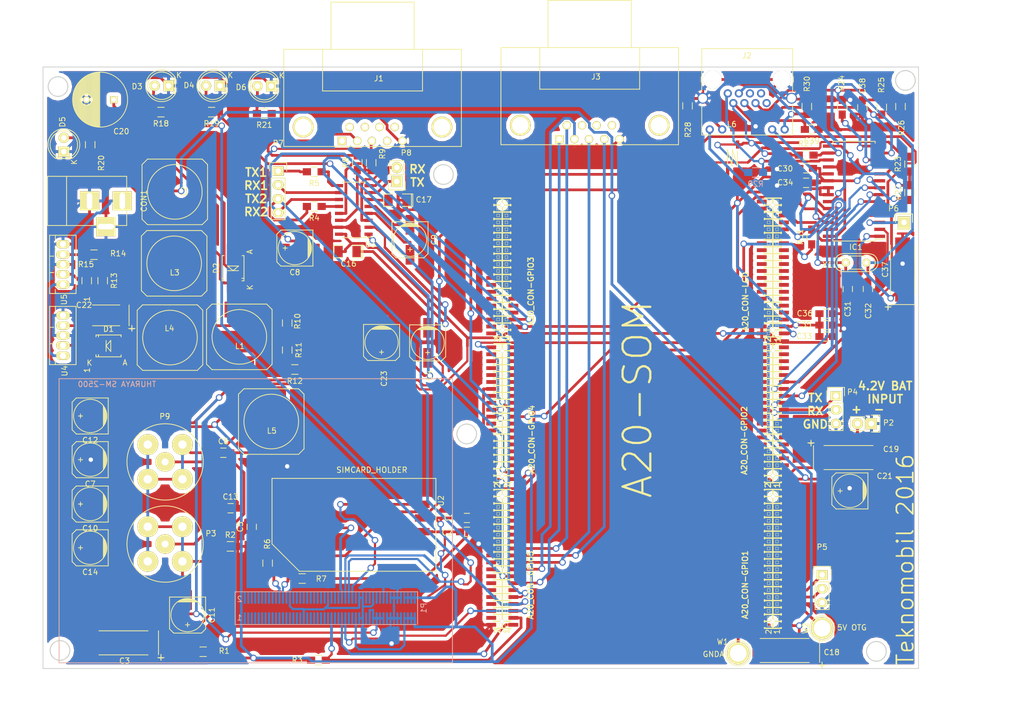
<source format=kicad_pcb>
(kicad_pcb (version 4) (host pcbnew 4.0.2-1.fc23-product)
  (layers (0 F.Cu signal) (31 B.Cu signal) (34 B.Paste user) (35 F.Paste user) (36 B.SilkS user) (37 F.SilkS user) (38 B.Mask user) (39 F.Mask user) (44 Edge.Cuts user))
  (net 0 "")
  (net 1 GND)
  (net 2 +6V)
  (net 3 +5V)
  (net 4 "Net-(C8-Pad1)")
  (net 5 "Net-(C8-Pad2)")
  (net 6 "Net-(C9-Pad1)")
  (net 7 "Net-(C9-Pad2)")
  (net 8 "Net-(C16-Pad1)")
  (net 9 "Net-(C17-Pad2)")
  (net 10 +BATT)
  (net 11 "Net-(C20-Pad1)")
  (net 12 "Net-(C22-Pad1)")
  (net 13 +3V3)
  (net 14 "Net-(C31-Pad1)")
  (net 15 "Net-(C32-Pad1)")
  (net 16 "Net-(C37-Pad1)")
  (net 17 "Net-(C38-Pad1)")
  (net 18 "Net-(C39-Pad2)")
  (net 19 +12V)
  (net 20 "Net-(D1-Pad1)")
  (net 21 "Net-(D2-Pad1)")
  (net 22 "Net-(D3-Pad2)")
  (net 23 "Net-(D4-Pad2)")
  (net 24 "Net-(D5-Pad2)")
  (net 25 "Net-(D6-Pad2)")
  (net 26 "Net-(IC1-Pad3)")
  (net 27 TWI1_SCK)
  (net 28 UART7_RX)
  (net 29 SPI1_MISO)
  (net 30 SPI1_MOSI)
  (net 31 SPI1_CLK)
  (net 32 SPI1_CSO)
  (net 33 TWI1_SDA)
  (net 34 ETH_TPIN-)
  (net 35 ETH_TPIN+)
  (net 36 "Net-(IC1-Pad14)")
  (net 37 ETH_TPOUT-)
  (net 38 ETH_TPOUT+)
  (net 39 ETH_LEDB)
  (net 40 ETH_LEDA)
  (net 41 "Net-(J1-Pad1)")
  (net 42 "Net-(J1-Pad2)")
  (net 43 "Net-(J1-Pad3)")
  (net 44 "Net-(J1-Pad4)")
  (net 45 "Net-(J1-Pad6)")
  (net 46 "Net-(J1-Pad7)")
  (net 47 "Net-(J1-Pad8)")
  (net 48 "Net-(J1-Pad9)")
  (net 49 "Net-(J2-Pad8)")
  (net 50 "Net-(J2-Pad5)")
  (net 51 PG6)
  (net 52 PG8)
  (net 53 PG9)
  (net 54 PG10)
  (net 55 PG11)
  (net 56 "Net-(J3-Pad7)")
  (net 57 "Net-(J3-Pad8)")
  (net 58 "Net-(J3-Pad9)")
  (net 59 "Net-(P1-Pad84)")
  (net 60 "Net-(P1-Pad80)")
  (net 61 "Net-(P1-Pad78)")
  (net 62 "Net-(P1-Pad74)")
  (net 63 "Net-(P1-Pad72)")
  (net 64 "Net-(P1-Pad71)")
  (net 65 "Net-(P1-Pad66)")
  (net 66 "Net-(P1-Pad64)")
  (net 67 "Net-(P1-Pad63)")
  (net 68 "Net-(P1-Pad61)")
  (net 69 SAT_OFF)
  (net 70 SAT_ON)
  (net 71 "Net-(P1-Pad56)")
  (net 72 "Net-(P1-Pad55)")
  (net 73 "Net-(P1-Pad54)")
  (net 74 "Net-(P1-Pad53)")
  (net 75 "Net-(P1-Pad52)")
  (net 76 SAT_RST)
  (net 77 "Net-(P1-Pad1)")
  (net 78 "Net-(P1-Pad2)")
  (net 79 "Net-(P1-Pad3)")
  (net 80 "Net-(P1-Pad4)")
  (net 81 "Net-(P1-Pad5)")
  (net 82 "Net-(P1-Pad6)")
  (net 83 "Net-(P1-Pad7)")
  (net 84 "Net-(P1-Pad8)")
  (net 85 "Net-(P1-Pad9)")
  (net 86 "Net-(P1-Pad10)")
  (net 87 "Net-(P1-Pad11)")
  (net 88 "Net-(P1-Pad12)")
  (net 89 "Net-(P1-Pad13)")
  (net 90 "Net-(P1-Pad14)")
  (net 91 "Net-(P1-Pad15)")
  (net 92 "Net-(P1-Pad16)")
  (net 93 "Net-(P1-Pad17)")
  (net 94 "Net-(P1-Pad18)")
  (net 95 "Net-(P1-Pad19)")
  (net 96 "Net-(P1-Pad20)")
  (net 97 "Net-(P1-Pad21)")
  (net 98 /THURAYA_TX)
  (net 99 "Net-(P1-Pad23)")
  (net 100 /THURAYA_RX)
  (net 101 "Net-(P1-Pad25)")
  (net 102 "Net-(P1-Pad26)")
  (net 103 "Net-(P1-Pad27)")
  (net 104 "Net-(P1-Pad29)")
  (net 105 "Net-(P1-Pad30)")
  (net 106 "Net-(P1-Pad31)")
  (net 107 "Net-(P1-Pad32)")
  (net 108 "Net-(P1-Pad33)")
  (net 109 "Net-(P1-Pad34)")
  (net 110 "Net-(P1-Pad36)")
  (net 111 "Net-(P1-Pad37)")
  (net 112 "Net-(P1-Pad38)")
  (net 113 "Net-(P1-Pad39)")
  (net 114 "Net-(P1-Pad40)")
  (net 115 "Net-(P1-Pad41)")
  (net 116 "Net-(P1-Pad42)")
  (net 117 "Net-(P1-Pad43)")
  (net 118 "Net-(P1-Pad44)")
  (net 119 "Net-(P1-Pad45)")
  (net 120 "Net-(P1-Pad46)")
  (net 121 "Net-(P1-Pad47)")
  (net 122 "Net-(P1-Pad48)")
  (net 123 "Net-(P1-Pad49)")
  (net 124 UART0_TX)
  (net 125 UART0_RX)
  (net 126 UART4_TX)
  (net 127 UART4_RX)
  (net 128 "Net-(P7-Pad1)")
  (net 129 "Net-(P7-Pad2)")
  (net 130 UART3_RX)
  (net 131 UART3_TX)
  (net 132 "Net-(P8-Pad1)")
  (net 133 "Net-(P8-Pad2)")
  (net 134 "Net-(R4-Pad1)")
  (net 135 "Net-(R5-Pad1)")
  (net 136 UART6_RX)
  (net 137 UART6_TX)
  (net 138 "Net-(R8-Pad1)")
  (net 139 "Net-(R9-Pad1)")
  (net 140 "Net-(R10-Pad1)")
  (net 141 "Net-(R11-Pad2)")
  (net 142 "Net-(R13-Pad1)")
  (net 143 "Net-(R14-Pad2)")
  (net 144 "Net-(J2-PadGK)")
  (net 145 "Net-(J2-PadYK)")
  (net 146 UART7_TX)
  (net 147 +3.3VADC)
  (net 148 GNDA)
  (net 149 "Net-(U1-Pad1-5)")
  (net 150 "Net-(U1-Pad1-6)")
  (net 151 "Net-(U1-Pad1-7)")
  (net 152 "Net-(U1-Pad1-8)")
  (net 153 "Net-(U1-Pad1-10)")
  (net 154 "Net-(U1-Pad1-12)")
  (net 155 "Net-(U1-Pad1-13)")
  (net 156 "Net-(U1-Pad1-14)")
  (net 157 "Net-(U1-Pad1-15)")
  (net 158 "Net-(U1-Pad1-16)")
  (net 159 "Net-(U1-Pad1-17)")
  (net 160 "Net-(U1-Pad1-18)")
  (net 161 "Net-(U1-Pad1-19)")
  (net 162 "Net-(U1-Pad1-20)")
  (net 163 "Net-(U1-Pad1-21)")
  (net 164 "Net-(U1-Pad1-22)")
  (net 165 "Net-(U1-Pad1-23)")
  (net 166 "Net-(U1-Pad1-24)")
  (net 167 "Net-(U1-Pad1-25)")
  (net 168 "Net-(U1-Pad1-26)")
  (net 169 "Net-(U1-Pad1-27)")
  (net 170 "Net-(U1-Pad1-28)")
  (net 171 "Net-(U1-Pad1-29)")
  (net 172 "Net-(U1-Pad1-30)")
  (net 173 "Net-(U1-Pad1-31)")
  (net 174 "Net-(U1-Pad1-32)")
  (net 175 "Net-(U1-Pad1-33)")
  (net 176 "Net-(U1-Pad1-34)")
  (net 177 "Net-(U1-Pad1-35)")
  (net 178 "Net-(U1-Pad1-36)")
  (net 179 "Net-(U1-Pad1-37)")
  (net 180 "Net-(U1-Pad1-38)")
  (net 181 "Net-(U1-Pad1-39)")
  (net 182 "Net-(U1-Pad1-40)")
  (net 183 "Net-(U1-Pad2-5)")
  (net 184 "Net-(U1-Pad2-6)")
  (net 185 "Net-(U1-Pad2-7)")
  (net 186 "Net-(U1-Pad2-8)")
  (net 187 "Net-(U1-Pad2-9)")
  (net 188 "Net-(U1-Pad2-10)")
  (net 189 "Net-(U1-Pad2-11)")
  (net 190 "Net-(U1-Pad2-12)")
  (net 191 "Net-(U1-Pad2-13)")
  (net 192 "Net-(U1-Pad2-14)")
  (net 193 "Net-(U1-Pad2-15)")
  (net 194 "Net-(U1-Pad2-16)")
  (net 195 "Net-(U1-Pad2-17)")
  (net 196 "Net-(U1-Pad2-18)")
  (net 197 "Net-(U1-Pad2-19)")
  (net 198 "Net-(U1-Pad2-20)")
  (net 199 "Net-(U1-Pad2-24)")
  (net 200 "Net-(U1-Pad2-26)")
  (net 201 "Net-(U1-Pad2-28)")
  (net 202 "Net-(U1-Pad2-30)")
  (net 203 "Net-(U1-Pad2-31)")
  (net 204 "Net-(U1-Pad2-32)")
  (net 205 "Net-(U1-Pad2-33)")
  (net 206 "Net-(U1-Pad2-34)")
  (net 207 "Net-(U1-Pad2-35)")
  (net 208 "Net-(U1-Pad2-36)")
  (net 209 "Net-(U1-Pad2-37)")
  (net 210 "Net-(U1-Pad2-38)")
  (net 211 "Net-(U1-Pad2-39)")
  (net 212 "Net-(U1-Pad2-40)")
  (net 213 "Net-(U1-Pad3-2)")
  (net 214 "Net-(U1-Pad3-4)")
  (net 215 "Net-(U1-Pad3-6)")
  (net 216 "Net-(U1-Pad3-7)")
  (net 217 "Net-(U1-Pad3-8)")
  (net 218 "Net-(U1-Pad3-9)")
  (net 219 "Net-(U1-Pad3-10)")
  (net 220 "Net-(U1-Pad3-11)")
  (net 221 "Net-(U1-Pad3-12)")
  (net 222 "Net-(U1-Pad3-13)")
  (net 223 "Net-(U1-Pad3-14)")
  (net 224 "Net-(U1-Pad3-15)")
  (net 225 "Net-(U1-Pad3-16)")
  (net 226 "Net-(U1-Pad3-17)")
  (net 227 "Net-(U1-Pad3-18)")
  (net 228 "Net-(U1-Pad3-19)")
  (net 229 "Net-(U1-Pad3-20)")
  (net 230 "Net-(U1-Pad3-21)")
  (net 231 "Net-(U1-Pad3-22)")
  (net 232 "Net-(U1-Pad3-23)")
  (net 233 "Net-(U1-Pad3-24)")
  (net 234 "Net-(U1-Pad3-25)")
  (net 235 "Net-(U1-Pad3-26)")
  (net 236 "Net-(U1-Pad3-27)")
  (net 237 "Net-(U1-Pad3-28)")
  (net 238 "Net-(U1-Pad3-29)")
  (net 239 "Net-(U1-Pad3-30)")
  (net 240 "Net-(U1-Pad3-31)")
  (net 241 "Net-(U1-Pad3-32)")
  (net 242 "Net-(U1-Pad3-33)")
  (net 243 "Net-(U1-Pad3-34)")
  (net 244 "Net-(U1-Pad3-35)")
  (net 245 "Net-(U1-Pad3-36)")
  (net 246 "Net-(U1-Pad3-37)")
  (net 247 "Net-(U1-Pad3-38)")
  (net 248 "Net-(U1-Pad3-39)")
  (net 249 "Net-(U1-Pad3-40)")
  (net 250 "Net-(U1-Pad4-4)")
  (net 251 "Net-(U1-Pad4-5)")
  (net 252 "Net-(U1-Pad4-6)")
  (net 253 "Net-(U1-Pad4-7)")
  (net 254 "Net-(U1-Pad4-8)")
  (net 255 "Net-(U1-Pad4-9)")
  (net 256 "Net-(U1-Pad4-10)")
  (net 257 "Net-(U1-Pad4-11)")
  (net 258 "Net-(U1-Pad4-12)")
  (net 259 "Net-(U1-Pad4-13)")
  (net 260 "Net-(U1-Pad4-14)")
  (net 261 "Net-(U1-Pad4-15)")
  (net 262 "Net-(U1-Pad4-16)")
  (net 263 "Net-(U1-Pad4-17)")
  (net 264 "Net-(U1-Pad4-18)")
  (net 265 "Net-(U1-Pad4-23)")
  (net 266 "Net-(U1-Pad4-24)")
  (net 267 "Net-(U1-Pad4-25)")
  (net 268 "Net-(U1-Pad4-26)")
  (net 269 "Net-(U1-Pad4-29)")
  (net 270 "Net-(U1-Pad4-30)")
  (net 271 "Net-(U1-Pad4-31)")
  (net 272 "Net-(U1-Pad4-32)")
  (net 273 "Net-(U1-Pad4-33)")
  (net 274 "Net-(U1-Pad4-34)")
  (net 275 "Net-(U1-Pad4-35)")
  (net 276 "Net-(U1-Pad4-36)")
  (net 277 "Net-(U1-Pad4-37)")
  (net 278 "Net-(U1-Pad4-38)")
  (net 279 "Net-(U1-Pad4-39)")
  (net 280 "Net-(U1-Pad4-40)")
  (net 281 "Net-(U1-Pad5-4)")
  (net 282 "Net-(U1-Pad5-6)")
  (net 283 SAT_LED)
  (net 284 "Net-(U1-Pad5-8)")
  (net 285 GPS_LED)
  (net 286 "Net-(U1-Pad5-10)")
  (net 287 STATUS_LED)
  (net 288 "Net-(U1-Pad5-12)")
  (net 289 "Net-(U1-Pad5-14)")
  (net 290 "Net-(U1-Pad5-16)")
  (net 291 "Net-(U1-Pad5-18)")
  (net 292 "Net-(U1-Pad5-20)")
  (net 293 "Net-(U1-Pad5-22)")
  (net 294 "Net-(U1-Pad5-24)")
  (net 295 "Net-(U1-Pad5-25)")
  (net 296 "Net-(U1-Pad5-26)")
  (net 297 "Net-(U1-Pad5-27)")
  (net 298 "Net-(U1-Pad5-28)")
  (net 299 "Net-(U1-Pad5-29)")
  (net 300 "Net-(U1-Pad5-30)")
  (net 301 "Net-(U1-Pad5-31)")
  (net 302 "Net-(U1-Pad5-32)")
  (net 303 "Net-(U1-Pad5-33)")
  (net 304 "Net-(U1-Pad5-34)")
  (net 305 "Net-(U1-Pad5-35)")
  (net 306 "Net-(U1-Pad5-36)")
  (net 307 "Net-(U1-Pad5-37)")
  (net 308 "Net-(U1-Pad5-38)")
  (net 309 "Net-(U1-Pad5-39)")
  (net 310 "Net-(U1-Pad5-40)")
  (net 311 "Net-(U1-Pad6-5)")
  (net 312 "Net-(U1-Pad6-6)")
  (net 313 "Net-(U1-Pad6-7)")
  (net 314 "Net-(U1-Pad6-8)")
  (net 315 "Net-(U1-Pad6-9)")
  (net 316 "Net-(U1-Pad6-10)")
  (net 317 "Net-(U1-Pad6-11)")
  (net 318 "Net-(U1-Pad6-12)")
  (net 319 "Net-(U1-Pad6-13)")
  (net 320 "Net-(U1-Pad6-14)")
  (net 321 "Net-(U1-Pad6-15)")
  (net 322 "Net-(U1-Pad6-16)")
  (net 323 "Net-(U1-Pad6-17)")
  (net 324 "Net-(U1-Pad6-18)")
  (net 325 "Net-(U1-Pad6-19)")
  (net 326 "Net-(U1-Pad6-20)")
  (net 327 "Net-(U1-Pad6-21)")
  (net 328 "Net-(U1-Pad6-22)")
  (net 329 "Net-(U1-Pad6-23)")
  (net 330 "Net-(U1-Pad6-24)")
  (net 331 "Net-(U1-Pad6-25)")
  (net 332 "Net-(U1-Pad6-26)")
  (net 333 "Net-(U1-Pad6-27)")
  (net 334 "Net-(U1-Pad6-28)")
  (net 335 "Net-(U1-Pad6-29)")
  (net 336 "Net-(U1-Pad6-30)")
  (net 337 "Net-(U1-Pad6-31)")
  (net 338 "Net-(U1-Pad6-32)")
  (net 339 "Net-(U1-Pad6-33)")
  (net 340 "Net-(U1-Pad6-34)")
  (net 341 "Net-(U1-Pad6-35)")
  (net 342 "Net-(U1-Pad6-36)")
  (net 343 "Net-(U1-Pad6-37)")
  (net 344 "Net-(U1-Pad6-38)")
  (net 345 "Net-(U1-Pad6-39)")
  (net 346 "Net-(U1-Pad6-40)")
  (net 347 PWR_LED)
  (net 348 PG5)
  (net 349 "Net-(C1-Pad1)")
  (net 350 "Net-(C2-Pad1)")
  (net 351 "Net-(C5-Pad1)")
  (net 352 "Net-(U2-Pad5)")
  (net 353 "Net-(C11-Pad2)")
  (net 354 "Net-(C11-Pad1)")
  (net 355 "Net-(C13-Pad1)")
  (net 356 "Net-(C13-Pad2)")
  (module Connect:DB9FC (layer F.Cu) (at 156.337 45.212)
    (fp_text reference J3 (at 1.27 -10.16) (layer F.SilkS))
    (fp_text value DB9)
    (pad "" thru_hole circle (at 12.827 -1.27) (size 3.81 3.81) (drill 3.048) (layers *.Cu *.Mask F.SilkS))
    (pad "" thru_hole circle (at -12.573 -1.27) (size 3.81 3.81) (drill 3.048) (layers *.Cu *.Mask F.SilkS))
    (pad 1 thru_hole rect (at -5.461 1.27) (size 1.524 1.524) (drill 1.016) (layers *.Cu *.Mask F.SilkS) (net 51 PG6))
    (pad 2 thru_hole circle (at -2.667 1.27) (size 1.524 1.524) (drill 1.016) (layers *.Cu *.Mask F.SilkS) (net 52 PG8))
    (pad 3 thru_hole circle (at 0 1.27) (size 1.524 1.524) (drill 1.016) (layers *.Cu *.Mask F.SilkS) (net 53 PG9))
    (pad 4 thru_hole circle (at 2.794 1.27) (size 1.524 1.524) (drill 1.016) (layers *.Cu *.Mask F.SilkS) (net 54 PG10))
    (pad 5 thru_hole circle (at 5.588 1.27) (size 1.524 1.524) (drill 1.016) (layers *.Cu *.Mask F.SilkS) (net 1 GND))
    (pad 6 thru_hole circle (at -4.064 -1.27) (size 1.524 1.524) (drill 1.016) (layers *.Cu *.Mask F.SilkS) (net 55 PG11))
    (pad 7 thru_hole circle (at -1.27 -1.27) (size 1.524 1.524) (drill 1.016) (layers *.Cu *.Mask F.SilkS) (net 56 "Net-(J3-Pad7)"))
    (pad 8 thru_hole circle (at 1.397 -1.27) (size 1.524 1.524) (drill 1.016) (layers *.Cu *.Mask F.SilkS) (net 57 "Net-(J3-Pad8)"))
    (pad 9 thru_hole circle (at 4.191 -1.27) (size 1.524 1.524) (drill 1.016) (layers *.Cu *.Mask F.SilkS) (net 58 "Net-(J3-Pad9)"))
  )
  (module Capacitors_Tantalum_SMD:TantalC_SizeD_EIA-7343_HandSoldering (layer F.Cu) (at 71.12 138.684 180)
    (fp_text reference C3 (at -0.20066 -3.29946 180) (layer F.SilkS))
    (fp_text value "33uF 16V")
    (fp_text user + (at -6.85546 -2.70002 180) (layer F.SilkS))
    (pad 2 smd rect (at 3.88874 0 180) (size 4.0005 2.70002) (layers F.Cu F.Paste F.Mask) (net 1 GND))
    (pad 1 smd rect (at -3.88874 0 180) (size 4.0005 2.70002) (layers F.Cu F.Paste F.Mask) (net 2 +6V))
  )
  (module Capacitors_SMD:c_elec_6.3x5.8 (layer F.Cu) (at 126.797 83.7692 270)
    (fp_text reference C4 (at 5.9944 -0.2538 270) (layer F.SilkS))
    (fp_text value "1uF 16V")
    (pad 1 smd rect (at 2.75082 0 270) (size 3.59918 1.6002) (layers F.Cu F.Paste F.Mask) (net 2 +6V))
    (pad 2 smd rect (at -2.75082 0 270) (size 3.59918 1.6002) (layers F.Cu F.Paste F.Mask) (net 1 GND))
  )
  (module Capacitors_SMD:c_elec_6.3x5.8 (layer F.Cu) (at 65.024 105.156 180)
    (fp_text reference C7 (at 0 -4.445 180) (layer F.SilkS))
    (fp_text value "47uF 16V")
    (pad 1 smd rect (at 2.75082 0 180) (size 3.59918 1.6002) (layers F.Cu F.Paste F.Mask) (net 3 +5V))
    (pad 2 smd rect (at -2.75082 0 180) (size 3.59918 1.6002) (layers F.Cu F.Paste F.Mask) (net 1 GND))
  )
  (module Capacitors_SMD:c_elec_6.3x5.8 (layer F.Cu) (at 102.489 66.421 180)
    (fp_text reference C8 (at 0 -4.445 180) (layer F.SilkS))
    (fp_text value 1uF)
    (pad 1 smd rect (at 2.75082 0 180) (size 3.59918 1.6002) (layers F.Cu F.Paste F.Mask) (net 4 "Net-(C8-Pad1)"))
    (pad 2 smd rect (at -2.75082 0 180) (size 3.59918 1.6002) (layers F.Cu F.Paste F.Mask) (net 5 "Net-(C8-Pad2)"))
  )
  (module Capacitors_SMD:c_elec_6.3x5.8 (layer F.Cu) (at 123.571 64.897 270)
    (fp_text reference C9 (at 0 -4.445 270) (layer F.SilkS))
    (fp_text value 1uF)
    (pad 1 smd rect (at 2.75082 0 270) (size 3.59918 1.6002) (layers F.Cu F.Paste F.Mask) (net 6 "Net-(C9-Pad1)"))
    (pad 2 smd rect (at -2.75082 0 270) (size 3.59918 1.6002) (layers F.Cu F.Paste F.Mask) (net 7 "Net-(C9-Pad2)"))
  )
  (module Capacitors_SMD:c_elec_6.3x5.8 (layer F.Cu) (at 65.024 113.284 180)
    (fp_text reference C10 (at 0 -4.445 180) (layer F.SilkS))
    (fp_text value "47uF 16V")
    (pad 1 smd rect (at 2.75082 0 180) (size 3.59918 1.6002) (layers F.Cu F.Paste F.Mask) (net 3 +5V))
    (pad 2 smd rect (at -2.75082 0 180) (size 3.59918 1.6002) (layers F.Cu F.Paste F.Mask) (net 1 GND))
  )
  (module Capacitors_SMD:c_elec_6.3x5.8 (layer F.Cu) (at 65.024 97.155 180)
    (fp_text reference C12 (at 0 -4.445 180) (layer F.SilkS))
    (fp_text value "47uF 16V")
    (pad 1 smd rect (at 2.75082 0 180) (size 3.59918 1.6002) (layers F.Cu F.Paste F.Mask) (net 3 +5V))
    (pad 2 smd rect (at -2.75082 0 180) (size 3.59918 1.6002) (layers F.Cu F.Paste F.Mask) (net 1 GND))
  )
  (module Capacitors_SMD:c_elec_6.3x5.8 (layer F.Cu) (at 65.024 121.285 180)
    (fp_text reference C14 (at 0 -4.445 180) (layer F.SilkS))
    (fp_text value "47uF 16V")
    (pad 1 smd rect (at 2.75082 0 180) (size 3.59918 1.6002) (layers F.Cu F.Paste F.Mask) (net 3 +5V))
    (pad 2 smd rect (at -2.75082 0 180) (size 3.59918 1.6002) (layers F.Cu F.Paste F.Mask) (net 1 GND))
  )
  (module SMD_Packages:SMD-1206_Pol (layer F.Cu) (at 112.141 67.056 180)
    (fp_text reference C16 (at -0.1778 -2.2352 180) (layer F.SilkS))
    (fp_text value 1uF)
    (pad 1 smd rect (at -1.651 0 180) (size 1.524 2.032) (layers F.Cu F.Paste F.Mask) (net 8 "Net-(C16-Pad1)"))
    (pad 2 smd rect (at 1.651 0 180) (size 1.524 2.032) (layers F.Cu F.Paste F.Mask) (net 3 +5V))
  )
  (module SMD_Packages:SMD-1206_Pol (layer F.Cu) (at 121.285 57.658 180)
    (fp_text reference C17 (at -4.8006 0.1016 180) (layer F.SilkS))
    (fp_text value 1uF)
    (pad 1 smd rect (at -1.651 0 180) (size 1.524 2.032) (layers F.Cu F.Paste F.Mask) (net 1 GND))
    (pad 2 smd rect (at 1.651 0 180) (size 1.524 2.032) (layers F.Cu F.Paste F.Mask) (net 9 "Net-(C17-Pad2)"))
  )
  (module Capacitors_Tantalum_SMD:TantalC_SizeD_EIA-7343_HandSoldering (layer F.Cu) (at 192.151 140.081 180)
    (fp_text reference C18 (at -8.6106 -0.3302 180) (layer F.SilkS))
    (fp_text value 10uF)
    (fp_text user + (at -6.85546 -2.70002 180) (layer F.SilkS))
    (pad 2 smd rect (at 3.88874 0 180) (size 4.0005 2.70002) (layers F.Cu F.Paste F.Mask) (net 1 GND))
    (pad 1 smd rect (at -3.88874 0 180) (size 4.0005 2.70002) (layers F.Cu F.Paste F.Mask) (net 3 +5V))
  )
  (module Capacitors_Tantalum_SMD:TantalC_SizeD_EIA-7343_HandSoldering (layer F.Cu) (at 203.835 104.775)
    (fp_text reference C19 (at 7.7978 -1.5494) (layer F.SilkS))
    (fp_text value "22uF 6.3v")
    (fp_text user + (at -6.85546 -2.70002) (layer F.SilkS))
    (pad 2 smd rect (at 3.88874 0) (size 4.0005 2.70002) (layers F.Cu F.Paste F.Mask) (net 1 GND))
    (pad 1 smd rect (at -3.88874 0) (size 4.0005 2.70002) (layers F.Cu F.Paste F.Mask) (net 10 +BATT))
  )
  (module Capacitors_SMD:c_elec_6.3x5.8 (layer F.Cu) (at 204.089 110.871 180)
    (fp_text reference C21 (at -6.3754 2.7178 180) (layer F.SilkS))
    (fp_text value "220uF 16V")
    (pad 1 smd rect (at 2.75082 0 180) (size 3.59918 1.6002) (layers F.Cu F.Paste F.Mask) (net 347 PWR_LED))
    (pad 2 smd rect (at -2.75082 0 180) (size 3.59918 1.6002) (layers F.Cu F.Paste F.Mask) (net 1 GND))
  )
  (module Capacitors_Tantalum_SMD:TantalC_SizeB_EIA-3528_HandSoldering (layer F.Cu) (at 67.945 78.74 180)
    (fp_text reference C22 (at 4.0386 1.8796 180) (layer F.SilkS))
    (fp_text value "1000uF 16V")
    (fp_text user + (at -4.70154 -2.4003 180) (layer F.SilkS))
    (pad 2 smd rect (at 2.12598 0 180) (size 3.1496 1.80086) (layers F.Cu F.Paste F.Mask) (net 1 GND))
    (pad 1 smd rect (at -2.12598 0 180) (size 3.1496 1.80086) (layers F.Cu F.Paste F.Mask) (net 12 "Net-(C22-Pad1)"))
  )
  (module Capacitors_SMD:c_elec_6.3x5.8 (layer F.Cu) (at 118.364 83.693 270)
    (fp_text reference C23 (at 6.6294 -0.4572 270) (layer F.SilkS))
    (fp_text value "220uF 16V")
    (pad 1 smd rect (at 2.75082 0 270) (size 3.59918 1.6002) (layers F.Cu F.Paste F.Mask) (net 2 +6V))
    (pad 2 smd rect (at -2.75082 0 270) (size 3.59918 1.6002) (layers F.Cu F.Paste F.Mask) (net 1 GND))
  )
  (module Capacitors_SMD:C_0805_HandSoldering (layer F.Cu) (at 196.088 51.816)
    (fp_text reference C30 (at -3.8735 0.0635) (layer F.SilkS))
    (fp_text value 100nF)
    (pad 1 smd rect (at -1.25 0) (size 1.5 1.25) (layers F.Cu F.Paste F.Mask) (net 1 GND))
    (pad 2 smd rect (at 1.25 0) (size 1.5 1.25) (layers F.Cu F.Paste F.Mask) (net 13 +3V3))
  )
  (module Capacitors_SMD:C_0805_HandSoldering (layer F.Cu) (at 203.708 73.914 270)
    (fp_text reference C31 (at 3.6576 0 270) (layer F.SilkS))
    (fp_text value 18pF)
    (pad 1 smd rect (at -1.25 0 270) (size 1.5 1.25) (layers F.Cu F.Paste F.Mask) (net 14 "Net-(C31-Pad1)"))
    (pad 2 smd rect (at 1.25 0 270) (size 1.5 1.25) (layers F.Cu F.Paste F.Mask) (net 1 GND))
  )
  (module Capacitors_SMD:C_0805_HandSoldering (layer F.Cu) (at 207.391 73.914 270)
    (fp_text reference C32 (at 4.0132 -0.0762 270) (layer F.SilkS))
    (fp_text value 18pF)
    (pad 1 smd rect (at -1.25 0 270) (size 1.5 1.25) (layers F.Cu F.Paste F.Mask) (net 15 "Net-(C32-Pad1)"))
    (pad 2 smd rect (at 1.25 0 270) (size 1.5 1.25) (layers F.Cu F.Paste F.Mask) (net 1 GND))
  )
  (module Capacitors_SMD:C_0805_HandSoldering (layer F.Cu) (at 199.771 82.6135)
    (fp_text reference C33 (at -4.0386 -0.0635) (layer F.SilkS))
    (fp_text value 100nF)
    (pad 1 smd rect (at -1.25 0) (size 1.5 1.25) (layers F.Cu F.Paste F.Mask) (net 13 +3V3))
    (pad 2 smd rect (at 1.25 0) (size 1.5 1.25) (layers F.Cu F.Paste F.Mask) (net 1 GND))
  )
  (module Capacitors_SMD:C_0805_HandSoldering (layer F.Cu) (at 196.088 54.483 180)
    (fp_text reference C34 (at 3.81 0.0635 180) (layer F.SilkS))
    (fp_text value 100nF)
    (pad 1 smd rect (at -1.25 0 180) (size 1.5 1.25) (layers F.Cu F.Paste F.Mask) (net 13 +3V3))
    (pad 2 smd rect (at 1.25 0 180) (size 1.5 1.25) (layers F.Cu F.Paste F.Mask) (net 1 GND))
  )
  (module Capacitors_SMD:C_0805_HandSoldering (layer F.Cu) (at 199.771 80.518)
    (fp_text reference C35 (at -4.1402 -0.1016) (layer F.SilkS))
    (fp_text value 100nF)
    (pad 1 smd rect (at -1.25 0) (size 1.5 1.25) (layers F.Cu F.Paste F.Mask) (net 13 +3V3))
    (pad 2 smd rect (at 1.25 0) (size 1.5 1.25) (layers F.Cu F.Paste F.Mask) (net 1 GND))
  )
  (module Capacitors_SMD:C_0805_HandSoldering (layer F.Cu) (at 199.771 78.4225)
    (fp_text reference C36 (at -3.937 -0.0381) (layer F.SilkS))
    (fp_text value 100nF)
    (pad 1 smd rect (at -1.25 0) (size 1.5 1.25) (layers F.Cu F.Paste F.Mask) (net 13 +3V3))
    (pad 2 smd rect (at 1.25 0) (size 1.5 1.25) (layers F.Cu F.Paste F.Mask) (net 1 GND))
  )
  (module Capacitors_Tantalum_SMD:TantalC_SizeD_EIA-7343_HandSoldering (layer F.Cu) (at 213.741 70.358 90)
    (fp_text reference C37 (at 0 -3.175 90) (layer F.SilkS))
    (fp_text value 10uF)
    (fp_text user + (at -6.85546 -2.70002 90) (layer F.SilkS))
    (pad 2 smd rect (at 3.88874 0 90) (size 4.0005 2.70002) (layers F.Cu F.Paste F.Mask) (net 1 GND))
    (pad 1 smd rect (at -3.88874 0 90) (size 4.0005 2.70002) (layers F.Cu F.Paste F.Mask) (net 16 "Net-(C37-Pad1)"))
  )
  (module Capacitors_SMD:C_0805_HandSoldering (layer F.Cu) (at 206.375 40.64 270)
    (fp_text reference C38 (at -3.9116 -0.0254 270) (layer F.SilkS))
    (fp_text value 10nF)
    (pad 1 smd rect (at -1.25 0 270) (size 1.5 1.25) (layers F.Cu F.Paste F.Mask) (net 17 "Net-(C38-Pad1)"))
    (pad 2 smd rect (at 1.25 0 270) (size 1.5 1.25) (layers F.Cu F.Paste F.Mask) (net 1 GND))
  )
  (module Capacitors_SMD:C_0805_HandSoldering (layer F.Cu) (at 197.104 44.704 180)
    (fp_text reference C39 (at 0 -2.1 180) (layer F.SilkS))
    (fp_text value 100nF)
    (pad 1 smd rect (at -1.25 0 180) (size 1.5 1.25) (layers F.Cu F.Paste F.Mask) (net 1 GND))
    (pad 2 smd rect (at 1.25 0 180) (size 1.5 1.25) (layers F.Cu F.Paste F.Mask) (net 18 "Net-(C39-Pad2)"))
  )
  (module Connect:BARREL_JACK (layer F.Cu) (at 64.7065 57.785)
    (fp_text reference CON1 (at 10.16 0 90) (layer F.SilkS))
    (fp_text value "12V DC")
    (pad 1 thru_hole rect (at 6.20014 0) (size 3.50012 3.50012) (drill oval 1.00076 2.99974) (layers *.Cu *.Mask F.SilkS) (net 19 +12V))
    (pad 2 thru_hole rect (at 0.20066 0) (size 3.50012 3.50012) (drill oval 1.00076 2.99974) (layers *.Cu *.Mask F.SilkS) (net 1 GND))
    (pad 3 thru_hole rect (at 3.2004 4.699) (size 3.50012 3.50012) (drill oval 2.99974 1.00076) (layers *.Cu *.Mask F.SilkS) (net 1 GND))
  )
  (module Diodes_SMD:SMB_Handsoldering (layer F.Cu) (at 68.3895 84.328)
    (fp_text reference D1 (at 0 -3.1) (layer F.SilkS))
    (fp_text value 1N5822)
    (fp_text user K (at -3.5 3.1) (layer F.SilkS))
    (fp_text user A (at 3 3.05) (layer F.SilkS))
    (pad 1 smd rect (at -2.70002 0) (size 3.50012 2.30124) (layers F.Cu F.Paste F.Mask) (net 20 "Net-(D1-Pad1)"))
    (pad 2 smd rect (at 2.70002 0) (size 3.50012 2.30124) (layers F.Cu F.Paste F.Mask) (net 1 GND))
  )
  (module Diodes_SMD:SMB_Handsoldering (layer F.Cu) (at 91.186 70.104 90)
    (fp_text reference D2 (at 0 -3.1 90) (layer F.SilkS))
    (fp_text value 1N5822)
    (fp_text user K (at -3.5 3.1 90) (layer F.SilkS))
    (fp_text user A (at 3 3.05 90) (layer F.SilkS))
    (pad 1 smd rect (at -2.70002 0 90) (size 3.50012 2.30124) (layers F.Cu F.Paste F.Mask) (net 21 "Net-(D2-Pad1)"))
    (pad 2 smd rect (at 2.70002 0 90) (size 3.50012 2.30124) (layers F.Cu F.Paste F.Mask) (net 1 GND))
  )
  (module LEDs:LED-5MM (layer F.Cu) (at 79.375 36.703 180)
    (fp_text reference D3 (at 5.7658 -0.127 180) (layer F.SilkS))
    (fp_text value SAT_ON)
    (fp_text user K (at -1.905 1.905 180) (layer F.SilkS))
    (pad 1 thru_hole rect (at 0 0 270) (size 2 1.9) (drill 1.00076) (layers *.Cu *.Mask F.SilkS) (net 1 GND))
    (pad 2 thru_hole circle (at 2.54 0 180) (size 1.9 1.9) (drill 1.00076) (layers *.Cu *.Mask F.SilkS) (net 22 "Net-(D3-Pad2)"))
  )
  (module LEDs:LED-5MM (layer F.Cu) (at 88.773 36.703 180)
    (fp_text reference D4 (at 5.6642 0.0762 180) (layer F.SilkS))
    (fp_text value GPS_ON)
    (fp_text user K (at -1.905 1.905 180) (layer F.SilkS))
    (pad 1 thru_hole rect (at 0 0 270) (size 2 1.9) (drill 1.00076) (layers *.Cu *.Mask F.SilkS) (net 1 GND))
    (pad 2 thru_hole circle (at 2.54 0 180) (size 1.9 1.9) (drill 1.00076) (layers *.Cu *.Mask F.SilkS) (net 23 "Net-(D4-Pad2)"))
  )
  (module LEDs:LED-5MM (layer F.Cu) (at 60.198 48.768 90)
    (fp_text reference D5 (at 5.4356 -0.254 90) (layer F.SilkS))
    (fp_text value PWR_ON)
    (fp_text user K (at -1.905 1.905 90) (layer F.SilkS))
    (pad 1 thru_hole rect (at 0 0 180) (size 2 1.9) (drill 1.00076) (layers *.Cu *.Mask F.SilkS) (net 1 GND))
    (pad 2 thru_hole circle (at 2.54 0 90) (size 1.9 1.9) (drill 1.00076) (layers *.Cu *.Mask F.SilkS) (net 24 "Net-(D5-Pad2)"))
  )
  (module LEDs:LED-5MM (layer F.Cu) (at 98.171 36.7665 180)
    (fp_text reference D6 (at 5.5118 -0.2159 180) (layer F.SilkS))
    (fp_text value STATUS)
    (fp_text user K (at -1.905 1.905 180) (layer F.SilkS))
    (pad 1 thru_hole rect (at 0 0 270) (size 2 1.9) (drill 1.00076) (layers *.Cu *.Mask F.SilkS) (net 1 GND))
    (pad 2 thru_hole circle (at 2.54 0 180) (size 1.9 1.9) (drill 1.00076) (layers *.Cu *.Mask F.SilkS) (net 25 "Net-(D6-Pad2)"))
  )
  (module Housings_SOIC:SOIC-28_7.5x17.9mm_Pitch1.27mm (layer F.Cu) (at 204.851 56.007 180)
    (fp_text reference IC1 (at -0.3302 -10.2362 180) (layer F.SilkS))
    (fp_text value ENC28J60-I/SO)
    (pad 1 smd rect (at -4.7 -8.255 180) (size 2 0.6) (layers F.Cu F.Paste F.Mask) (net 16 "Net-(C37-Pad1)"))
    (pad 2 smd rect (at -4.7 -6.985 180) (size 2 0.6) (layers F.Cu F.Paste F.Mask) (net 1 GND))
    (pad 3 smd rect (at -4.7 -5.715 180) (size 2 0.6) (layers F.Cu F.Paste F.Mask) (net 26 "Net-(IC1-Pad3)"))
    (pad 4 smd rect (at -4.7 -4.445 180) (size 2 0.6) (layers F.Cu F.Paste F.Mask) (net 27 TWI1_SCK))
    (pad 5 smd rect (at -4.7 -3.175 180) (size 2 0.6) (layers F.Cu F.Paste F.Mask) (net 28 UART7_RX))
    (pad 6 smd rect (at -4.7 -1.905 180) (size 2 0.6) (layers F.Cu F.Paste F.Mask) (net 29 SPI1_MISO))
    (pad 7 smd rect (at -4.7 -0.635 180) (size 2 0.6) (layers F.Cu F.Paste F.Mask) (net 30 SPI1_MOSI))
    (pad 8 smd rect (at -4.7 0.635 180) (size 2 0.6) (layers F.Cu F.Paste F.Mask) (net 31 SPI1_CLK))
    (pad 9 smd rect (at -4.7 1.905 180) (size 2 0.6) (layers F.Cu F.Paste F.Mask) (net 32 SPI1_CSO))
    (pad 10 smd rect (at -4.7 3.175 180) (size 2 0.6) (layers F.Cu F.Paste F.Mask) (net 33 TWI1_SDA))
    (pad 11 smd rect (at -4.7 4.445 180) (size 2 0.6) (layers F.Cu F.Paste F.Mask) (net 1 GND))
    (pad 12 smd rect (at -4.7 5.715 180) (size 2 0.6) (layers F.Cu F.Paste F.Mask) (net 34 ETH_TPIN-))
    (pad 13 smd rect (at -4.7 6.985 180) (size 2 0.6) (layers F.Cu F.Paste F.Mask) (net 35 ETH_TPIN+))
    (pad 14 smd rect (at -4.7 8.255 180) (size 2 0.6) (layers F.Cu F.Paste F.Mask) (net 36 "Net-(IC1-Pad14)"))
    (pad 15 smd rect (at 4.7 8.255 180) (size 2 0.6) (layers F.Cu F.Paste F.Mask) (net 13 +3V3))
    (pad 16 smd rect (at 4.7 6.985 180) (size 2 0.6) (layers F.Cu F.Paste F.Mask) (net 37 ETH_TPOUT-))
    (pad 17 smd rect (at 4.7 5.715 180) (size 2 0.6) (layers F.Cu F.Paste F.Mask) (net 38 ETH_TPOUT+))
    (pad 18 smd rect (at 4.7 4.445 180) (size 2 0.6) (layers F.Cu F.Paste F.Mask) (net 1 GND))
    (pad 19 smd rect (at 4.7 3.175 180) (size 2 0.6) (layers F.Cu F.Paste F.Mask) (net 13 +3V3))
    (pad 20 smd rect (at 4.7 1.905 180) (size 2 0.6) (layers F.Cu F.Paste F.Mask) (net 13 +3V3))
    (pad 21 smd rect (at 4.7 0.635 180) (size 2 0.6) (layers F.Cu F.Paste F.Mask) (net 1 GND))
    (pad 22 smd rect (at 4.7 -0.635 180) (size 2 0.6) (layers F.Cu F.Paste F.Mask) (net 1 GND))
    (pad 23 smd rect (at 4.7 -1.905 180) (size 2 0.6) (layers F.Cu F.Paste F.Mask) (net 15 "Net-(C32-Pad1)"))
    (pad 24 smd rect (at 4.7 -3.175 180) (size 2 0.6) (layers F.Cu F.Paste F.Mask) (net 14 "Net-(C31-Pad1)"))
    (pad 25 smd rect (at 4.7 -4.445 180) (size 2 0.6) (layers F.Cu F.Paste F.Mask) (net 13 +3V3))
    (pad 26 smd rect (at 4.7 -5.715 180) (size 2 0.6) (layers F.Cu F.Paste F.Mask) (net 39 ETH_LEDB))
    (pad 27 smd rect (at 4.7 -6.985 180) (size 2 0.6) (layers F.Cu F.Paste F.Mask) (net 40 ETH_LEDA))
    (pad 28 smd rect (at 4.7 -8.255 180) (size 2 0.6) (layers F.Cu F.Paste F.Mask) (net 13 +3V3))
  )
  (module Connect:DB9FC (layer F.Cu) (at 116.586 45.5295)
    (fp_text reference J1 (at 1.27 -10.16) (layer F.SilkS))
    (fp_text value DB9)
    (pad "" thru_hole circle (at 12.827 -1.27) (size 3.81 3.81) (drill 3.048) (layers *.Cu *.Mask F.SilkS))
    (pad "" thru_hole circle (at -12.573 -1.27) (size 3.81 3.81) (drill 3.048) (layers *.Cu *.Mask F.SilkS))
    (pad 1 thru_hole rect (at -5.461 1.27) (size 1.524 1.524) (drill 1.016) (layers *.Cu *.Mask F.SilkS) (net 41 "Net-(J1-Pad1)"))
    (pad 2 thru_hole circle (at -2.667 1.27) (size 1.524 1.524) (drill 1.016) (layers *.Cu *.Mask F.SilkS) (net 42 "Net-(J1-Pad2)"))
    (pad 3 thru_hole circle (at 0 1.27) (size 1.524 1.524) (drill 1.016) (layers *.Cu *.Mask F.SilkS) (net 43 "Net-(J1-Pad3)"))
    (pad 4 thru_hole circle (at 2.794 1.27) (size 1.524 1.524) (drill 1.016) (layers *.Cu *.Mask F.SilkS) (net 44 "Net-(J1-Pad4)"))
    (pad 5 thru_hole circle (at 5.588 1.27) (size 1.524 1.524) (drill 1.016) (layers *.Cu *.Mask F.SilkS) (net 1 GND))
    (pad 6 thru_hole circle (at -4.064 -1.27) (size 1.524 1.524) (drill 1.016) (layers *.Cu *.Mask F.SilkS) (net 45 "Net-(J1-Pad6)"))
    (pad 7 thru_hole circle (at -1.27 -1.27) (size 1.524 1.524) (drill 1.016) (layers *.Cu *.Mask F.SilkS) (net 46 "Net-(J1-Pad7)"))
    (pad 8 thru_hole circle (at 1.397 -1.27) (size 1.524 1.524) (drill 1.016) (layers *.Cu *.Mask F.SilkS) (net 47 "Net-(J1-Pad8)"))
    (pad 9 thru_hole circle (at 4.191 -1.27) (size 1.524 1.524) (drill 1.016) (layers *.Cu *.Mask F.SilkS) (net 48 "Net-(J1-Pad9)"))
  )
  (module Inductors:SELF-WE-PD-XXL (layer F.Cu) (at 92.329 82.677 90)
    (fp_text reference L1 (at -1.69926 0.09906 180) (layer F.SilkS))
    (fp_text value 100uH)
    (fp_text user "" (at 0 0 90) (layer F.SilkS))
    (fp_text user "" (at 0 0 90) (layer F.SilkS))
    (pad 1 smd rect (at -5.00126 0 90) (size 2.90068 5.40004) (layers F.Cu F.Paste F.Mask) (net 20 "Net-(D1-Pad1)"))
    (pad 2 smd rect (at 5.00126 0 90) (size 2.90068 5.40004) (layers F.Cu F.Paste F.Mask) (net 11 "Net-(C20-Pad1)"))
  )
  (module Inductors:SELF-WE-PD-XXL (layer F.Cu) (at 80.518 56.134 180)
    (fp_text reference L2 (at -1.69926 0.09906 270) (layer F.SilkS))
    (fp_text value 100uH)
    (fp_text user "" (at 0 0 180) (layer F.SilkS))
    (fp_text user "" (at 0 0 180) (layer F.SilkS))
    (pad 1 smd rect (at -5.00126 0 180) (size 2.90068 5.40004) (layers F.Cu F.Paste F.Mask) (net 11 "Net-(C20-Pad1)"))
    (pad 2 smd rect (at 5.00126 0 180) (size 2.90068 5.40004) (layers F.Cu F.Paste F.Mask) (net 347 PWR_LED))
  )
  (module Inductors:SELF-WE-PD-XXL (layer F.Cu) (at 80.391 69.215 90)
    (fp_text reference L3 (at -1.69926 0.09906 180) (layer F.SilkS))
    (fp_text value 100uH)
    (fp_text user "" (at 0 0 90) (layer F.SilkS))
    (fp_text user "" (at 0 0 90) (layer F.SilkS))
    (pad 1 smd rect (at -5.00126 0 90) (size 2.90068 5.40004) (layers F.Cu F.Paste F.Mask) (net 21 "Net-(D2-Pad1)"))
    (pad 2 smd rect (at 5.00126 0 90) (size 2.90068 5.40004) (layers F.Cu F.Paste F.Mask) (net 12 "Net-(C22-Pad1)"))
  )
  (module Inductors:SELF-WE-PD-XXL (layer F.Cu) (at 79.629 82.804 270)
    (fp_text reference L4 (at -1.69926 0.09906 360) (layer F.SilkS))
    (fp_text value 100uH)
    (fp_text user "" (at 0 0 270) (layer F.SilkS))
    (fp_text user "" (at 0 0 270) (layer F.SilkS))
    (pad 1 smd rect (at -5.00126 0 270) (size 2.90068 5.40004) (layers F.Cu F.Paste F.Mask) (net 12 "Net-(C22-Pad1)"))
    (pad 2 smd rect (at 5.00126 0 270) (size 2.90068 5.40004) (layers F.Cu F.Paste F.Mask) (net 2 +6V))
  )
  (module Air_Coils_SML_NEOSID:Neosid_Air-Coil_SML_2turn_HAM0231A (layer F.Cu) (at 182.626 49.911)
    (fp_text reference L6 (at -0.14986 -6.14934) (layer F.SilkS))
    (fp_text value "ferrite bead")
    (pad 1 smd rect (at -0.9144 2.4511) (size 0.59944 1.50114) (layers F.Cu F.Paste F.Mask) (net 13 +3V3))
    (pad 2 smd rect (at 0.9144 -2.4511) (size 0.59944 1.50114) (layers F.Cu F.Paste F.Mask) (net 18 "Net-(C39-Pad2)"))
  )
  (module Socket_Strips:Socket_Strip_Straight_1x02 (layer F.Cu) (at 208.026 98.552 180)
    (fp_text reference P2 (at -3.1496 0.1524 180) (layer F.SilkS))
    (fp_text value LIPO_BAT)
    (pad 1 thru_hole rect (at 0 0 180) (size 2.032 2.032) (drill 1.016) (layers *.Cu *.Mask F.SilkS) (net 1 GND))
    (pad 2 thru_hole oval (at 2.54 0 180) (size 2.032 2.032) (drill 1.016) (layers *.Cu *.Mask F.SilkS) (net 10 +BATT))
  )
  (module Pin_Headers:Pin_Header_Straight_1x03 (layer F.Cu) (at 201.549 93.472)
    (fp_text reference P4 (at 3.0226 -0.7112) (layer F.SilkS))
    (fp_text value UART_0)
    (pad 1 thru_hole rect (at 0 0) (size 2.032 1.7272) (drill 1.016) (layers *.Cu *.Mask F.SilkS) (net 124 UART0_TX))
    (pad 2 thru_hole oval (at 0 2.54) (size 2.032 1.7272) (drill 1.016) (layers *.Cu *.Mask F.SilkS) (net 125 UART0_RX))
    (pad 3 thru_hole oval (at 0 5.08) (size 2.032 1.7272) (drill 1.016) (layers *.Cu *.Mask F.SilkS) (net 1 GND))
  )
  (module Pin_Headers:Pin_Header_Straight_1x03 (layer F.Cu) (at 199.009 126.238)
    (fp_text reference P5 (at 0 -5.1) (layer F.SilkS))
    (fp_text value UART_4)
    (pad 1 thru_hole rect (at 0 0) (size 2.032 1.7272) (drill 1.016) (layers *.Cu *.Mask F.SilkS) (net 126 UART4_TX))
    (pad 2 thru_hole oval (at 0 2.54) (size 2.032 1.7272) (drill 1.016) (layers *.Cu *.Mask F.SilkS) (net 127 UART4_RX))
    (pad 3 thru_hole oval (at 0 5.08) (size 2.032 1.7272) (drill 1.016) (layers *.Cu *.Mask F.SilkS) (net 1 GND))
  )
  (module Pin_Headers:Pin_Header_Straight_1x01 (layer F.Cu) (at 213.995 61.722)
    (fp_text reference P6 (at -1.905 -2.54) (layer F.SilkS))
    (fp_text value ETH_CLKOUT)
    (pad 1 thru_hole rect (at 0 0) (size 2.2352 2.2352) (drill 1.016) (layers *.Cu *.Mask F.SilkS) (net 26 "Net-(IC1-Pad3)"))
  )
  (module Pin_Headers:Pin_Header_Straight_1x04 (layer F.Cu) (at 99.441 52.324)
    (fp_text reference P7 (at 0 -5.1) (layer F.SilkS))
    (fp_text value RS232-UART)
    (pad 1 thru_hole rect (at 0 0) (size 2.032 1.7272) (drill 1.016) (layers *.Cu *.Mask F.SilkS) (net 128 "Net-(P7-Pad1)"))
    (pad 2 thru_hole oval (at 0 2.54) (size 2.032 1.7272) (drill 1.016) (layers *.Cu *.Mask F.SilkS) (net 129 "Net-(P7-Pad2)"))
    (pad 3 thru_hole oval (at 0 5.08) (size 2.032 1.7272) (drill 1.016) (layers *.Cu *.Mask F.SilkS) (net 130 UART3_RX))
    (pad 4 thru_hole oval (at 0 7.62) (size 2.032 1.7272) (drill 1.016) (layers *.Cu *.Mask F.SilkS) (net 131 UART3_TX))
  )
  (module Pin_Headers:Pin_Header_Straight_1x02 (layer F.Cu) (at 121.158 54.229 180)
    (fp_text reference P8 (at -1.7272 5.2578 180) (layer F.SilkS))
    (fp_text value RS232-2)
    (pad 1 thru_hole rect (at 0 0 180) (size 2.032 2.032) (drill 1.016) (layers *.Cu *.Mask F.SilkS) (net 132 "Net-(P8-Pad1)"))
    (pad 2 thru_hole oval (at 0 2.54 180) (size 2.032 2.032) (drill 1.016) (layers *.Cu *.Mask F.SilkS) (net 133 "Net-(P8-Pad2)"))
  )
  (module Resistors_SMD:R_0805_HandSoldering (layer F.Cu) (at 106.807 141.859 180)
    (fp_text reference R3 (at 3.8862 0.0254 180) (layer F.SilkS))
    (fp_text value 10k)
    (pad 1 smd rect (at -1.35 0 180) (size 1.5 1.3) (layers F.Cu F.Paste F.Mask) (net 76 SAT_RST))
    (pad 2 smd rect (at 1.35 0 180) (size 1.5 1.3) (layers F.Cu F.Paste F.Mask) (net 3 +5V))
  )
  (module Resistors_SMD:R_0805_HandSoldering (layer F.Cu) (at 106.045 58.801 180)
    (fp_text reference R4 (at 0 -2.1 180) (layer F.SilkS))
    (fp_text value 2k2)
    (pad 1 smd rect (at -1.35 0 180) (size 1.5 1.3) (layers F.Cu F.Paste F.Mask) (net 134 "Net-(R4-Pad1)"))
    (pad 2 smd rect (at 1.35 0 180) (size 1.5 1.3) (layers F.Cu F.Paste F.Mask) (net 130 UART3_RX))
  )
  (module Resistors_SMD:R_0805_HandSoldering (layer F.Cu) (at 106.045 52.451 180)
    (fp_text reference R5 (at 0 -2.1 180) (layer F.SilkS))
    (fp_text value 2k2)
    (pad 1 smd rect (at -1.35 0 180) (size 1.5 1.3) (layers F.Cu F.Paste F.Mask) (net 135 "Net-(R5-Pad1)"))
    (pad 2 smd rect (at 1.35 0 180) (size 1.5 1.3) (layers F.Cu F.Paste F.Mask) (net 128 "Net-(P7-Pad1)"))
  )
  (module Resistors_SMD:R_0805_HandSoldering (layer F.Cu) (at 97.4979 124.092 270)
    (fp_text reference R6 (at -3.5052 0.0508 270) (layer F.SilkS))
    (fp_text value 330)
    (pad 1 smd rect (at -1.35 0 270) (size 1.5 1.3) (layers F.Cu F.Paste F.Mask) (net 136 UART6_RX))
    (pad 2 smd rect (at 1.35 0 270) (size 1.5 1.3) (layers F.Cu F.Paste F.Mask) (net 98 /THURAYA_TX))
  )
  (module Resistors_SMD:R_0805_HandSoldering (layer F.Cu) (at 103.822 126.911 180)
    (fp_text reference R7 (at -3.5052 -0.0508 180) (layer F.SilkS))
    (fp_text value 330)
    (pad 1 smd rect (at -1.35 0 180) (size 1.5 1.3) (layers F.Cu F.Paste F.Mask) (net 137 UART6_TX))
    (pad 2 smd rect (at 1.35 0 180) (size 1.5 1.3) (layers F.Cu F.Paste F.Mask) (net 100 /THURAYA_RX))
  )
  (module Resistors_SMD:R_0805_HandSoldering (layer F.Cu) (at 113.919 50.8 90)
    (fp_text reference R8 (at 0 -2.1 90) (layer F.SilkS))
    (fp_text value 0R)
    (pad 1 smd rect (at -1.35 0 90) (size 1.5 1.3) (layers F.Cu F.Paste F.Mask) (net 138 "Net-(R8-Pad1)"))
    (pad 2 smd rect (at 1.35 0 90) (size 1.5 1.3) (layers F.Cu F.Paste F.Mask) (net 42 "Net-(J1-Pad2)"))
  )
  (module Resistors_SMD:R_0805_HandSoldering (layer F.Cu) (at 116.459 50.8 90)
    (fp_text reference R9 (at 1.6256 2.0574 90) (layer F.SilkS))
    (fp_text value 0R)
    (pad 1 smd rect (at -1.35 0 90) (size 1.5 1.3) (layers F.Cu F.Paste F.Mask) (net 139 "Net-(R9-Pad1)"))
    (pad 2 smd rect (at 1.35 0 90) (size 1.5 1.3) (layers F.Cu F.Paste F.Mask) (net 43 "Net-(J1-Pad3)"))
  )
  (module Resistors_SMD:R_0805_HandSoldering (layer F.Cu) (at 101.092 80.137 90)
    (fp_text reference R10 (at 0.3302 1.8796 90) (layer F.SilkS))
    (fp_text value 2k)
    (pad 1 smd rect (at -1.35 0 90) (size 1.5 1.3) (layers F.Cu F.Paste F.Mask) (net 140 "Net-(R10-Pad1)"))
    (pad 2 smd rect (at 1.35 0 90) (size 1.5 1.3) (layers F.Cu F.Paste F.Mask) (net 11 "Net-(C20-Pad1)"))
  )
  (module Resistors_SMD:R_0805_HandSoldering (layer F.Cu) (at 101.092 85.09 270)
    (fp_text reference R11 (at 0 -2.1 270) (layer F.SilkS))
    (fp_text value 1k)
    (pad 1 smd rect (at -1.35 0 270) (size 1.5 1.3) (layers F.Cu F.Paste F.Mask) (net 140 "Net-(R10-Pad1)"))
    (pad 2 smd rect (at 1.35 0 270) (size 1.5 1.3) (layers F.Cu F.Paste F.Mask) (net 141 "Net-(R11-Pad2)"))
  )
  (module Resistors_SMD:R_0805_HandSoldering (layer F.Cu) (at 102.489 88.646 180)
    (fp_text reference R12 (at 0 -2.1 180) (layer F.SilkS))
    (fp_text value 1k)
    (pad 1 smd rect (at -1.35 0 180) (size 1.5 1.3) (layers F.Cu F.Paste F.Mask) (net 1 GND))
    (pad 2 smd rect (at 1.35 0 180) (size 1.5 1.3) (layers F.Cu F.Paste F.Mask) (net 141 "Net-(R11-Pad2)"))
  )
  (module Resistors_SMD:R_0805_HandSoldering (layer F.Cu) (at 67.31 72.39 270)
    (fp_text reference R13 (at 0 -2.1 270) (layer F.SilkS))
    (fp_text value 1k2)
    (pad 1 smd rect (at -1.35 0 270) (size 1.5 1.3) (layers F.Cu F.Paste F.Mask) (net 142 "Net-(R13-Pad1)"))
    (pad 2 smd rect (at 1.35 0 270) (size 1.5 1.3) (layers F.Cu F.Paste F.Mask) (net 12 "Net-(C22-Pad1)"))
  )
  (module Resistors_SMD:R_0805_HandSoldering (layer F.Cu) (at 65.7225 67.6275 180)
    (fp_text reference R14 (at -4.4323 0.2159 180) (layer F.SilkS))
    (fp_text value 1k2)
    (pad 1 smd rect (at -1.35 0 180) (size 1.5 1.3) (layers F.Cu F.Paste F.Mask) (net 142 "Net-(R13-Pad1)"))
    (pad 2 smd rect (at 1.35 0 180) (size 1.5 1.3) (layers F.Cu F.Paste F.Mask) (net 143 "Net-(R14-Pad2)"))
  )
  (module Resistors_SMD:R_0805_HandSoldering (layer F.Cu) (at 64.389 72.39 90)
    (fp_text reference R15 (at 2.9972 -0.127 180) (layer F.SilkS))
    (fp_text value 1k)
    (pad 1 smd rect (at -1.35 0 90) (size 1.5 1.3) (layers F.Cu F.Paste F.Mask) (net 1 GND))
    (pad 2 smd rect (at 1.35 0 90) (size 1.5 1.3) (layers F.Cu F.Paste F.Mask) (net 143 "Net-(R14-Pad2)"))
  )
  (module Resistors_SMD:R_0805_HandSoldering (layer F.Cu) (at 77.978 41.529 180)
    (fp_text reference R18 (at 0 -2.1 180) (layer F.SilkS))
    (fp_text value 220R)
    (pad 1 smd rect (at -1.35 0 180) (size 1.5 1.3) (layers F.Cu F.Paste F.Mask) (net 283 SAT_LED))
    (pad 2 smd rect (at 1.35 0 180) (size 1.5 1.3) (layers F.Cu F.Paste F.Mask) (net 22 "Net-(D3-Pad2)"))
  )
  (module Resistors_SMD:R_0805_HandSoldering (layer F.Cu) (at 87.249 41.529 180)
    (fp_text reference R19 (at 0 -2.1 180) (layer F.SilkS))
    (fp_text value 220R)
    (pad 1 smd rect (at -1.35 0 180) (size 1.5 1.3) (layers F.Cu F.Paste F.Mask) (net 285 GPS_LED))
    (pad 2 smd rect (at 1.35 0 180) (size 1.5 1.3) (layers F.Cu F.Paste F.Mask) (net 23 "Net-(D4-Pad2)"))
  )
  (module Resistors_SMD:R_0805_HandSoldering (layer F.Cu) (at 65.024 47.498 90)
    (fp_text reference R20 (at -3.3528 2.032 90) (layer F.SilkS))
    (fp_text value 220R)
    (pad 1 smd rect (at -1.35 0 90) (size 1.5 1.3) (layers F.Cu F.Paste F.Mask) (net 347 PWR_LED))
    (pad 2 smd rect (at 1.35 0 90) (size 1.5 1.3) (layers F.Cu F.Paste F.Mask) (net 24 "Net-(D5-Pad2)"))
  )
  (module Resistors_SMD:R_0805_HandSoldering (layer F.Cu) (at 96.901 41.783 180)
    (fp_text reference R21 (at 0 -2.1 180) (layer F.SilkS))
    (fp_text value 220R)
    (pad 1 smd rect (at -1.35 0 180) (size 1.5 1.3) (layers F.Cu F.Paste F.Mask) (net 287 STATUS_LED))
    (pad 2 smd rect (at 1.35 0 180) (size 1.5 1.3) (layers F.Cu F.Paste F.Mask) (net 25 "Net-(D6-Pad2)"))
  )
  (module Resistors_SMD:R_0805_HandSoldering (layer F.Cu) (at 215.011 56.261 270)
    (fp_text reference R22 (at -0.0254 2.0574 270) (layer F.SilkS))
    (fp_text value 100k)
    (pad 1 smd rect (at -1.35 0 270) (size 1.5 1.3) (layers F.Cu F.Paste F.Mask) (net 13 +3V3))
    (pad 2 smd rect (at 1.35 0 270) (size 1.5 1.3) (layers F.Cu F.Paste F.Mask) (net 32 SPI1_CSO))
  )
  (module Resistors_SMD:R_0805_HandSoldering (layer F.Cu) (at 215.011 51.054 90)
    (fp_text reference R23 (at 0 -2.1 90) (layer F.SilkS))
    (fp_text value 10k)
    (pad 1 smd rect (at -1.35 0 90) (size 1.5 1.3) (layers F.Cu F.Paste F.Mask) (net 13 +3V3))
    (pad 2 smd rect (at 1.35 0 90) (size 1.5 1.3) (layers F.Cu F.Paste F.Mask) (net 33 TWI1_SDA))
  )
  (module Resistors_SMD:R_0805_HandSoldering (layer F.Cu) (at 202.692 40.64 90)
    (fp_text reference R24 (at 4.4196 -0.1524 90) (layer F.SilkS))
    (fp_text value "2k2 %1")
    (pad 1 smd rect (at -1.35 0 90) (size 1.5 1.3) (layers F.Cu F.Paste F.Mask) (net 36 "Net-(IC1-Pad14)"))
    (pad 2 smd rect (at 1.35 0 90) (size 1.5 1.3) (layers F.Cu F.Paste F.Mask) (net 1 GND))
  )
  (module Resistors_SMD:R_0805_HandSoldering (layer F.Cu) (at 209.931 40.64 90)
    (fp_text reference R25 (at 4.064 -0.0762 90) (layer F.SilkS))
    (fp_text value "49.9 %1")
    (pad 1 smd rect (at -1.35 0 90) (size 1.5 1.3) (layers F.Cu F.Paste F.Mask) (net 35 ETH_TPIN+))
    (pad 2 smd rect (at 1.35 0 90) (size 1.5 1.3) (layers F.Cu F.Paste F.Mask) (net 17 "Net-(C38-Pad1)"))
  )
  (module Resistors_SMD:R_0805_HandSoldering (layer F.Cu) (at 213.36 40.513 90)
    (fp_text reference R26 (at -3.9116 0.18542 90) (layer F.SilkS))
    (fp_text value "49.9 %1")
    (pad 1 smd rect (at -1.35 0 90) (size 1.5 1.3) (layers F.Cu F.Paste F.Mask) (net 34 ETH_TPIN-))
    (pad 2 smd rect (at 1.35 0 90) (size 1.5 1.3) (layers F.Cu F.Paste F.Mask) (net 17 "Net-(C38-Pad1)"))
  )
  (module Resistors_SMD:R_0805_HandSoldering (layer F.Cu) (at 196.088 49.403)
    (fp_text reference R27 (at 0 -2.1) (layer F.SilkS))
    (fp_text value "49.9 %1")
    (pad 1 smd rect (at -1.35 0) (size 1.5 1.3) (layers F.Cu F.Paste F.Mask) (net 18 "Net-(C39-Pad2)"))
    (pad 2 smd rect (at 1.35 0) (size 1.5 1.3) (layers F.Cu F.Paste F.Mask) (net 37 ETH_TPOUT-))
  )
  (module Resistors_SMD:R_0805_HandSoldering (layer F.Cu) (at 174.371 40.386 90)
    (fp_text reference R28 (at -4.3688 0.0762 90) (layer F.SilkS))
    (fp_text value 180R)
    (pad 1 smd rect (at -1.35 0 90) (size 1.5 1.3) (layers F.Cu F.Paste F.Mask) (net 144 "Net-(J2-PadGK)"))
    (pad 2 smd rect (at 1.35 0 90) (size 1.5 1.3) (layers F.Cu F.Paste F.Mask) (net 1 GND))
  )
  (module Resistors_SMD:R_0805_HandSoldering (layer B.Cu) (at 186.842 52.578)
    (fp_text reference R29 (at 0 2.1) (layer B.SilkS) (effects (justify mirror)))
    (fp_text value "49.9 %1")
    (pad 1 smd rect (at -1.35 0) (size 1.5 1.3) (layers B.Cu B.Paste B.Mask) (net 18 "Net-(C39-Pad2)"))
    (pad 2 smd rect (at 1.35 0) (size 1.5 1.3) (layers B.Cu B.Paste B.Mask) (net 38 ETH_TPOUT+))
  )
  (module Resistors_SMD:R_0805_HandSoldering (layer F.Cu) (at 196.215 40.513 90)
    (fp_text reference R30 (at 4.1402 0.0254 90) (layer F.SilkS))
    (fp_text value 180R)
    (pad 1 smd rect (at -1.35 0 90) (size 1.5 1.3) (layers F.Cu F.Paste F.Mask) (net 145 "Net-(J2-PadYK)"))
    (pad 2 smd rect (at 1.35 0 90) (size 1.5 1.3) (layers F.Cu F.Paste F.Mask) (net 1 GND))
  )
  (module Resistors_SMD:R_0805_HandSoldering (layer F.Cu) (at 197.104 64.389 90)
    (fp_text reference R31 (at 0 -2.1 90) (layer F.SilkS))
    (fp_text value 0R)
    (pad 1 smd rect (at -1.35 0 90) (size 1.5 1.3) (layers F.Cu F.Paste F.Mask) (net 146 UART7_TX))
    (pad 2 smd rect (at 1.35 0 90) (size 1.5 1.3) (layers F.Cu F.Paste F.Mask) (net 40 ETH_LEDA))
  )
  (module Housings_SOIC:SOIC-16_3.9x9.9mm_Pitch1.27mm (layer F.Cu) (at 113.284 59.436 180)
    (fp_text reference U3 (at -3.048 -6.2992 180) (layer F.SilkS))
    (fp_text value MAX232)
    (pad 1 smd rect (at -2.7 -4.445 180) (size 1.5 0.6) (layers F.Cu F.Paste F.Mask) (net 4 "Net-(C8-Pad1)"))
    (pad 2 smd rect (at -2.7 -3.175 180) (size 1.5 0.6) (layers F.Cu F.Paste F.Mask) (net 8 "Net-(C16-Pad1)"))
    (pad 3 smd rect (at -2.7 -1.905 180) (size 1.5 0.6) (layers F.Cu F.Paste F.Mask) (net 5 "Net-(C8-Pad2)"))
    (pad 4 smd rect (at -2.7 -0.635 180) (size 1.5 0.6) (layers F.Cu F.Paste F.Mask) (net 6 "Net-(C9-Pad1)"))
    (pad 5 smd rect (at -2.7 0.635 180) (size 1.5 0.6) (layers F.Cu F.Paste F.Mask) (net 7 "Net-(C9-Pad2)"))
    (pad 6 smd rect (at -2.7 1.905 180) (size 1.5 0.6) (layers F.Cu F.Paste F.Mask) (net 9 "Net-(C17-Pad2)"))
    (pad 7 smd rect (at -2.7 3.175 180) (size 1.5 0.6) (layers F.Cu F.Paste F.Mask) (net 132 "Net-(P8-Pad1)"))
    (pad 8 smd rect (at -2.7 4.445 180) (size 1.5 0.6) (layers F.Cu F.Paste F.Mask) (net 133 "Net-(P8-Pad2)"))
    (pad 9 smd rect (at 2.7 4.445 180) (size 1.5 0.6) (layers F.Cu F.Paste F.Mask) (net 135 "Net-(R5-Pad1)"))
    (pad 10 smd rect (at 2.7 3.175 180) (size 1.5 0.6) (layers F.Cu F.Paste F.Mask) (net 129 "Net-(P7-Pad2)"))
    (pad 11 smd rect (at 2.7 1.905 180) (size 1.5 0.6) (layers F.Cu F.Paste F.Mask) (net 131 UART3_TX))
    (pad 12 smd rect (at 2.7 0.635 180) (size 1.5 0.6) (layers F.Cu F.Paste F.Mask) (net 134 "Net-(R4-Pad1)"))
    (pad 13 smd rect (at 2.7 -0.635 180) (size 1.5 0.6) (layers F.Cu F.Paste F.Mask) (net 139 "Net-(R9-Pad1)"))
    (pad 14 smd rect (at 2.7 -1.905 180) (size 1.5 0.6) (layers F.Cu F.Paste F.Mask) (net 138 "Net-(R8-Pad1)"))
    (pad 15 smd rect (at 2.7 -3.175 180) (size 1.5 0.6) (layers F.Cu F.Paste F.Mask) (net 1 GND))
    (pad 16 smd rect (at 2.7 -4.445 180) (size 1.5 0.6) (layers F.Cu F.Paste F.Mask) (net 3 +5V))
  )
  (module TO_SOT_Packages_THT:Pentawatt_Neutral_Straight_Vertical_TO220-5-T05A (layer F.Cu) (at 60.6425 82.423 90)
    (fp_text reference U4 (at -6.477 -0.2921 90) (layer F.SilkS))
    (fp_text value LM2576)
    (fp_text user 1 (at -6.35 3.81 90) (layer F.SilkS))
    (pad 3 thru_hole oval (at 0 -0.59944 180) (size 2.49936 1.50114) (drill 1.09982) (layers *.Cu *.Mask F.SilkS) (net 1 GND))
    (pad 1 thru_hole oval (at -3.70078 -0.59944 180) (size 2.49936 1.50114) (drill 1.09982) (layers *.Cu *.Mask F.SilkS) (net 19 +12V))
    (pad 5 thru_hole oval (at 3.70078 -0.59944 180) (size 2.49936 1.50114) (drill 1.09982) (layers *.Cu *.Mask F.SilkS) (net 1 GND))
    (pad 4 thru_hole oval (at 1.80086 -0.59944 180) (size 2.49936 1.50114) (drill 1.09982) (layers *.Cu *.Mask F.SilkS) (net 141 "Net-(R11-Pad2)"))
    (pad 2 thru_hole oval (at -1.80086 -0.59944 180) (size 2.49936 1.50114) (drill 1.09982) (layers *.Cu *.Mask F.SilkS) (net 20 "Net-(D1-Pad1)"))
  )
  (module TO_SOT_Packages_THT:Pentawatt_Neutral_Straight_Vertical_TO220-5-T05A (layer F.Cu) (at 60.6425 69.4055 90)
    (fp_text reference U5 (at -6.4389 -0.3937 90) (layer F.SilkS))
    (fp_text value LM2576)
    (fp_text user 1 (at -6.35 3.81 90) (layer F.SilkS))
    (pad 3 thru_hole oval (at 0 -0.59944 180) (size 2.49936 1.50114) (drill 1.09982) (layers *.Cu *.Mask F.SilkS) (net 1 GND))
    (pad 1 thru_hole oval (at -3.70078 -0.59944 180) (size 2.49936 1.50114) (drill 1.09982) (layers *.Cu *.Mask F.SilkS) (net 19 +12V))
    (pad 5 thru_hole oval (at 3.70078 -0.59944 180) (size 2.49936 1.50114) (drill 1.09982) (layers *.Cu *.Mask F.SilkS) (net 1 GND))
    (pad 4 thru_hole oval (at 1.80086 -0.59944 180) (size 2.49936 1.50114) (drill 1.09982) (layers *.Cu *.Mask F.SilkS) (net 143 "Net-(R14-Pad2)"))
    (pad 2 thru_hole oval (at -1.80086 -0.59944 180) (size 2.49936 1.50114) (drill 1.09982) (layers *.Cu *.Mask F.SilkS) (net 21 "Net-(D2-Pad1)"))
  )
  (module Connect:1pin (layer F.Cu) (at 183.642 140.589)
    (fp_text reference W1 (at -2.8448 -2.1082) (layer F.SilkS))
    (fp_text value GNDA (at -4.5212 0.1778) (layer F.SilkS))
    (pad 1 thru_hole circle (at 0 0) (size 4.064 4.064) (drill 3.048) (layers *.Cu *.Mask F.SilkS) (net 148 GNDA))
  )
  (module Connect:1pin (layer F.Cu) (at 199.009 136.017 90)
    (fp_text reference W2 (at 0 -3.048 90) (layer F.SilkS))
    (fp_text value "5V OTG" (at 0.127 5.461 180) (layer F.SilkS))
    (pad 1 thru_hole circle (at 0 0 90) (size 4.064 4.064) (drill 3.048) (layers *.Cu *.Mask F.SilkS) (net 149 "Net-(U1-Pad1-5)"))
  )
  (module Crystals:Crystal_HC52-U_Vertical (layer F.Cu) (at 205.232 69.088 180)
    (fp_text reference X1 (at 5.2324 -0.4064 180) (layer F.SilkS))
    (fp_text value CRYSTAL_SMD)
    (pad 1 thru_hole circle (at -1.89992 0 180) (size 1.50114 1.50114) (drill 0.8001) (layers *.Cu *.Mask F.SilkS) (net 15 "Net-(C32-Pad1)"))
    (pad 2 thru_hole circle (at 1.89992 0 180) (size 1.50114 1.50114) (drill 0.8001) (layers *.Cu *.Mask F.SilkS) (net 14 "Net-(C31-Pad1)"))
  )
  (module Capacitors_ThroughHole:C_Radial_D10_L13_P5 (layer F.Cu) (at 69.342 39.243 180)
    (fp_text reference C20 (at -1.3716 -5.8166 180) (layer F.SilkS))
    (fp_text value "1000uF 16V")
    (pad 1 thru_hole rect (at 0 0 180) (size 1.3 1.3) (drill 0.8) (layers *.Cu *.Mask F.SilkS) (net 11 "Net-(C20-Pad1)"))
    (pad 2 thru_hole circle (at 5 0 180) (size 1.3 1.3) (drill 0.8) (layers *.Cu *.Mask F.SilkS) (net 1 GND))
  )
  (module "KiCAD connector library:RJHSE538X" (layer F.Cu) (at 181.737 38.1)
    (fp_text reference J2 (at 3.4925 -6.9215) (layer F.SilkS))
    (fp_text value RJ45-TRANSFO)
    (pad 13 thru_hole circle (at 11.684 0.889) (size 2 2) (drill 1.57) (layers *.Cu *.Mask) (net 1 GND))
    (pad GA thru_hole circle (at -3.302 6.604) (size 1.50114 1.50114) (drill 0.889) (layers *.Cu *.Mask) (net 40 ETH_LEDA))
    (pad GK thru_hole circle (at -1.016 6.604) (size 1.50114 1.50114) (drill 0.889) (layers *.Cu *.Mask) (net 144 "Net-(J2-PadGK)"))
    (pad YA thru_hole circle (at 8.128 6.604) (size 1.50114 1.50114) (drill 0.889) (layers *.Cu *.Mask) (net 39 ETH_LEDB))
    (pad YK thru_hole circle (at 10.414 6.604) (size 1.50114 1.50114) (drill 0.889) (layers *.Cu *.Mask) (net 145 "Net-(J2-PadYK)"))
    (pad 8 thru_hole circle (at 7.112 1.778) (size 1.50114 1.50114) (drill 0.889) (layers *.Cu *.Mask) (net 49 "Net-(J2-Pad8)"))
    (pad 6 thru_hole circle (at 5.08 1.778) (size 1.50114 1.50114) (drill 0.889) (layers *.Cu *.Mask) (net 34 ETH_TPIN-))
    (pad 4 thru_hole circle (at 3.048 1.778) (size 1.50114 1.50114) (drill 0.889) (layers *.Cu *.Mask) (net 35 ETH_TPIN+))
    (pad 2 thru_hole circle (at 1.016 1.778) (size 1.50114 1.50114) (drill 0.889) (layers *.Cu *.Mask) (net 18 "Net-(C39-Pad2)"))
    (pad 5 thru_hole circle (at 4.064 0) (size 1.50114 1.50114) (drill 0.889) (layers *.Cu *.Mask) (net 50 "Net-(J2-Pad5)"))
    (pad 3 thru_hole circle (at 2.032 0) (size 1.50114 1.50114) (drill 0.889) (layers *.Cu *.Mask) (net 37 ETH_TPOUT-))
    (pad 7 thru_hole circle (at 6.096 0) (size 1.50114 1.50114) (drill 0.889) (layers *.Cu *.Mask))
    (pad 1 thru_hole circle (at 0 0) (size 1.50114 1.50114) (drill 0.889) (layers *.Cu *.Mask) (net 38 ETH_TPOUT+))
    (pad 13 thru_hole circle (at -2.794 -2.54) (size 3.3 3.3) (drill 3.3) (layers *.Cu *.Mask F.SilkS) (net 1 GND))
    (pad 13 thru_hole circle (at 9.906 -2.54) (size 3.3 3.3) (drill 3.3) (layers *.Cu *.Mask F.SilkS) (net 1 GND))
    (pad 13 thru_hole circle (at -4.572 0.889) (size 2 2) (drill 1.57) (layers *.Cu *.Mask) (net 1 GND))
  )
  (module Capacitors_SMD:C_0805_HandSoldering (layer F.Cu) (at 133.985 115.824)
    (fp_text reference C1 (at -3.2258 -0.0508) (layer F.SilkS))
    (fp_text value 33pF)
    (pad 1 smd rect (at -1.25 0) (size 1.5 1.25) (layers F.Cu F.Paste F.Mask) (net 349 "Net-(C1-Pad1)"))
    (pad 2 smd rect (at 1.25 0) (size 1.5 1.25) (layers F.Cu F.Paste F.Mask) (net 1 GND))
  )
  (module Capacitors_SMD:C_0805_HandSoldering (layer F.Cu) (at 133.985 118.364)
    (fp_text reference C2 (at -3.6322 0.1524) (layer F.SilkS))
    (fp_text value 33pF)
    (pad 1 smd rect (at -1.25 0) (size 1.5 1.25) (layers F.Cu F.Paste F.Mask) (net 350 "Net-(C2-Pad1)"))
    (pad 2 smd rect (at 1.25 0) (size 1.5 1.25) (layers F.Cu F.Paste F.Mask) (net 1 GND))
  )
  (module Capacitors_SMD:C_0805_HandSoldering (layer F.Cu) (at 94.5896 117.45 90)
    (fp_text reference C5 (at 0 -2.1 90) (layer F.SilkS))
    (fp_text value 33pF)
    (pad 1 smd rect (at -1.25 0 90) (size 1.5 1.25) (layers F.Cu F.Paste F.Mask) (net 351 "Net-(C5-Pad1)"))
    (pad 2 smd rect (at 1.25 0 90) (size 1.5 1.25) (layers F.Cu F.Paste F.Mask) (net 1 GND))
  )
  (module Capacitors_SMD:C_0805_HandSoldering (layer F.Cu) (at 89.408 103.886)
    (fp_text reference C6 (at 0 -2.1) (layer F.SilkS))
    (fp_text value 100nF)
    (pad 1 smd rect (at -1.25 0) (size 1.5 1.25) (layers F.Cu F.Paste F.Mask) (net 353 "Net-(C11-Pad2)"))
    (pad 2 smd rect (at 1.25 0) (size 1.5 1.25) (layers F.Cu F.Paste F.Mask) (net 354 "Net-(C11-Pad1)"))
  )
  (module Capacitors_SMD:c_elec_6.3x5.8 (layer F.Cu) (at 82.8548 133.604 270)
    (fp_text reference C11 (at 0 -4.445 270) (layer F.SilkS))
    (fp_text value "47uF 16V")
    (pad 1 smd rect (at 2.75082 0 270) (size 3.59918 1.6002) (layers F.Cu F.Paste F.Mask) (net 354 "Net-(C11-Pad1)"))
    (pad 2 smd rect (at -2.75082 0 270) (size 3.59918 1.6002) (layers F.Cu F.Paste F.Mask) (net 353 "Net-(C11-Pad2)"))
  )
  (module Capacitors_SMD:C_0805_HandSoldering (layer F.Cu) (at 90.7288 114.046)
    (fp_text reference C13 (at 0 -2.1) (layer F.SilkS))
    (fp_text value 100nF)
    (pad 1 smd rect (at -1.25 0) (size 1.5 1.25) (layers F.Cu F.Paste F.Mask) (net 355 "Net-(C13-Pad1)"))
    (pad 2 smd rect (at 1.25 0) (size 1.5 1.25) (layers F.Cu F.Paste F.Mask) (net 356 "Net-(C13-Pad2)"))
  )
  (module Inductors:SELF-WE-PD-XXL (layer F.Cu) (at 98.171 98.171 90)
    (fp_text reference L5 (at -1.69926 0.09906 180) (layer F.SilkS))
    (fp_text value 100uH)
    (fp_text user "" (at 0 0 90) (layer F.SilkS))
    (fp_text user "" (at 0 0 90) (layer F.SilkS))
    (pad 1 smd rect (at -5.00126 0 90) (size 2.90068 5.40004) (layers F.Cu F.Paste F.Mask) (net 354 "Net-(C11-Pad1)"))
    (pad 2 smd rect (at 5.00126 0 90) (size 2.90068 5.40004) (layers F.Cu F.Paste F.Mask) (net 356 "Net-(C13-Pad2)"))
  )
  (module Connect:bnc-ci (layer F.Cu) (at 78.74 120.599)
    (fp_text reference P3 (at 8.382 -1.9302) (layer F.SilkS))
    (fp_text value "SAT MODULE GPS")
    (pad 2 thru_hole circle (at -3.175 -3.175) (size 3.81 3.81) (drill 1.524) (layers *.Cu *.Mask F.SilkS) (net 353 "Net-(C11-Pad2)"))
    (pad 1 thru_hole circle (at 0 0) (size 3.556 3.556) (drill 1.27) (layers *.Cu *.Mask F.SilkS) (net 355 "Net-(C13-Pad1)"))
    (pad 2 thru_hole circle (at 3.175 -3.175) (size 3.81 3.81) (drill 1.524) (layers *.Cu *.Mask F.SilkS) (net 353 "Net-(C11-Pad2)"))
    (pad 2 thru_hole circle (at -3.175 3.175) (size 3.81 3.81) (drill 1.524) (layers *.Cu *.Mask F.SilkS) (net 353 "Net-(C11-Pad2)"))
    (pad 2 thru_hole circle (at 3.175 3.175) (size 3.81 3.81) (drill 1.524) (layers *.Cu *.Mask F.SilkS) (net 353 "Net-(C11-Pad2)"))
  )
  (module Connect:bnc-ci (layer F.Cu) (at 78.74 105.562 270)
    (fp_text reference P9 (at -8.3308 0.0508 360) (layer F.SilkS))
    (fp_text value "AKTIF GPS ANTEN")
    (pad 2 thru_hole circle (at -3.175 -3.175 270) (size 3.81 3.81) (drill 1.524) (layers *.Cu *.Mask F.SilkS) (net 353 "Net-(C11-Pad2)"))
    (pad 1 thru_hole circle (at 0 0 270) (size 3.556 3.556) (drill 1.27) (layers *.Cu *.Mask F.SilkS) (net 356 "Net-(C13-Pad2)"))
    (pad 2 thru_hole circle (at 3.175 -3.175 270) (size 3.81 3.81) (drill 1.524) (layers *.Cu *.Mask F.SilkS) (net 353 "Net-(C11-Pad2)"))
    (pad 2 thru_hole circle (at -3.175 3.175 270) (size 3.81 3.81) (drill 1.524) (layers *.Cu *.Mask F.SilkS) (net 353 "Net-(C11-Pad2)"))
    (pad 2 thru_hole circle (at 3.175 3.175 270) (size 3.81 3.81) (drill 1.524) (layers *.Cu *.Mask F.SilkS) (net 353 "Net-(C11-Pad2)"))
  )
  (module Resistors_SMD:R_0805_HandSoldering (layer F.Cu) (at 85.6996 140.31)
    (fp_text reference R1 (at 3.8608 -0.1528) (layer F.SilkS))
    (fp_text value 0R)
    (pad 1 smd rect (at -1.35 0) (size 1.5 1.3) (layers F.Cu F.Paste F.Mask) (net 354 "Net-(C11-Pad1)"))
    (pad 2 smd rect (at 1.35 0) (size 1.5 1.3) (layers F.Cu F.Paste F.Mask) (net 3 +5V))
  )
  (module Resistors_SMD:R_0805_HandSoldering (layer F.Cu) (at 90.678 121.031)
    (fp_text reference R2 (at 0 -2.1) (layer F.SilkS))
    (fp_text value 0R)
    (pad 1 smd rect (at -1.35 0) (size 1.5 1.3) (layers F.Cu F.Paste F.Mask) (net 353 "Net-(C11-Pad2)"))
    (pad 2 smd rect (at 1.35 0) (size 1.5 1.3) (layers F.Cu F.Paste F.Mask) (net 1 GND))
  )
  (module "KiCAD connector library:A20-SOM" (layer F.Cu) (at 165.227 96.647 90)
    (fp_text reference U1)
    (fp_text value SOM-A20)
    (fp_text user 1 (at -40.005 25.527 90) (layer F.SilkS))
    (fp_text user 2 (at -40.005 24.003 90) (layer F.SilkS))
    (fp_text user 1 (at -13.208 -23.876 90) (layer F.SilkS) (effects (font (size 1.016 1.016) (thickness 0.2032))))
    (fp_text user 2 (at -13.208 -25.654 90) (layer F.SilkS) (effects (font (size 1.016 1.016) (thickness 0.2032))))
    (fp_text user 1 (at 13.462 -23.876 90) (layer F.SilkS) (effects (font (size 1.016 1.016) (thickness 0.2032))))
    (fp_text user 2 (at 13.462 -25.654 90) (layer F.SilkS) (effects (font (size 1.016 1.016) (thickness 0.2032))))
    (fp_text user 1 (at -13.208 25.52446 90) (layer F.SilkS) (effects (font (size 1.016 1.016) (thickness 0.2032))))
    (fp_text user 2 (at -13.208 23.876 90) (layer F.SilkS) (effects (font (size 1.016 1.016) (thickness 0.2032))))
    (fp_text user A20_CON-GPIO1 (at -31.4198 19.685 90) (layer F.SilkS) (effects (font (size 1.016 1.016) (thickness 0.2032))))
    (fp_text user A20_CON-GPIO4 (at -4.8006 -19.3802 90) (layer F.SilkS) (effects (font (size 1.016 1.016) (thickness 0.2032))))
    (fp_text user A20_CON-GPIO3 (at 22.3266 -19.5326 90) (layer F.SilkS) (effects (font (size 1.016 1.016) (thickness 0.2032))))
    (fp_text user A20_CON-GPIO2 (at -5.0038 19.5326 90) (layer F.SilkS) (effects (font (size 1.016 1.016) (thickness 0.2032))))
    (fp_text user A20-SOM (at 2.54 0 90) (layer F.SilkS) (effects (font (size 5.08 5.08) (thickness 0.4064))))
    (fp_text user 1 (at -39.878 -24.003 90) (layer F.SilkS) (effects (font (size 1.016 1.016) (thickness 0.2032))))
    (fp_text user 2 (at -39.878 -25.654 90) (layer F.SilkS) (effects (font (size 1.016 1.016) (thickness 0.2032))))
    (fp_text user A20_CON-GPIO5 (at -31.4706 -19.5834 90) (layer F.SilkS) (effects (font (size 1.016 1.016) (thickness 0.2032))))
    (fp_text user 1 (at 13.462 25.654 90) (layer F.SilkS) (effects (font (size 1.016 1.016) (thickness 0.2032))))
    (fp_text user 2 (at 13.462 23.876 90) (layer F.SilkS) (effects (font (size 1.016 1.016) (thickness 0.2032))))
    (fp_text user A20_CON-LCD (at 20.447 19.7358 90) (layer F.SilkS) (effects (font (size 1.016 1.016) (thickness 0.2032))))
    (pad 1-1 smd rect (at -38.735 26.797) (size 1.79832 0.6985) (layers F.Cu F.Paste F.Mask) (net 3 +5V))
    (pad 1-2 smd rect (at -38.735 22.733) (size 1.79832 0.6985) (layers F.Cu F.Paste F.Mask) (net 1 GND))
    (pad 1-3 smd rect (at -37.465 26.797) (size 1.79832 0.6985) (layers F.Cu F.Paste F.Mask) (net 147 +3.3VADC))
    (pad 1-4 smd rect (at -37.465 22.733) (size 1.79832 0.6985) (layers F.Cu F.Paste F.Mask) (net 148 GNDA))
    (pad 1-5 smd rect (at -36.195 26.797) (size 1.79832 0.6985) (layers F.Cu F.Paste F.Mask) (net 149 "Net-(U1-Pad1-5)"))
    (pad 1-6 smd rect (at -36.195 22.733) (size 1.79832 0.6985) (layers F.Cu F.Paste F.Mask) (net 150 "Net-(U1-Pad1-6)"))
    (pad 1-7 smd rect (at -34.925 26.797) (size 1.79832 0.6985) (layers F.Cu F.Paste F.Mask) (net 151 "Net-(U1-Pad1-7)"))
    (pad 1-8 smd rect (at -34.925 22.733) (size 1.79832 0.6985) (layers F.Cu F.Paste F.Mask) (net 152 "Net-(U1-Pad1-8)"))
    (pad 1-9 smd rect (at -33.655 26.797) (size 1.79832 0.6985) (layers F.Cu F.Paste F.Mask) (net 127 UART4_RX))
    (pad 1-10 smd rect (at -33.655 22.733) (size 1.79832 0.6985) (layers F.Cu F.Paste F.Mask) (net 153 "Net-(U1-Pad1-10)"))
    (pad 1-11 smd rect (at -32.385 26.797) (size 1.79832 0.6985) (layers F.Cu F.Paste F.Mask) (net 126 UART4_TX))
    (pad 1-12 smd rect (at -32.385 22.733) (size 1.79832 0.6985) (layers F.Cu F.Paste F.Mask) (net 154 "Net-(U1-Pad1-12)"))
    (pad 1-13 smd rect (at -31.115 26.797 180) (size 1.79832 0.6985) (layers F.Cu F.Paste F.Mask) (net 155 "Net-(U1-Pad1-13)"))
    (pad 1-14 smd rect (at -31.115 22.733 180) (size 1.79832 0.6985) (layers F.Cu F.Paste F.Mask) (net 156 "Net-(U1-Pad1-14)"))
    (pad 1-15 smd rect (at -29.845 26.797 180) (size 1.79832 0.6985) (layers F.Cu F.Paste F.Mask) (net 157 "Net-(U1-Pad1-15)"))
    (pad 1-16 smd rect (at -29.845 22.733 180) (size 1.79832 0.6985) (layers F.Cu F.Paste F.Mask) (net 158 "Net-(U1-Pad1-16)"))
    (pad 1-17 smd rect (at -28.575 26.797 180) (size 1.79832 0.6985) (layers F.Cu F.Paste F.Mask) (net 159 "Net-(U1-Pad1-17)"))
    (pad 1-18 smd rect (at -28.575 22.733 180) (size 1.79832 0.6985) (layers F.Cu F.Paste F.Mask) (net 160 "Net-(U1-Pad1-18)"))
    (pad 1-19 smd rect (at -27.305 26.797 180) (size 1.79832 0.6985) (layers F.Cu F.Paste F.Mask) (net 161 "Net-(U1-Pad1-19)"))
    (pad 1-20 smd rect (at -27.305 22.733 180) (size 1.79832 0.6985) (layers F.Cu F.Paste F.Mask) (net 162 "Net-(U1-Pad1-20)"))
    (pad 1-21 smd rect (at -26.035 26.797 180) (size 1.79832 0.6985) (layers F.Cu F.Paste F.Mask) (net 163 "Net-(U1-Pad1-21)"))
    (pad 1-22 smd rect (at -26.035 22.733 180) (size 1.79832 0.6985) (layers F.Cu F.Paste F.Mask) (net 164 "Net-(U1-Pad1-22)"))
    (pad 1-23 smd rect (at -24.765 26.797 180) (size 1.79832 0.6985) (layers F.Cu F.Paste F.Mask) (net 165 "Net-(U1-Pad1-23)"))
    (pad 1-24 smd rect (at -24.765 22.733 180) (size 1.79832 0.6985) (layers F.Cu F.Paste F.Mask) (net 166 "Net-(U1-Pad1-24)"))
    (pad 1-25 smd rect (at -23.495 26.797 180) (size 1.79832 0.6985) (layers F.Cu F.Paste F.Mask) (net 167 "Net-(U1-Pad1-25)"))
    (pad 1-26 smd rect (at -23.495 22.733 180) (size 1.79832 0.6985) (layers F.Cu F.Paste F.Mask) (net 168 "Net-(U1-Pad1-26)"))
    (pad 1-27 smd rect (at -22.225 26.797 180) (size 1.79832 0.6985) (layers F.Cu F.Paste F.Mask) (net 169 "Net-(U1-Pad1-27)"))
    (pad 1-28 smd rect (at -22.225 22.733 180) (size 1.79832 0.6985) (layers F.Cu F.Paste F.Mask) (net 170 "Net-(U1-Pad1-28)"))
    (pad 1-29 smd rect (at -20.955 26.797 180) (size 1.79832 0.6985) (layers F.Cu F.Paste F.Mask) (net 171 "Net-(U1-Pad1-29)"))
    (pad 1-30 smd rect (at -20.955 22.733 180) (size 1.79832 0.6985) (layers F.Cu F.Paste F.Mask) (net 172 "Net-(U1-Pad1-30)"))
    (pad 1-31 smd rect (at -19.685 26.797 180) (size 1.79832 0.6985) (layers F.Cu F.Paste F.Mask) (net 173 "Net-(U1-Pad1-31)"))
    (pad 1-32 smd rect (at -19.685 22.733 180) (size 1.79832 0.6985) (layers F.Cu F.Paste F.Mask) (net 174 "Net-(U1-Pad1-32)"))
    (pad 1-33 smd rect (at -18.415 26.797 180) (size 1.79832 0.6985) (layers F.Cu F.Paste F.Mask) (net 175 "Net-(U1-Pad1-33)"))
    (pad 1-34 smd rect (at -18.415 22.733 180) (size 1.79832 0.6985) (layers F.Cu F.Paste F.Mask) (net 176 "Net-(U1-Pad1-34)"))
    (pad 1-35 smd rect (at -17.145 26.797 180) (size 1.79832 0.6985) (layers F.Cu F.Paste F.Mask) (net 177 "Net-(U1-Pad1-35)"))
    (pad 1-36 smd rect (at -17.145 22.733 180) (size 1.79832 0.6985) (layers F.Cu F.Paste F.Mask) (net 178 "Net-(U1-Pad1-36)"))
    (pad 1-37 smd rect (at -15.875 26.797 180) (size 1.79832 0.6985) (layers F.Cu F.Paste F.Mask) (net 179 "Net-(U1-Pad1-37)"))
    (pad 1-38 smd rect (at -15.875 22.733 180) (size 1.79832 0.6985) (layers F.Cu F.Paste F.Mask) (net 180 "Net-(U1-Pad1-38)"))
    (pad 1-39 smd rect (at -14.605 26.797 180) (size 1.79832 0.6985) (layers F.Cu F.Paste F.Mask) (net 181 "Net-(U1-Pad1-39)"))
    (pad 1-40 smd rect (at -14.605 22.733 180) (size 1.79832 0.6985) (layers F.Cu F.Paste F.Mask) (net 182 "Net-(U1-Pad1-40)"))
    (pad 2-1 smd rect (at -12.065 26.797) (size 1.79832 0.6985) (layers F.Cu F.Paste F.Mask) (net 347 PWR_LED))
    (pad 2-2 smd rect (at -12.065 22.733) (size 1.79832 0.6985) (layers F.Cu F.Paste F.Mask) (net 1 GND))
    (pad 2-3 smd rect (at -10.795 26.797) (size 1.79832 0.6985) (layers F.Cu F.Paste F.Mask) (net 10 +BATT))
    (pad 2-4 smd rect (at -10.795 22.733) (size 1.79832 0.6985) (layers F.Cu F.Paste F.Mask) (net 1 GND))
    (pad 2-5 smd rect (at -9.525 26.797) (size 1.79832 0.6985) (layers F.Cu F.Paste F.Mask) (net 183 "Net-(U1-Pad2-5)"))
    (pad 2-6 smd rect (at -9.525 22.733) (size 1.79832 0.6985) (layers F.Cu F.Paste F.Mask) (net 184 "Net-(U1-Pad2-6)"))
    (pad 2-7 smd rect (at -8.255 26.797) (size 1.79832 0.6985) (layers F.Cu F.Paste F.Mask) (net 185 "Net-(U1-Pad2-7)"))
    (pad 2-8 smd rect (at -8.255 22.733) (size 1.79832 0.6985) (layers F.Cu F.Paste F.Mask) (net 186 "Net-(U1-Pad2-8)"))
    (pad 2-9 smd rect (at -6.985 26.797) (size 1.79832 0.6985) (layers F.Cu F.Paste F.Mask) (net 187 "Net-(U1-Pad2-9)"))
    (pad 2-10 smd rect (at -6.985 22.733) (size 1.79832 0.6985) (layers F.Cu F.Paste F.Mask) (net 188 "Net-(U1-Pad2-10)"))
    (pad 2-11 smd rect (at -5.715 26.797) (size 1.79832 0.6985) (layers F.Cu F.Paste F.Mask) (net 189 "Net-(U1-Pad2-11)"))
    (pad 2-12 smd rect (at -5.715 22.733) (size 1.79832 0.6985) (layers F.Cu F.Paste F.Mask) (net 190 "Net-(U1-Pad2-12)"))
    (pad 2-13 smd rect (at -4.445 26.797 180) (size 1.79832 0.6985) (layers F.Cu F.Paste F.Mask) (net 191 "Net-(U1-Pad2-13)"))
    (pad 2-14 smd rect (at -4.445 22.733 180) (size 1.79832 0.6985) (layers F.Cu F.Paste F.Mask) (net 192 "Net-(U1-Pad2-14)"))
    (pad 2-15 smd rect (at -3.175 26.797 180) (size 1.79832 0.6985) (layers F.Cu F.Paste F.Mask) (net 193 "Net-(U1-Pad2-15)"))
    (pad 2-16 smd rect (at -3.175 22.733 180) (size 1.79832 0.6985) (layers F.Cu F.Paste F.Mask) (net 194 "Net-(U1-Pad2-16)"))
    (pad 2-17 smd rect (at -1.905 26.797 180) (size 1.79832 0.6985) (layers F.Cu F.Paste F.Mask) (net 195 "Net-(U1-Pad2-17)"))
    (pad 2-18 smd rect (at -1.905 22.733 180) (size 1.79832 0.6985) (layers F.Cu F.Paste F.Mask) (net 196 "Net-(U1-Pad2-18)"))
    (pad 2-19 smd rect (at -0.635 26.797 180) (size 1.79832 0.6985) (layers F.Cu F.Paste F.Mask) (net 197 "Net-(U1-Pad2-19)"))
    (pad 2-20 smd rect (at -0.635 22.733 180) (size 1.79832 0.6985) (layers F.Cu F.Paste F.Mask) (net 198 "Net-(U1-Pad2-20)"))
    (pad 2-21 smd rect (at 0.635 26.797 180) (size 1.79832 0.6985) (layers F.Cu F.Paste F.Mask) (net 124 UART0_TX))
    (pad 2-22 smd rect (at 0.635 22.733 180) (size 1.79832 0.6985) (layers F.Cu F.Paste F.Mask) (net 125 UART0_RX))
    (pad 2-23 smd rect (at 1.905 26.797 180) (size 1.79832 0.6985) (layers F.Cu F.Paste F.Mask) (net 29 SPI1_MISO))
    (pad 2-24 smd rect (at 1.905 22.733 180) (size 1.79832 0.6985) (layers F.Cu F.Paste F.Mask) (net 199 "Net-(U1-Pad2-24)"))
    (pad 2-25 smd rect (at 3.175 26.797 180) (size 1.79832 0.6985) (layers F.Cu F.Paste F.Mask) (net 30 SPI1_MOSI))
    (pad 2-26 smd rect (at 3.175 22.733 180) (size 1.79832 0.6985) (layers F.Cu F.Paste F.Mask) (net 200 "Net-(U1-Pad2-26)"))
    (pad 2-27 smd rect (at 4.445 26.797 180) (size 1.79832 0.6985) (layers F.Cu F.Paste F.Mask) (net 31 SPI1_CLK))
    (pad 2-28 smd rect (at 4.445 22.733 180) (size 1.79832 0.6985) (layers F.Cu F.Paste F.Mask) (net 201 "Net-(U1-Pad2-28)"))
    (pad 2-29 smd rect (at 5.715 26.797 180) (size 1.79832 0.6985) (layers F.Cu F.Paste F.Mask) (net 32 SPI1_CSO))
    (pad 2-30 smd rect (at 5.715 22.733 180) (size 1.79832 0.6985) (layers F.Cu F.Paste F.Mask) (net 202 "Net-(U1-Pad2-30)"))
    (pad 2-31 smd rect (at 6.985 26.797 180) (size 1.79832 0.6985) (layers F.Cu F.Paste F.Mask) (net 203 "Net-(U1-Pad2-31)"))
    (pad 2-32 smd rect (at 6.985 22.733 180) (size 1.79832 0.6985) (layers F.Cu F.Paste F.Mask) (net 204 "Net-(U1-Pad2-32)"))
    (pad 2-33 smd rect (at 8.255 26.797 180) (size 1.79832 0.6985) (layers F.Cu F.Paste F.Mask) (net 205 "Net-(U1-Pad2-33)"))
    (pad 2-34 smd rect (at 8.255 22.733 180) (size 1.79832 0.6985) (layers F.Cu F.Paste F.Mask) (net 206 "Net-(U1-Pad2-34)"))
    (pad 2-35 smd rect (at 9.525 26.797 180) (size 1.79832 0.6985) (layers F.Cu F.Paste F.Mask) (net 207 "Net-(U1-Pad2-35)"))
    (pad 2-36 smd rect (at 9.525 22.733 180) (size 1.79832 0.6985) (layers F.Cu F.Paste F.Mask) (net 208 "Net-(U1-Pad2-36)"))
    (pad 2-37 smd rect (at 10.795 26.797 180) (size 1.79832 0.6985) (layers F.Cu F.Paste F.Mask) (net 209 "Net-(U1-Pad2-37)"))
    (pad 2-38 smd rect (at 10.795 22.733 180) (size 1.79832 0.6985) (layers F.Cu F.Paste F.Mask) (net 210 "Net-(U1-Pad2-38)"))
    (pad 2-39 smd rect (at 12.065 26.797 180) (size 1.79832 0.6985) (layers F.Cu F.Paste F.Mask) (net 211 "Net-(U1-Pad2-39)"))
    (pad 2-40 smd rect (at 12.065 22.733 180) (size 1.79832 0.6985) (layers F.Cu F.Paste F.Mask) (net 212 "Net-(U1-Pad2-40)"))
    (pad 3-1 smd rect (at 14.605 -22.733) (size 1.79832 0.6985) (layers F.Cu F.Paste F.Mask) (net 3 +5V))
    (pad 3-2 smd rect (at 14.605 -26.797) (size 1.79832 0.6985) (layers F.Cu F.Paste F.Mask) (net 213 "Net-(U1-Pad3-2)"))
    (pad 3-3 smd rect (at 15.875 -22.733) (size 1.79832 0.6985) (layers F.Cu F.Paste F.Mask) (net 13 +3V3))
    (pad 3-4 smd rect (at 15.875 -26.797) (size 1.79832 0.6985) (layers F.Cu F.Paste F.Mask) (net 214 "Net-(U1-Pad3-4)"))
    (pad 3-5 smd rect (at 17.145 -22.733) (size 1.79832 0.6985) (layers F.Cu F.Paste F.Mask) (net 131 UART3_TX))
    (pad 3-6 smd rect (at 17.145 -26.797) (size 1.79832 0.6985) (layers F.Cu F.Paste F.Mask) (net 215 "Net-(U1-Pad3-6)"))
    (pad 3-7 smd rect (at 18.415 -22.733) (size 1.79832 0.6985) (layers F.Cu F.Paste F.Mask) (net 216 "Net-(U1-Pad3-7)"))
    (pad 3-8 smd rect (at 18.415 -26.797) (size 1.79832 0.6985) (layers F.Cu F.Paste F.Mask) (net 217 "Net-(U1-Pad3-8)"))
    (pad 3-9 smd rect (at 19.685 -22.733) (size 1.79832 0.6985) (layers F.Cu F.Paste F.Mask) (net 218 "Net-(U1-Pad3-9)"))
    (pad 3-10 smd rect (at 19.685 -26.797) (size 1.79832 0.6985) (layers F.Cu F.Paste F.Mask) (net 219 "Net-(U1-Pad3-10)"))
    (pad 3-11 smd rect (at 20.955 -22.733) (size 1.79832 0.6985) (layers F.Cu F.Paste F.Mask) (net 220 "Net-(U1-Pad3-11)"))
    (pad 3-12 smd rect (at 20.955 -26.797) (size 1.79832 0.6985) (layers F.Cu F.Paste F.Mask) (net 221 "Net-(U1-Pad3-12)"))
    (pad 3-13 smd rect (at 22.225 -22.733 180) (size 1.79832 0.6985) (layers F.Cu F.Paste F.Mask) (net 222 "Net-(U1-Pad3-13)"))
    (pad 3-14 smd rect (at 22.225 -26.797 180) (size 1.79832 0.6985) (layers F.Cu F.Paste F.Mask) (net 223 "Net-(U1-Pad3-14)"))
    (pad 3-15 smd rect (at 23.495 -22.733 180) (size 1.79832 0.6985) (layers F.Cu F.Paste F.Mask) (net 224 "Net-(U1-Pad3-15)"))
    (pad 3-16 smd rect (at 23.495 -26.797 180) (size 1.79832 0.6985) (layers F.Cu F.Paste F.Mask) (net 225 "Net-(U1-Pad3-16)"))
    (pad 3-17 smd rect (at 24.765 -22.733 180) (size 1.79832 0.6985) (layers F.Cu F.Paste F.Mask) (net 226 "Net-(U1-Pad3-17)"))
    (pad 3-18 smd rect (at 24.765 -26.797 180) (size 1.79832 0.6985) (layers F.Cu F.Paste F.Mask) (net 227 "Net-(U1-Pad3-18)"))
    (pad 3-19 smd rect (at 26.035 -22.733 180) (size 1.79832 0.6985) (layers F.Cu F.Paste F.Mask) (net 228 "Net-(U1-Pad3-19)"))
    (pad 3-20 smd rect (at 26.035 -26.797 180) (size 1.79832 0.6985) (layers F.Cu F.Paste F.Mask) (net 229 "Net-(U1-Pad3-20)"))
    (pad 3-21 smd rect (at 27.305 -22.733 180) (size 1.79832 0.6985) (layers F.Cu F.Paste F.Mask) (net 230 "Net-(U1-Pad3-21)"))
    (pad 3-22 smd rect (at 27.305 -26.797 180) (size 1.79832 0.6985) (layers F.Cu F.Paste F.Mask) (net 231 "Net-(U1-Pad3-22)"))
    (pad 3-23 smd rect (at 28.575 -22.733 180) (size 1.79832 0.6985) (layers F.Cu F.Paste F.Mask) (net 232 "Net-(U1-Pad3-23)"))
    (pad 3-24 smd rect (at 28.575 -26.797 180) (size 1.79832 0.6985) (layers F.Cu F.Paste F.Mask) (net 233 "Net-(U1-Pad3-24)"))
    (pad 3-25 smd rect (at 29.845 -22.733 180) (size 1.79832 0.6985) (layers F.Cu F.Paste F.Mask) (net 234 "Net-(U1-Pad3-25)"))
    (pad 3-26 smd rect (at 29.845 -26.797 180) (size 1.79832 0.6985) (layers F.Cu F.Paste F.Mask) (net 235 "Net-(U1-Pad3-26)"))
    (pad 3-27 smd rect (at 31.115 -22.733 180) (size 1.79832 0.6985) (layers F.Cu F.Paste F.Mask) (net 236 "Net-(U1-Pad3-27)"))
    (pad 3-28 smd rect (at 31.115 -26.797 180) (size 1.79832 0.6985) (layers F.Cu F.Paste F.Mask) (net 237 "Net-(U1-Pad3-28)"))
    (pad 3-29 smd rect (at 32.385 -22.733 180) (size 1.79832 0.6985) (layers F.Cu F.Paste F.Mask) (net 238 "Net-(U1-Pad3-29)"))
    (pad 3-30 smd rect (at 32.385 -26.797 180) (size 1.79832 0.6985) (layers F.Cu F.Paste F.Mask) (net 239 "Net-(U1-Pad3-30)"))
    (pad 3-31 smd rect (at 33.655 -22.733 180) (size 1.79832 0.6985) (layers F.Cu F.Paste F.Mask) (net 240 "Net-(U1-Pad3-31)"))
    (pad 3-32 smd rect (at 33.655 -26.797 180) (size 1.79832 0.6985) (layers F.Cu F.Paste F.Mask) (net 241 "Net-(U1-Pad3-32)"))
    (pad 3-33 smd rect (at 34.925 -22.733 180) (size 1.79832 0.6985) (layers F.Cu F.Paste F.Mask) (net 242 "Net-(U1-Pad3-33)"))
    (pad 3-34 smd rect (at 34.925 -26.797 180) (size 1.79832 0.6985) (layers F.Cu F.Paste F.Mask) (net 243 "Net-(U1-Pad3-34)"))
    (pad 3-35 smd rect (at 36.195 -22.733 180) (size 1.79832 0.6985) (layers F.Cu F.Paste F.Mask) (net 244 "Net-(U1-Pad3-35)"))
    (pad 3-36 smd rect (at 36.195 -26.797 180) (size 1.79832 0.6985) (layers F.Cu F.Paste F.Mask) (net 245 "Net-(U1-Pad3-36)"))
    (pad 3-37 smd rect (at 37.465 -22.733 180) (size 1.79832 0.6985) (layers F.Cu F.Paste F.Mask) (net 246 "Net-(U1-Pad3-37)"))
    (pad 3-38 smd rect (at 37.465 -26.797 180) (size 1.79832 0.6985) (layers F.Cu F.Paste F.Mask) (net 247 "Net-(U1-Pad3-38)"))
    (pad 3-39 smd rect (at 38.735 -22.733 180) (size 1.79832 0.6985) (layers F.Cu F.Paste F.Mask) (net 248 "Net-(U1-Pad3-39)"))
    (pad 3-40 smd rect (at 38.735 -26.797 180) (size 1.79832 0.6985) (layers F.Cu F.Paste F.Mask) (net 249 "Net-(U1-Pad3-40)"))
    (pad 4-1 smd rect (at -12.065 -22.733) (size 1.79832 0.6985) (layers F.Cu F.Paste F.Mask) (net 3 +5V))
    (pad 4-2 smd rect (at -12.065 -26.797) (size 1.79832 0.6985) (layers F.Cu F.Paste F.Mask) (net 1 GND))
    (pad 4-3 smd rect (at -10.795 -22.733) (size 1.79832 0.6985) (layers F.Cu F.Paste F.Mask) (net 13 +3V3))
    (pad 4-4 smd rect (at -10.795 -26.797) (size 1.79832 0.6985) (layers F.Cu F.Paste F.Mask) (net 250 "Net-(U1-Pad4-4)"))
    (pad 4-5 smd rect (at -9.525 -22.733) (size 1.79832 0.6985) (layers F.Cu F.Paste F.Mask) (net 251 "Net-(U1-Pad4-5)"))
    (pad 4-6 smd rect (at -9.525 -26.797) (size 1.79832 0.6985) (layers F.Cu F.Paste F.Mask) (net 252 "Net-(U1-Pad4-6)"))
    (pad 4-7 smd rect (at -8.255 -22.733) (size 1.79832 0.6985) (layers F.Cu F.Paste F.Mask) (net 253 "Net-(U1-Pad4-7)"))
    (pad 4-8 smd rect (at -8.255 -26.797) (size 1.79832 0.6985) (layers F.Cu F.Paste F.Mask) (net 254 "Net-(U1-Pad4-8)"))
    (pad 4-9 smd rect (at -6.985 -22.733) (size 1.79832 0.6985) (layers F.Cu F.Paste F.Mask) (net 255 "Net-(U1-Pad4-9)"))
    (pad 4-10 smd rect (at -6.985 -26.797) (size 1.79832 0.6985) (layers F.Cu F.Paste F.Mask) (net 256 "Net-(U1-Pad4-10)"))
    (pad 4-11 smd rect (at -5.715 -22.733) (size 1.79832 0.6985) (layers F.Cu F.Paste F.Mask) (net 257 "Net-(U1-Pad4-11)"))
    (pad 4-12 smd rect (at -5.715 -26.797) (size 1.79832 0.6985) (layers F.Cu F.Paste F.Mask) (net 258 "Net-(U1-Pad4-12)"))
    (pad 4-13 smd rect (at -4.445 -22.733 180) (size 1.79832 0.6985) (layers F.Cu F.Paste F.Mask) (net 259 "Net-(U1-Pad4-13)"))
    (pad 4-14 smd rect (at -4.445 -26.797 180) (size 1.79832 0.6985) (layers F.Cu F.Paste F.Mask) (net 260 "Net-(U1-Pad4-14)"))
    (pad 4-15 smd rect (at -3.175 -22.733 180) (size 1.79832 0.6985) (layers F.Cu F.Paste F.Mask) (net 261 "Net-(U1-Pad4-15)"))
    (pad 4-16 smd rect (at -3.175 -26.797 180) (size 1.79832 0.6985) (layers F.Cu F.Paste F.Mask) (net 262 "Net-(U1-Pad4-16)"))
    (pad 4-17 smd rect (at -1.905 -22.733 180) (size 1.79832 0.6985) (layers F.Cu F.Paste F.Mask) (net 263 "Net-(U1-Pad4-17)"))
    (pad 4-18 smd rect (at -1.905 -26.797 180) (size 1.79832 0.6985) (layers F.Cu F.Paste F.Mask) (net 264 "Net-(U1-Pad4-18)"))
    (pad 4-19 smd rect (at -0.635 -22.733 180) (size 1.79832 0.6985) (layers F.Cu F.Paste F.Mask) (net 146 UART7_TX))
    (pad 4-20 smd rect (at -0.635 -26.797 180) (size 1.79832 0.6985) (layers F.Cu F.Paste F.Mask) (net 28 UART7_RX))
    (pad 4-21 smd rect (at 0.635 -22.733 180) (size 1.79832 0.6985) (layers F.Cu F.Paste F.Mask) (net 27 TWI1_SCK))
    (pad 4-22 smd rect (at 0.635 -26.797 180) (size 1.79832 0.6985) (layers F.Cu F.Paste F.Mask) (net 33 TWI1_SDA))
    (pad 4-23 smd rect (at 1.905 -22.733 180) (size 1.79832 0.6985) (layers F.Cu F.Paste F.Mask) (net 265 "Net-(U1-Pad4-23)"))
    (pad 4-24 smd rect (at 1.905 -26.797 180) (size 1.79832 0.6985) (layers F.Cu F.Paste F.Mask) (net 266 "Net-(U1-Pad4-24)"))
    (pad 4-25 smd rect (at 3.175 -22.733 180) (size 1.79832 0.6985) (layers F.Cu F.Paste F.Mask) (net 267 "Net-(U1-Pad4-25)"))
    (pad 4-26 smd rect (at 3.175 -26.797 180) (size 1.79832 0.6985) (layers F.Cu F.Paste F.Mask) (net 268 "Net-(U1-Pad4-26)"))
    (pad 4-27 smd rect (at 4.445 -22.733 180) (size 1.79832 0.6985) (layers F.Cu F.Paste F.Mask) (net 137 UART6_TX))
    (pad 4-28 smd rect (at 4.445 -26.797 180) (size 1.79832 0.6985) (layers F.Cu F.Paste F.Mask) (net 136 UART6_RX))
    (pad 4-29 smd rect (at 5.715 -22.733 180) (size 1.79832 0.6985) (layers F.Cu F.Paste F.Mask) (net 269 "Net-(U1-Pad4-29)"))
    (pad 4-30 smd rect (at 5.715 -26.797 180) (size 1.79832 0.6985) (layers F.Cu F.Paste F.Mask) (net 270 "Net-(U1-Pad4-30)"))
    (pad 4-31 smd rect (at 6.985 -22.733 180) (size 1.79832 0.6985) (layers F.Cu F.Paste F.Mask) (net 271 "Net-(U1-Pad4-31)"))
    (pad 4-32 smd rect (at 6.985 -26.797 180) (size 1.79832 0.6985) (layers F.Cu F.Paste F.Mask) (net 272 "Net-(U1-Pad4-32)"))
    (pad 4-33 smd rect (at 8.255 -22.733 180) (size 1.79832 0.6985) (layers F.Cu F.Paste F.Mask) (net 273 "Net-(U1-Pad4-33)"))
    (pad 4-34 smd rect (at 8.255 -26.797 180) (size 1.79832 0.6985) (layers F.Cu F.Paste F.Mask) (net 274 "Net-(U1-Pad4-34)"))
    (pad 4-35 smd rect (at 9.525 -22.733 180) (size 1.79832 0.6985) (layers F.Cu F.Paste F.Mask) (net 275 "Net-(U1-Pad4-35)"))
    (pad 4-36 smd rect (at 9.525 -26.797 180) (size 1.79832 0.6985) (layers F.Cu F.Paste F.Mask) (net 276 "Net-(U1-Pad4-36)"))
    (pad 4-37 smd rect (at 10.795 -22.733 180) (size 1.79832 0.6985) (layers F.Cu F.Paste F.Mask) (net 277 "Net-(U1-Pad4-37)"))
    (pad 4-38 smd rect (at 10.795 -26.797 180) (size 1.79832 0.6985) (layers F.Cu F.Paste F.Mask) (net 278 "Net-(U1-Pad4-38)"))
    (pad 4-39 smd rect (at 12.065 -22.733 180) (size 1.79832 0.6985) (layers F.Cu F.Paste F.Mask) (net 279 "Net-(U1-Pad4-39)"))
    (pad 4-40 smd rect (at 12.065 -26.797 180) (size 1.79832 0.6985) (layers F.Cu F.Paste F.Mask) (net 280 "Net-(U1-Pad4-40)"))
    (pad 5-1 smd rect (at -38.735 -22.733) (size 1.79832 0.6985) (layers F.Cu F.Paste F.Mask) (net 70 SAT_ON))
    (pad 5-2 smd rect (at -38.735 -26.797) (size 1.79832 0.6985) (layers F.Cu F.Paste F.Mask) (net 1 GND))
    (pad 5-3 smd rect (at -37.465 -22.733) (size 1.79832 0.6985) (layers F.Cu F.Paste F.Mask) (net 76 SAT_RST))
    (pad 5-4 smd rect (at -37.465 -26.797) (size 1.79832 0.6985) (layers F.Cu F.Paste F.Mask) (net 281 "Net-(U1-Pad5-4)"))
    (pad 5-5 smd rect (at -36.195 -22.733) (size 1.79832 0.6985) (layers F.Cu F.Paste F.Mask) (net 69 SAT_OFF))
    (pad 5-6 smd rect (at -36.195 -26.797) (size 1.79832 0.6985) (layers F.Cu F.Paste F.Mask) (net 282 "Net-(U1-Pad5-6)"))
    (pad 5-7 smd rect (at -34.925 -22.733) (size 1.79832 0.6985) (layers F.Cu F.Paste F.Mask) (net 283 SAT_LED))
    (pad 5-8 smd rect (at -34.925 -26.797) (size 1.79832 0.6985) (layers F.Cu F.Paste F.Mask) (net 284 "Net-(U1-Pad5-8)"))
    (pad 5-9 smd rect (at -33.655 -22.733) (size 1.79832 0.6985) (layers F.Cu F.Paste F.Mask) (net 285 GPS_LED))
    (pad 5-10 smd rect (at -33.655 -26.797) (size 1.79832 0.6985) (layers F.Cu F.Paste F.Mask) (net 286 "Net-(U1-Pad5-10)"))
    (pad 5-11 smd rect (at -32.385 -22.733) (size 1.79832 0.6985) (layers F.Cu F.Paste F.Mask) (net 348 PG5))
    (pad 5-12 smd rect (at -32.385 -26.797) (size 1.79832 0.6985) (layers F.Cu F.Paste F.Mask) (net 288 "Net-(U1-Pad5-12)"))
    (pad 5-13 smd rect (at -31.115 -22.733 180) (size 1.79832 0.6985) (layers F.Cu F.Paste F.Mask) (net 51 PG6))
    (pad 5-14 smd rect (at -31.115 -26.797 180) (size 1.79832 0.6985) (layers F.Cu F.Paste F.Mask) (net 289 "Net-(U1-Pad5-14)"))
    (pad 5-15 smd rect (at -29.845 -22.733 180) (size 1.79832 0.6985) (layers F.Cu F.Paste F.Mask) (net 130 UART3_RX))
    (pad 5-16 smd rect (at -29.845 -26.797 180) (size 1.79832 0.6985) (layers F.Cu F.Paste F.Mask) (net 290 "Net-(U1-Pad5-16)"))
    (pad 5-17 smd rect (at -28.575 -22.733 180) (size 1.79832 0.6985) (layers F.Cu F.Paste F.Mask) (net 52 PG8))
    (pad 5-18 smd rect (at -28.575 -26.797 180) (size 1.79832 0.6985) (layers F.Cu F.Paste F.Mask) (net 291 "Net-(U1-Pad5-18)"))
    (pad 5-19 smd rect (at -27.305 -22.733 180) (size 1.79832 0.6985) (layers F.Cu F.Paste F.Mask) (net 53 PG9))
    (pad 5-20 smd rect (at -27.305 -26.797 180) (size 1.79832 0.6985) (layers F.Cu F.Paste F.Mask) (net 292 "Net-(U1-Pad5-20)"))
    (pad 5-21 smd rect (at -26.035 -22.733 180) (size 1.79832 0.6985) (layers F.Cu F.Paste F.Mask) (net 54 PG10))
    (pad 5-22 smd rect (at -26.035 -26.797 180) (size 1.79832 0.6985) (layers F.Cu F.Paste F.Mask) (net 293 "Net-(U1-Pad5-22)"))
    (pad 5-23 smd rect (at -24.765 -22.733 180) (size 1.79832 0.6985) (layers F.Cu F.Paste F.Mask) (net 55 PG11))
    (pad 5-24 smd rect (at -24.765 -26.797 180) (size 1.79832 0.6985) (layers F.Cu F.Paste F.Mask) (net 294 "Net-(U1-Pad5-24)"))
    (pad 5-25 smd rect (at -23.495 -22.733 180) (size 1.79832 0.6985) (layers F.Cu F.Paste F.Mask) (net 295 "Net-(U1-Pad5-25)"))
    (pad 5-26 smd rect (at -23.495 -26.797 180) (size 1.79832 0.6985) (layers F.Cu F.Paste F.Mask) (net 296 "Net-(U1-Pad5-26)"))
    (pad 5-27 smd rect (at -22.225 -22.733 180) (size 1.79832 0.6985) (layers F.Cu F.Paste F.Mask) (net 297 "Net-(U1-Pad5-27)"))
    (pad 5-28 smd rect (at -22.225 -26.797 180) (size 1.79832 0.6985) (layers F.Cu F.Paste F.Mask) (net 298 "Net-(U1-Pad5-28)"))
    (pad 5-29 smd rect (at -20.955 -22.733 180) (size 1.79832 0.6985) (layers F.Cu F.Paste F.Mask) (net 299 "Net-(U1-Pad5-29)"))
    (pad 5-30 smd rect (at -20.955 -26.797 180) (size 1.79832 0.6985) (layers F.Cu F.Paste F.Mask) (net 300 "Net-(U1-Pad5-30)"))
    (pad 5-31 smd rect (at -19.685 -22.733 180) (size 1.79832 0.6985) (layers F.Cu F.Paste F.Mask) (net 301 "Net-(U1-Pad5-31)"))
    (pad 5-32 smd rect (at -19.685 -26.797 180) (size 1.79832 0.6985) (layers F.Cu F.Paste F.Mask) (net 302 "Net-(U1-Pad5-32)"))
    (pad 5-33 smd rect (at -18.415 -22.733 180) (size 1.79832 0.6985) (layers F.Cu F.Paste F.Mask) (net 303 "Net-(U1-Pad5-33)"))
    (pad 5-34 smd rect (at -18.415 -26.797 180) (size 1.79832 0.6985) (layers F.Cu F.Paste F.Mask) (net 304 "Net-(U1-Pad5-34)"))
    (pad 5-35 smd rect (at -17.145 -22.733 180) (size 1.79832 0.6985) (layers F.Cu F.Paste F.Mask) (net 305 "Net-(U1-Pad5-35)"))
    (pad 5-36 smd rect (at -17.145 -26.797 180) (size 1.79832 0.6985) (layers F.Cu F.Paste F.Mask) (net 306 "Net-(U1-Pad5-36)"))
    (pad 5-37 smd rect (at -15.875 -22.733 180) (size 1.79832 0.6985) (layers F.Cu F.Paste F.Mask) (net 307 "Net-(U1-Pad5-37)"))
    (pad 5-38 smd rect (at -15.875 -26.797 180) (size 1.79832 0.6985) (layers F.Cu F.Paste F.Mask) (net 308 "Net-(U1-Pad5-38)"))
    (pad 5-39 smd rect (at -14.605 -22.733 180) (size 1.79832 0.6985) (layers F.Cu F.Paste F.Mask) (net 309 "Net-(U1-Pad5-39)"))
    (pad 5-40 smd rect (at -14.605 -26.797 180) (size 1.79832 0.6985) (layers F.Cu F.Paste F.Mask) (net 310 "Net-(U1-Pad5-40)"))
    (pad 6-1 smd rect (at 14.605 26.797) (size 1.79832 0.6985) (layers F.Cu F.Paste F.Mask) (net 3 +5V))
    (pad 6-2 smd rect (at 14.605 22.733) (size 1.79832 0.6985) (layers F.Cu F.Paste F.Mask) (net 1 GND))
    (pad 6-3 smd rect (at 15.875 26.797) (size 1.79832 0.6985) (layers F.Cu F.Paste F.Mask) (net 13 +3V3))
    (pad 6-4 smd rect (at 15.875 22.733) (size 1.79832 0.6985) (layers F.Cu F.Paste F.Mask) (net 1 GND))
    (pad 6-5 smd rect (at 17.145 26.797) (size 1.79832 0.6985) (layers F.Cu F.Paste F.Mask) (net 311 "Net-(U1-Pad6-5)"))
    (pad 6-6 smd rect (at 17.145 22.733) (size 1.79832 0.6985) (layers F.Cu F.Paste F.Mask) (net 312 "Net-(U1-Pad6-6)"))
    (pad 6-7 smd rect (at 18.415 26.797) (size 1.79832 0.6985) (layers F.Cu F.Paste F.Mask) (net 313 "Net-(U1-Pad6-7)"))
    (pad 6-8 smd rect (at 18.415 22.733) (size 1.79832 0.6985) (layers F.Cu F.Paste F.Mask) (net 314 "Net-(U1-Pad6-8)"))
    (pad 6-9 smd rect (at 19.685 26.797) (size 1.79832 0.6985) (layers F.Cu F.Paste F.Mask) (net 315 "Net-(U1-Pad6-9)"))
    (pad 6-10 smd rect (at 19.685 22.733) (size 1.79832 0.6985) (layers F.Cu F.Paste F.Mask) (net 316 "Net-(U1-Pad6-10)"))
    (pad 6-11 smd rect (at 20.955 26.797) (size 1.79832 0.6985) (layers F.Cu F.Paste F.Mask) (net 317 "Net-(U1-Pad6-11)"))
    (pad 6-12 smd rect (at 20.955 22.733) (size 1.79832 0.6985) (layers F.Cu F.Paste F.Mask) (net 318 "Net-(U1-Pad6-12)"))
    (pad 6-13 smd rect (at 22.225 26.797 180) (size 1.79832 0.6985) (layers F.Cu F.Paste F.Mask) (net 319 "Net-(U1-Pad6-13)"))
    (pad 6-14 smd rect (at 22.225 22.733 180) (size 1.79832 0.6985) (layers F.Cu F.Paste F.Mask) (net 320 "Net-(U1-Pad6-14)"))
    (pad 6-15 smd rect (at 23.495 26.797 180) (size 1.79832 0.6985) (layers F.Cu F.Paste F.Mask) (net 321 "Net-(U1-Pad6-15)"))
    (pad 6-16 smd rect (at 23.495 22.733 180) (size 1.79832 0.6985) (layers F.Cu F.Paste F.Mask) (net 322 "Net-(U1-Pad6-16)"))
    (pad 6-17 smd rect (at 24.765 26.797 180) (size 1.79832 0.6985) (layers F.Cu F.Paste F.Mask) (net 323 "Net-(U1-Pad6-17)"))
    (pad 6-18 smd rect (at 24.765 22.733 180) (size 1.79832 0.6985) (layers F.Cu F.Paste F.Mask) (net 324 "Net-(U1-Pad6-18)"))
    (pad 6-19 smd rect (at 26.035 26.797 180) (size 1.79832 0.6985) (layers F.Cu F.Paste F.Mask) (net 325 "Net-(U1-Pad6-19)"))
    (pad 6-20 smd rect (at 26.035 22.733 180) (size 1.79832 0.6985) (layers F.Cu F.Paste F.Mask) (net 326 "Net-(U1-Pad6-20)"))
    (pad 6-21 smd rect (at 27.305 26.797 180) (size 1.79832 0.6985) (layers F.Cu F.Paste F.Mask) (net 327 "Net-(U1-Pad6-21)"))
    (pad 6-22 smd rect (at 27.305 22.733 180) (size 1.79832 0.6985) (layers F.Cu F.Paste F.Mask) (net 328 "Net-(U1-Pad6-22)"))
    (pad 6-23 smd rect (at 28.575 26.797 180) (size 1.79832 0.6985) (layers F.Cu F.Paste F.Mask) (net 329 "Net-(U1-Pad6-23)"))
    (pad 6-24 smd rect (at 28.575 22.733 180) (size 1.79832 0.6985) (layers F.Cu F.Paste F.Mask) (net 330 "Net-(U1-Pad6-24)"))
    (pad 6-25 smd rect (at 29.845 26.797 180) (size 1.79832 0.6985) (layers F.Cu F.Paste F.Mask) (net 331 "Net-(U1-Pad6-25)"))
    (pad 6-26 smd rect (at 29.845 22.733 180) (size 1.79832 0.6985) (layers F.Cu F.Paste F.Mask) (net 332 "Net-(U1-Pad6-26)"))
    (pad 6-27 smd rect (at 31.115 26.797 180) (size 1.79832 0.6985) (layers F.Cu F.Paste F.Mask) (net 333 "Net-(U1-Pad6-27)"))
    (pad 6-28 smd rect (at 31.115 22.733 180) (size 1.79832 0.6985) (layers F.Cu F.Paste F.Mask) (net 334 "Net-(U1-Pad6-28)"))
    (pad 6-29 smd rect (at 32.385 26.797 180) (size 1.79832 0.6985) (layers F.Cu F.Paste F.Mask) (net 335 "Net-(U1-Pad6-29)"))
    (pad 6-30 smd rect (at 32.385 22.733 180) (size 1.79832 0.6985) (layers F.Cu F.Paste F.Mask) (net 336 "Net-(U1-Pad6-30)"))
    (pad 6-31 smd rect (at 33.655 26.797 180) (size 1.79832 0.6985) (layers F.Cu F.Paste F.Mask) (net 337 "Net-(U1-Pad6-31)"))
    (pad 6-32 smd rect (at 33.655 22.733 180) (size 1.79832 0.6985) (layers F.Cu F.Paste F.Mask) (net 338 "Net-(U1-Pad6-32)"))
    (pad 6-33 smd rect (at 34.925 26.797 180) (size 1.79832 0.6985) (layers F.Cu F.Paste F.Mask) (net 339 "Net-(U1-Pad6-33)"))
    (pad 6-34 smd rect (at 34.925 22.733 180) (size 1.79832 0.6985) (layers F.Cu F.Paste F.Mask) (net 340 "Net-(U1-Pad6-34)"))
    (pad 6-35 smd rect (at 36.195 26.797 180) (size 1.79832 0.6985) (layers F.Cu F.Paste F.Mask) (net 341 "Net-(U1-Pad6-35)"))
    (pad 6-36 smd rect (at 36.195 22.733 180) (size 1.79832 0.6985) (layers F.Cu F.Paste F.Mask) (net 342 "Net-(U1-Pad6-36)"))
    (pad 6-37 smd rect (at 37.465 26.797 180) (size 1.79832 0.6985) (layers F.Cu F.Paste F.Mask) (net 343 "Net-(U1-Pad6-37)"))
    (pad 6-38 smd rect (at 37.465 22.733 180) (size 1.79832 0.6985) (layers F.Cu F.Paste F.Mask) (net 344 "Net-(U1-Pad6-38)"))
    (pad 6-39 smd rect (at 38.735 26.797 180) (size 1.79832 0.6985) (layers F.Cu F.Paste F.Mask) (net 345 "Net-(U1-Pad6-39)"))
    (pad 6-40 smd rect (at 38.735 22.733 180) (size 1.79832 0.6985) (layers F.Cu F.Paste F.Mask) (net 346 "Net-(U1-Pad6-40)"))
    (pad 0 thru_hole circle (at -38.1 -24.765 90) (size 0.7 0.7) (drill 0.7) (layers *.Cu))
    (pad 1 thru_hole circle (at -15.24 -24.765 90) (size 0.7 0.7) (drill 0.7) (layers *.Cu))
    (pad 2 thru_hole circle (at -11.43 -24.765 90) (size 0.7 0.7) (drill 0.7) (layers *.Cu))
    (pad 3 thru_hole circle (at 11.43 -24.765 90) (size 0.7 0.7) (drill 0.7) (layers *.Cu))
    (pad 4 thru_hole circle (at 15.24 -24.765 90) (size 0.7 0.7) (drill 0.7) (layers *.Cu))
    (pad 5 thru_hole circle (at 38.1 -24.765 90) (size 0.7 0.7) (drill 0.7) (layers *.Cu))
    (pad 6 thru_hole circle (at -38.1 24.765 90) (size 0.7 0.7) (drill 0.7) (layers *.Cu))
    (pad 7 thru_hole circle (at -15.24 24.765 90) (size 0.7 0.7) (drill 0.7) (layers *.Cu))
    (pad 8 thru_hole circle (at -11.43 24.765 90) (size 0.7 0.7) (drill 0.7) (layers *.Cu))
    (pad 9 thru_hole circle (at 11.43 24.765 90) (size 0.7 0.7) (drill 0.7) (layers *.Cu))
    (pad 10 thru_hole circle (at 15.24 24.765 90) (size 0.7 0.7) (drill 0.7) (layers *.Cu))
    (pad 11 thru_hole circle (at 38.1 24.765 90) (size 0.7 0.7) (drill 0.7) (layers *.Cu))
  )
  (module "KiCAD connector library:SIMCARD" (layer F.Cu) (at 114.808 116.078 90)
    (fp_text reference U2 (at 3.4036 14.4272 90) (layer F.SilkS))
    (fp_text value SIMCARD_HOLDER (at 9.0424 1.778 180) (layer F.SilkS))
    (pad 3 smd rect (at -2.25 11 90) (size 1.35 2.7) (layers F.Cu F.Paste F.Mask) (net 350 "Net-(C2-Pad1)"))
    (pad 2 smd rect (at 0.25 11 90) (size 1.35 2.7) (layers F.Cu F.Paste F.Mask) (net 349 "Net-(C1-Pad1)"))
    (pad 1 smd rect (at 2.75 11 90) (size 1.35 2.7) (layers F.Cu F.Paste F.Mask) (net 66 "Net-(P1-Pad64)"))
    (pad 4 smd rect (at 2.75 -13.75 90) (size 1.35 2.7) (layers F.Cu F.Paste F.Mask) (net 1 GND))
    (pad 5 smd rect (at 0.25 -13.75 90) (size 1.35 2.7) (layers F.Cu F.Paste F.Mask) (net 352 "Net-(U2-Pad5)"))
    (pad 6 smd rect (at -2.25 -13.75 90) (size 1.35 2.7) (layers F.Cu F.Paste F.Mask) (net 351 "Net-(C5-Pad1)"))
  )
  (module "KiCAD connector library:BB-2X50-SMD" (layer B.Cu) (at 124.333 132.334)
    (fp_text reference P1 (at 1.75 0 90) (layer B.SilkS) (effects (justify mirror)))
    (fp_text value CONN_02X50)
    (fp_text user "THURAYA SM-2500" (at -54.4068 -40.9956) (layer B.SilkS) (effects (justify mirror)))
    (fp_text user 2 (at -31.9485 -1.651) (layer B.SilkS) (effects (justify mirror)))
    (fp_text user 1 (at -32 1.75) (layer B.SilkS) (effects (justify mirror)))
    (pad 100 smd rect (at 0.1063 -1.8923 180) (size 0.381 2.159) (layers B.Cu B.Paste B.Mask) (net 3 +5V))
    (pad 99 smd rect (at 0.1063 1.8542 180) (size 0.381 2.159) (layers B.Cu B.Paste B.Mask) (net 3 +5V))
    (pad 98 smd rect (at -0.5287 -1.8923 180) (size 0.381 2.159) (layers B.Cu B.Paste B.Mask) (net 3 +5V))
    (pad 97 smd rect (at -0.5287 1.8542 180) (size 0.381 2.159) (layers B.Cu B.Paste B.Mask) (net 3 +5V))
    (pad 96 smd rect (at -1.1637 -1.8923 180) (size 0.381 2.159) (layers B.Cu B.Paste B.Mask) (net 3 +5V))
    (pad 95 smd rect (at -1.1637 1.8542 180) (size 0.381 2.159) (layers B.Cu B.Paste B.Mask) (net 3 +5V))
    (pad 94 smd rect (at -1.7987 -1.8923 180) (size 0.381 2.159) (layers B.Cu B.Paste B.Mask) (net 3 +5V))
    (pad 93 smd rect (at -1.7987 1.8542 180) (size 0.381 2.159) (layers B.Cu B.Paste B.Mask) (net 3 +5V))
    (pad 92 smd rect (at -2.4337 -1.8923 180) (size 0.381 2.159) (layers B.Cu B.Paste B.Mask) (net 1 GND))
    (pad 91 smd rect (at -2.4337 1.8542 180) (size 0.381 2.159) (layers B.Cu B.Paste B.Mask) (net 1 GND))
    (pad 90 smd rect (at -3.0687 -1.8923 180) (size 0.381 2.159) (layers B.Cu B.Paste B.Mask) (net 1 GND))
    (pad 89 smd rect (at -3.0687 1.8542 180) (size 0.381 2.159) (layers B.Cu B.Paste B.Mask) (net 1 GND))
    (pad 88 smd rect (at -3.7037 -1.8923 180) (size 0.381 2.159) (layers B.Cu B.Paste B.Mask) (net 1 GND))
    (pad 87 smd rect (at -3.7037 1.8542 180) (size 0.381 2.159) (layers B.Cu B.Paste B.Mask) (net 1 GND))
    (pad 86 smd rect (at -4.3387 -1.8923 180) (size 0.381 2.159) (layers B.Cu B.Paste B.Mask) (net 1 GND))
    (pad 85 smd rect (at -4.3387 1.8542 180) (size 0.381 2.159) (layers B.Cu B.Paste B.Mask) (net 1 GND))
    (pad 84 smd rect (at -4.9737 -1.8923 180) (size 0.381 2.159) (layers B.Cu B.Paste B.Mask) (net 59 "Net-(P1-Pad84)"))
    (pad 83 smd rect (at -4.9737 1.8542 180) (size 0.381 2.159) (layers B.Cu B.Paste B.Mask) (net 1 GND))
    (pad 82 smd rect (at -5.6087 -1.8923 180) (size 0.381 2.159) (layers B.Cu B.Paste B.Mask) (net 1 GND))
    (pad 81 smd rect (at -5.6087 1.8542 180) (size 0.381 2.159) (layers B.Cu B.Paste B.Mask) (net 2 +6V))
    (pad 80 smd rect (at -6.2437 -1.8923 180) (size 0.381 2.159) (layers B.Cu B.Paste B.Mask) (net 60 "Net-(P1-Pad80)"))
    (pad 79 smd rect (at -6.2437 1.8542 180) (size 0.381 2.159) (layers B.Cu B.Paste B.Mask) (net 2 +6V))
    (pad 78 smd rect (at -6.8787 -1.8923 180) (size 0.381 2.159) (layers B.Cu B.Paste B.Mask) (net 61 "Net-(P1-Pad78)"))
    (pad 77 smd rect (at -6.8787 1.8542 180) (size 0.381 2.159) (layers B.Cu B.Paste B.Mask) (net 2 +6V))
    (pad 76 smd rect (at -7.5137 -1.8923 180) (size 0.381 2.159) (layers B.Cu B.Paste B.Mask) (net 1 GND))
    (pad 75 smd rect (at -7.5137 1.8542 180) (size 0.381 2.159) (layers B.Cu B.Paste B.Mask) (net 2 +6V))
    (pad 74 smd rect (at -8.1487 -1.8923 180) (size 0.381 2.159) (layers B.Cu B.Paste B.Mask) (net 62 "Net-(P1-Pad74)"))
    (pad 73 smd rect (at -8.1487 1.8542 180) (size 0.381 2.159) (layers B.Cu B.Paste B.Mask) (net 2 +6V))
    (pad 72 smd rect (at -8.7837 -1.8923 180) (size 0.381 2.159) (layers B.Cu B.Paste B.Mask) (net 63 "Net-(P1-Pad72)"))
    (pad 71 smd rect (at -8.7837 1.8542 180) (size 0.381 2.159) (layers B.Cu B.Paste B.Mask) (net 64 "Net-(P1-Pad71)"))
    (pad 70 smd rect (at -9.4187 -1.8923 180) (size 0.381 2.159) (layers B.Cu B.Paste B.Mask) (net 1 GND))
    (pad 69 smd rect (at -9.4187 1.8542 180) (size 0.381 2.159) (layers B.Cu B.Paste B.Mask) (net 1 GND))
    (pad 68 smd rect (at -10.0537 -1.8923 180) (size 0.381 2.159) (layers B.Cu B.Paste B.Mask) (net 1 GND))
    (pad 67 smd rect (at -10.0537 1.8542 180) (size 0.381 2.159) (layers B.Cu B.Paste B.Mask) (net 1 GND))
    (pad 66 smd rect (at -10.6887 -1.8923 180) (size 0.381 2.159) (layers B.Cu B.Paste B.Mask) (net 65 "Net-(P1-Pad66)"))
    (pad 65 smd rect (at -10.6887 1.8542 180) (size 0.381 2.159) (layers B.Cu B.Paste B.Mask) (net 3 +5V))
    (pad 64 smd rect (at -11.3237 -1.8923 180) (size 0.381 2.159) (layers B.Cu B.Paste B.Mask) (net 66 "Net-(P1-Pad64)"))
    (pad 63 smd rect (at -11.3237 1.8542 180) (size 0.381 2.159) (layers B.Cu B.Paste B.Mask) (net 67 "Net-(P1-Pad63)"))
    (pad 62 smd rect (at -11.9587 -1.8923 180) (size 0.381 2.159) (layers B.Cu B.Paste B.Mask) (net 349 "Net-(C1-Pad1)"))
    (pad 61 smd rect (at -11.9587 1.8542 180) (size 0.381 2.159) (layers B.Cu B.Paste B.Mask) (net 68 "Net-(P1-Pad61)"))
    (pad 60 smd rect (at -12.5937 -1.8923 180) (size 0.381 2.159) (layers B.Cu B.Paste B.Mask) (net 350 "Net-(C2-Pad1)"))
    (pad 59 smd rect (at -12.5937 1.8542 180) (size 0.381 2.159) (layers B.Cu B.Paste B.Mask) (net 69 SAT_OFF))
    (pad 58 smd rect (at -13.2287 -1.8923 180) (size 0.381 2.159) (layers B.Cu B.Paste B.Mask) (net 351 "Net-(C5-Pad1)"))
    (pad 57 smd rect (at -13.2287 1.8542 180) (size 0.381 2.159) (layers B.Cu B.Paste B.Mask) (net 70 SAT_ON))
    (pad 56 smd rect (at -13.8637 -1.8923 180) (size 0.381 2.159) (layers B.Cu B.Paste B.Mask) (net 71 "Net-(P1-Pad56)"))
    (pad 55 smd rect (at -13.8637 1.8542 180) (size 0.381 2.159) (layers B.Cu B.Paste B.Mask) (net 72 "Net-(P1-Pad55)"))
    (pad 54 smd rect (at -14.4987 -1.8923 180) (size 0.381 2.159) (layers B.Cu B.Paste B.Mask) (net 73 "Net-(P1-Pad54)"))
    (pad 53 smd rect (at -14.4987 1.8542 180) (size 0.381 2.159) (layers B.Cu B.Paste B.Mask) (net 74 "Net-(P1-Pad53)"))
    (pad 52 smd rect (at -15.1337 -1.8923 180) (size 0.381 2.159) (layers B.Cu B.Paste B.Mask) (net 75 "Net-(P1-Pad52)"))
    (pad 51 smd rect (at -15.1337 1.8542 180) (size 0.381 2.159) (layers B.Cu B.Paste B.Mask) (net 76 SAT_RST))
    (pad 1 smd rect (at -31.0087 1.8542 180) (size 0.381 2.159) (layers B.Cu B.Paste B.Mask) (net 77 "Net-(P1-Pad1)"))
    (pad 2 smd rect (at -31.0087 -1.8923 180) (size 0.381 2.159) (layers B.Cu B.Paste B.Mask) (net 78 "Net-(P1-Pad2)"))
    (pad 3 smd rect (at -30.3737 1.8542 180) (size 0.381 2.159) (layers B.Cu B.Paste B.Mask) (net 79 "Net-(P1-Pad3)"))
    (pad 4 smd rect (at -30.3737 -1.8923 180) (size 0.381 2.159) (layers B.Cu B.Paste B.Mask) (net 80 "Net-(P1-Pad4)"))
    (pad 5 smd rect (at -29.7387 1.8542 180) (size 0.381 2.159) (layers B.Cu B.Paste B.Mask) (net 81 "Net-(P1-Pad5)"))
    (pad 6 smd rect (at -29.7387 -1.8923 180) (size 0.381 2.159) (layers B.Cu B.Paste B.Mask) (net 82 "Net-(P1-Pad6)"))
    (pad 7 smd rect (at -29.1037 1.8542 180) (size 0.381 2.159) (layers B.Cu B.Paste B.Mask) (net 83 "Net-(P1-Pad7)"))
    (pad 8 smd rect (at -29.1037 -1.8923 180) (size 0.381 2.159) (layers B.Cu B.Paste B.Mask) (net 84 "Net-(P1-Pad8)"))
    (pad 9 smd rect (at -28.4687 1.8542 180) (size 0.381 2.159) (layers B.Cu B.Paste B.Mask) (net 85 "Net-(P1-Pad9)"))
    (pad 10 smd rect (at -28.4687 -1.8923 180) (size 0.381 2.159) (layers B.Cu B.Paste B.Mask) (net 86 "Net-(P1-Pad10)"))
    (pad 11 smd rect (at -27.8337 1.8542 180) (size 0.381 2.159) (layers B.Cu B.Paste B.Mask) (net 87 "Net-(P1-Pad11)"))
    (pad 12 smd rect (at -27.8337 -1.8923 180) (size 0.381 2.159) (layers B.Cu B.Paste B.Mask) (net 88 "Net-(P1-Pad12)"))
    (pad 13 smd rect (at -27.1987 1.8542 180) (size 0.381 2.159) (layers B.Cu B.Paste B.Mask) (net 89 "Net-(P1-Pad13)"))
    (pad 14 smd rect (at -27.1987 -1.8923 180) (size 0.381 2.159) (layers B.Cu B.Paste B.Mask) (net 90 "Net-(P1-Pad14)"))
    (pad 15 smd rect (at -26.5637 1.8542 180) (size 0.381 2.159) (layers B.Cu B.Paste B.Mask) (net 91 "Net-(P1-Pad15)"))
    (pad 16 smd rect (at -26.5637 -1.8923 180) (size 0.381 2.159) (layers B.Cu B.Paste B.Mask) (net 92 "Net-(P1-Pad16)"))
    (pad 17 smd rect (at -25.9287 1.8542 180) (size 0.381 2.159) (layers B.Cu B.Paste B.Mask) (net 93 "Net-(P1-Pad17)"))
    (pad 18 smd rect (at -25.9287 -1.8923 180) (size 0.381 2.159) (layers B.Cu B.Paste B.Mask) (net 94 "Net-(P1-Pad18)"))
    (pad 19 smd rect (at -25.2937 1.8542 180) (size 0.381 2.159) (layers B.Cu B.Paste B.Mask) (net 95 "Net-(P1-Pad19)"))
    (pad 20 smd rect (at -25.2937 -1.8923 180) (size 0.381 2.159) (layers B.Cu B.Paste B.Mask) (net 96 "Net-(P1-Pad20)"))
    (pad 21 smd rect (at -24.6587 1.8542 180) (size 0.381 2.159) (layers B.Cu B.Paste B.Mask) (net 97 "Net-(P1-Pad21)"))
    (pad 22 smd rect (at -24.6587 -1.8923 180) (size 0.381 2.159) (layers B.Cu B.Paste B.Mask) (net 98 /THURAYA_TX))
    (pad 23 smd rect (at -24.0237 1.8542 180) (size 0.381 2.159) (layers B.Cu B.Paste B.Mask) (net 99 "Net-(P1-Pad23)"))
    (pad 24 smd rect (at -24.0237 -1.8923 180) (size 0.381 2.159) (layers B.Cu B.Paste B.Mask) (net 100 /THURAYA_RX))
    (pad 25 smd rect (at -23.3887 1.8542 180) (size 0.381 2.159) (layers B.Cu B.Paste B.Mask) (net 101 "Net-(P1-Pad25)"))
    (pad 26 smd rect (at -23.3887 -1.8923 180) (size 0.381 2.159) (layers B.Cu B.Paste B.Mask) (net 102 "Net-(P1-Pad26)"))
    (pad 27 smd rect (at -22.7537 1.8542 180) (size 0.381 2.159) (layers B.Cu B.Paste B.Mask) (net 103 "Net-(P1-Pad27)"))
    (pad 28 smd rect (at -22.7537 -1.8923 180) (size 0.381 2.159) (layers B.Cu B.Paste B.Mask) (net 1 GND))
    (pad 29 smd rect (at -22.1187 1.8542 180) (size 0.381 2.159) (layers B.Cu B.Paste B.Mask) (net 104 "Net-(P1-Pad29)"))
    (pad 30 smd rect (at -22.1187 -1.8923 180) (size 0.381 2.159) (layers B.Cu B.Paste B.Mask) (net 105 "Net-(P1-Pad30)"))
    (pad 31 smd rect (at -21.4837 1.8542 180) (size 0.381 2.159) (layers B.Cu B.Paste B.Mask) (net 106 "Net-(P1-Pad31)"))
    (pad 32 smd rect (at -21.4837 -1.8923 180) (size 0.381 2.159) (layers B.Cu B.Paste B.Mask) (net 107 "Net-(P1-Pad32)"))
    (pad 33 smd rect (at -20.8487 1.8542 180) (size 0.381 2.159) (layers B.Cu B.Paste B.Mask) (net 108 "Net-(P1-Pad33)"))
    (pad 34 smd rect (at -20.8487 -1.8923 180) (size 0.381 2.159) (layers B.Cu B.Paste B.Mask) (net 109 "Net-(P1-Pad34)"))
    (pad 35 smd rect (at -20.2137 1.8542 180) (size 0.381 2.159) (layers B.Cu B.Paste B.Mask) (net 1 GND))
    (pad 36 smd rect (at -20.2137 -1.8923 180) (size 0.381 2.159) (layers B.Cu B.Paste B.Mask) (net 110 "Net-(P1-Pad36)"))
    (pad 37 smd rect (at -19.5787 1.8542 180) (size 0.381 2.159) (layers B.Cu B.Paste B.Mask) (net 111 "Net-(P1-Pad37)"))
    (pad 38 smd rect (at -19.5787 -1.8923 180) (size 0.381 2.159) (layers B.Cu B.Paste B.Mask) (net 112 "Net-(P1-Pad38)"))
    (pad 39 smd rect (at -18.9437 1.8542 180) (size 0.381 2.159) (layers B.Cu B.Paste B.Mask) (net 113 "Net-(P1-Pad39)"))
    (pad 40 smd rect (at -18.9437 -1.8923 180) (size 0.381 2.159) (layers B.Cu B.Paste B.Mask) (net 114 "Net-(P1-Pad40)"))
    (pad 41 smd rect (at -18.3087 1.8542 180) (size 0.381 2.159) (layers B.Cu B.Paste B.Mask) (net 115 "Net-(P1-Pad41)"))
    (pad 42 smd rect (at -18.3087 -1.8923 180) (size 0.381 2.159) (layers B.Cu B.Paste B.Mask) (net 116 "Net-(P1-Pad42)"))
    (pad 43 smd rect (at -17.6737 1.8542 180) (size 0.381 2.159) (layers B.Cu B.Paste B.Mask) (net 117 "Net-(P1-Pad43)"))
    (pad 44 smd rect (at -17.6737 -1.8923 180) (size 0.381 2.159) (layers B.Cu B.Paste B.Mask) (net 118 "Net-(P1-Pad44)"))
    (pad 45 smd rect (at -17.0387 1.8542 180) (size 0.381 2.159) (layers B.Cu B.Paste B.Mask) (net 119 "Net-(P1-Pad45)"))
    (pad 46 smd rect (at -17.0387 -1.8923 180) (size 0.381 2.159) (layers B.Cu B.Paste B.Mask) (net 120 "Net-(P1-Pad46)"))
    (pad 47 smd rect (at -16.4037 1.8542 180) (size 0.381 2.159) (layers B.Cu B.Paste B.Mask) (net 121 "Net-(P1-Pad47)"))
    (pad 48 smd rect (at -16.4037 -1.8923 180) (size 0.381 2.159) (layers B.Cu B.Paste B.Mask) (net 122 "Net-(P1-Pad48)"))
    (pad 49 smd rect (at -15.7687 1.8542 180) (size 0.381 2.159) (layers B.Cu B.Paste B.Mask) (net 123 "Net-(P1-Pad49)"))
    (pad 50 smd rect (at -15.7687 -1.8923 180) (size 0.381 2.159) (layers B.Cu B.Paste B.Mask) (net 1 GND))
  )
  (gr_circle (center 133.95198 100.4443) (end 135.45198 101.4443) (layer Edge.Cuts) (width 0.2))
  (gr_circle (center 129.68478 52.959) (end 131.18478 53.959) (layer Edge.Cuts) (width 0.2))
  (gr_circle (center 214.25916 35.72256) (end 215.75916 36.72256) (layer Edge.Cuts) (width 0.2))
  (gr_circle (center 59.4995 140.07846) (end 60.9995 141.07846) (layer Edge.Cuts) (width 0.2))
  (gr_circle (center 208.94294 140.2461) (end 210.44294 141.2461) (layer Edge.Cuts) (width 0.2))
  (gr_circle (center 59.13374 36.85032) (end 60.63374 37.85032) (layer Edge.Cuts) (width 0.2))
  (gr_text "+  -" (at 207.3656 95.9104) (layer F.SilkS) (effects (font (size 1.5 1.5) (thickness 0.3))))
  (gr_text "4.2V BAT\nINPUT" (at 210.566 92.8624) (layer F.SilkS) (effects (font (size 1.5 1.5) (thickness 0.3))))
  (gr_text "RX\nTX" (at 124.9172 53.1876) (layer F.SilkS) (effects (font (size 1.5 1.5) (thickness 0.3))))
  (gr_text "TX1\nRX1\nTX2\nRX2" (at 95.4024 56.1848) (layer F.SilkS) (effects (font (size 1.5 1.5) (thickness 0.3))))
  (gr_text "TX\nRX\nGND" (at 197.7644 96.266) (layer F.SilkS) (effects (font (size 1.5 1.5) (thickness 0.3))))
  (gr_text "Teknomobil 2016" (at 214.2236 123.4948 90) (layer F.SilkS) (effects (font (size 3 3) (thickness 0.3))))
  (gr_line (start 56.388 143.383) (end 56.388 33.274) (angle 90) (layer Edge.Cuts) (width 0.15))
  (gr_line (start 56.515 143.383) (end 56.388 143.383) (angle 90) (layer Edge.Cuts) (width 0.15))
  (gr_line (start 216.662 143.383) (end 56.515 143.383) (angle 90) (layer Edge.Cuts) (width 0.15))
  (gr_line (start 216.662 33.274) (end 216.662 143.383) (angle 90) (layer Edge.Cuts) (width 0.15))
  (gr_line (start 56.388 33.274) (end 216.662 33.274) (angle 90) (layer Edge.Cuts) (width 0.15))
  (segment (start 121.8993 134.1882) (end 121.2643 134.1882) (width 0.4) (layer B.Cu) (net 1))
  (segment (start 213.741 74.7522) (end 213.741 76.0476) (width 0.4) (layer B.Cu) (net 1))
  (segment (start 205.91472 77.38872) (end 205.203 76.677) (width 0.4) (layer B.Cu) (net 1))
  (segment (start 212.39988 77.38872) (end 205.91472 77.38872) (width 0.4) (layer B.Cu) (net 1))
  (segment (start 213.741 76.0476) (end 212.39988 77.38872) (width 0.4) (layer B.Cu) (net 1))
  (segment (start 101.5793 130.4417) (end 101.5793 129.03238) (width 0.4) (layer B.Cu) (net 1))
  (segment (start 101.82352 126.87808) (end 101.092 126.14656) (width 0.4) (layer B.Cu) (net 1))
  (segment (start 101.82352 128.78816) (end 101.82352 126.87808) (width 0.4) (layer B.Cu) (net 1))
  (segment (start 101.5793 129.03238) (end 101.82352 128.78816) (width 0.4) (layer B.Cu) (net 1))
  (segment (start 114.2793 130.4417) (end 114.2793 132.14134) (width 0.4) (layer B.Cu) (net 1))
  (segment (start 114.11712 132.30352) (end 108.04652 132.30352) (width 0.4) (layer B.Cu) (net 1))
  (segment (start 114.2793 132.14134) (end 114.11712 132.30352) (width 0.4) (layer B.Cu) (net 1))
  (segment (start 116.8193 130.4417) (end 116.8193 131.6689) (width 0.4) (layer B.Cu) (net 1))
  (segment (start 116.4717 132.0165) (end 114.9143 132.0165) (width 0.4) (layer B.Cu) (net 1))
  (segment (start 116.8193 131.6689) (end 116.4717 132.0165) (width 0.4) (layer B.Cu) (net 1))
  (segment (start 114.9143 130.4417) (end 114.9143 132.0165) (width 0.4) (layer B.Cu) (net 1))
  (segment (start 114.9143 132.0165) (end 114.9143 134.1882) (width 0.4) (layer B.Cu) (net 1))
  (segment (start 114.2793 130.4417) (end 114.9143 130.4417) (width 0.4) (layer B.Cu) (net 1))
  (segment (start 119.9943 130.4417) (end 120.6293 130.4417) (width 0.4) (layer B.Cu) (net 1))
  (segment (start 120.6293 130.4417) (end 120.6293 134.1882) (width 0.4) (layer B.Cu) (net 1))
  (segment (start 108.5643 130.4417) (end 108.5643 131.78574) (width 0.4) (layer B.Cu) (net 1))
  (segment (start 108.5643 131.78574) (end 108.04652 132.30352) (width 0.4) (layer B.Cu) (net 1))
  (segment (start 107.80306 132.54698) (end 104.1193 132.54698) (width 0.4) (layer B.Cu) (net 1))
  (segment (start 108.04652 132.30352) (end 107.80306 132.54698) (width 0.4) (layer B.Cu) (net 1))
  (segment (start 101.5793 130.4417) (end 101.5793 131.97802) (width 0.4) (layer B.Cu) (net 1))
  (segment (start 104.1193 132.54698) (end 104.1193 134.1882) (width 0.4) (layer B.Cu) (net 1))
  (segment (start 104.05872 132.4864) (end 104.1193 132.54698) (width 0.4) (layer B.Cu) (net 1))
  (segment (start 102.08768 132.4864) (end 104.05872 132.4864) (width 0.4) (layer B.Cu) (net 1))
  (segment (start 101.5793 131.97802) (end 102.08768 132.4864) (width 0.4) (layer B.Cu) (net 1))
  (segment (start 120.19788 138.79068) (end 135.02132 138.79068) (width 0.4) (layer F.Cu) (net 1))
  (segment (start 135.02132 138.79068) (end 138.43 135.382) (width 0.4) (layer F.Cu) (net 1))
  (segment (start 120.19788 138.79068) (end 115.85448 138.79068) (width 0.4) (layer B.Cu) (net 1))
  (segment (start 114.9143 135.62368) (end 114.9143 134.1882) (width 0.4) (layer B.Cu) (net 1))
  (segment (start 115.85448 138.79068) (end 114.86134 137.79754) (width 0.4) (layer B.Cu) (net 1))
  (segment (start 114.86134 137.79754) (end 114.86134 135.67664) (width 0.4) (layer B.Cu) (net 1))
  (segment (start 114.86134 135.67664) (end 114.9143 135.62368) (width 0.4) (layer B.Cu) (net 1))
  (segment (start 114.2793 134.1882) (end 114.9143 134.1882) (width 0.4) (layer B.Cu) (net 1))
  (segment (start 119.93842 138.53122) (end 119.9943 134.1882) (width 0.4) (layer B.Cu) (net 1))
  (segment (start 120.19788 138.79068) (end 119.93842 138.53122) (width 0.4) (layer B.Cu) (net 1))
  (via (at 120.19788 138.79068) (size 1.2) (drill 0.8) (layers F.Cu B.Cu) (net 1))
  (segment (start 120.6293 134.1882) (end 121.2643 134.1882) (width 0.4) (layer B.Cu) (net 1))
  (segment (start 119.9943 134.1882) (end 120.6293 134.1882) (width 0.4) (layer B.Cu) (net 1))
  (segment (start 119.3593 134.1882) (end 119.9943 134.1882) (width 0.4) (layer B.Cu) (net 1))
  (segment (start 118.7243 130.4417) (end 118.7243 128.5828) (width 0.4) (layer B.Cu) (net 1))
  (segment (start 121.2643 128.83096) (end 121.2643 130.4417) (width 0.4) (layer B.Cu) (net 1))
  (segment (start 120.41124 127.9779) (end 121.2643 128.83096) (width 0.4) (layer B.Cu) (net 1))
  (segment (start 119.3292 127.9779) (end 120.41124 127.9779) (width 0.4) (layer B.Cu) (net 1))
  (segment (start 118.7243 128.5828) (end 119.3292 127.9779) (width 0.4) (layer B.Cu) (net 1))
  (segment (start 121.2643 130.4417) (end 119.9943 130.4417) (width 0.4) (layer B.Cu) (net 1))
  (segment (start 121.8993 130.4417) (end 121.2643 130.4417) (width 0.4) (layer B.Cu) (net 1))
  (via (at 136.147 120.545) (size 1.2) (layers F.Cu B.Cu) (net 1))
  (via (at 140.289 109.272) (size 1.2) (layers F.Cu B.Cu) (net 1))
  (via (at 101.092 106.375) (size 1.2) (layers F.Cu B.Cu) (net 1))
  (segment (start 101.058 113.328) (end 101.092 106.375) (width 0.5) (layer F.Cu) (net 1))
  (segment (start 101.092 126.14656) (end 101.092 106.375) (width 0.4) (layer B.Cu) (net 1))
  (via (at 207.642 43.2438) (size 1.2) (layers F.Cu B.Cu) (net 1))
  (via (at 207.732 51.7272) (size 1.2) (layers F.Cu B.Cu) (net 1))
  (via (at 204.151 39.29) (size 1.2) (layers F.Cu B.Cu) (net 1))
  (via (at 190.751 51.9555) (size 1.2) (layers F.Cu B.Cu) (net 1))
  (via (at 190.754 54.9656) (size 1.2) (layers F.Cu B.Cu) (net 1))
  (via (at 203.004 81.1546) (size 1.2) (layers F.Cu B.Cu) (net 1))
  (via (at 186.838 44.1316) (size 1.2) (layers F.Cu B.Cu) (net 1))
  (via (at 204.046 110.377) (size 1.2) (layers F.Cu B.Cu) (net 1))
  (via (at 213.741 69.2718) (size 1.2) (layers F.Cu B.Cu) (net 1))
  (via (at 65.1368 105.156) (size 1.2) (layers F.Cu B.Cu) (net 1))
  (segment (start 178.943 35.56) (end 191.643 35.56) (width 0.5) (layer F.Cu) (net 1))
  (segment (start 177.165 37.338) (end 178.943 35.56) (width 0.5) (layer F.Cu) (net 1))
  (segment (start 177.165 38.989) (end 177.165 37.338) (width 0.5) (layer F.Cu) (net 1))
  (segment (start 101.092 126.39) (end 101.092 126.14656) (width 0.4) (layer B.Cu) (net 1))
  (segment (start 135.947 132.283) (end 136.147 132.083) (width 0.4) (layer F.Cu) (net 1))
  (segment (start 92.028 126.724) (end 92.028 121.031) (width 0.4) (layer F.Cu) (net 1))
  (segment (start 137.211 135.382) (end 138.43 135.382) (width 0.4) (layer F.Cu) (net 1))
  (segment (start 187.96 82.042) (end 187.96 80.772) (width 0.5) (layer F.Cu) (net 1))
  (segment (start 199.771 82.6135) (end 200.396 82.6135) (width 0.5) (layer F.Cu) (net 1))
  (segment (start 199.771 83.4201) (end 199.771 82.6135) (width 0.5) (layer F.Cu) (net 1))
  (segment (start 199.502 83.6889) (end 199.771 83.4201) (width 0.5) (layer F.Cu) (net 1))
  (segment (start 191.006 83.6889) (end 199.502 83.6889) (width 0.5) (layer F.Cu) (net 1))
  (segment (start 189.359 82.042) (end 191.006 83.6889) (width 0.5) (layer F.Cu) (net 1))
  (segment (start 187.96 82.042) (end 189.359 82.042) (width 0.5) (layer F.Cu) (net 1))
  (segment (start 139.829 108.712) (end 138.43 108.712) (width 0.5) (layer F.Cu) (net 1))
  (segment (start 139.829 108.812) (end 139.829 108.712) (width 0.5) (layer F.Cu) (net 1))
  (segment (start 140.289 109.272) (end 139.829 108.812) (width 0.5) (layer F.Cu) (net 1))
  (segment (start 136.147 113.414) (end 136.147 120.545) (width 0.5) (layer B.Cu) (net 1))
  (segment (start 140.289 109.272) (end 136.147 113.414) (width 0.5) (layer B.Cu) (net 1))
  (segment (start 135.235 119.633) (end 136.147 120.545) (width 0.5) (layer F.Cu) (net 1))
  (segment (start 135.235 118.364) (end 135.235 119.633) (width 0.5) (layer F.Cu) (net 1))
  (segment (start 187.96 108.712) (end 187.96 107.442) (width 0.5) (layer F.Cu) (net 1))
  (segment (start 188.262 138.231) (end 188.262 139.532) (width 0.5) (layer F.Cu) (net 1))
  (segment (start 189.359 137.134) (end 188.262 138.231) (width 0.5) (layer F.Cu) (net 1))
  (segment (start 189.359 135.382) (end 189.359 137.134) (width 0.5) (layer F.Cu) (net 1))
  (segment (start 187.96 135.382) (end 189.359 135.382) (width 0.5) (layer F.Cu) (net 1))
  (segment (start 193.595 39.163) (end 193.421 38.989) (width 0.5) (layer F.Cu) (net 1))
  (segment (start 196.215 39.163) (end 193.595 39.163) (width 0.5) (layer F.Cu) (net 1))
  (segment (start 64.342 44.624) (end 64.342 39.243) (width 0.5) (layer B.Cu) (net 1))
  (segment (start 60.198 48.768) (end 64.342 44.624) (width 0.5) (layer B.Cu) (net 1))
  (segment (start 58.2933 69.4055) (end 60.0431 69.4055) (width 0.5) (layer B.Cu) (net 1))
  (segment (start 58.2933 65.7047) (end 58.2933 69.4055) (width 0.5) (layer B.Cu) (net 1))
  (segment (start 60.0431 65.7047) (end 58.2933 65.7047) (width 0.5) (layer B.Cu) (net 1))
  (segment (start 65.0136 62.484) (end 67.9069 62.484) (width 0.5) (layer F.Cu) (net 1))
  (segment (start 61.7929 65.7047) (end 65.0136 62.484) (width 0.5) (layer F.Cu) (net 1))
  (segment (start 60.0431 65.7047) (end 61.7929 65.7047) (width 0.5) (layer F.Cu) (net 1))
  (segment (start 91.186 67.404) (end 92.8366 67.404) (width 0.5) (layer F.Cu) (net 1))
  (segment (start 95.7146 116.2) (end 94.5896 116.2) (width 0.5) (layer F.Cu) (net 1))
  (segment (start 98.5866 113.328) (end 95.7146 116.2) (width 0.5) (layer F.Cu) (net 1))
  (segment (start 101.058 113.328) (end 98.5866 113.328) (width 0.5) (layer F.Cu) (net 1))
  (segment (start 93.4646 116.2) (end 94.5896 116.2) (width 0.5) (layer F.Cu) (net 1))
  (segment (start 93.4646 118.444) (end 93.4646 116.2) (width 0.5) (layer F.Cu) (net 1))
  (segment (start 92.028 119.881) (end 93.4646 118.444) (width 0.5) (layer F.Cu) (net 1))
  (segment (start 92.028 121.031) (end 92.028 119.881) (width 0.5) (layer F.Cu) (net 1))
  (segment (start 192.044 38.989) (end 193.421 38.989) (width 0.5) (layer B.Cu) (net 1))
  (segment (start 189.226 36.1713) (end 192.044 38.989) (width 0.5) (layer B.Cu) (net 1))
  (segment (start 181.31 36.1713) (end 189.226 36.1713) (width 0.5) (layer B.Cu) (net 1))
  (segment (start 178.492 38.989) (end 181.31 36.1713) (width 0.5) (layer B.Cu) (net 1))
  (segment (start 177.165 38.989) (end 178.492 38.989) (width 0.5) (layer B.Cu) (net 1))
  (segment (start 64.389 78.7222) (end 60.0431 78.7222) (width 0.5) (layer F.Cu) (net 1))
  (segment (start 64.4068 78.74) (end 64.389 78.7222) (width 0.5) (layer F.Cu) (net 1))
  (segment (start 65.819 78.74) (end 64.4068 78.74) (width 0.5) (layer F.Cu) (net 1))
  (segment (start 208.026 102.623) (end 208.026 98.552) (width 0.5) (layer F.Cu) (net 1))
  (segment (start 207.724 102.925) (end 208.026 102.623) (width 0.5) (layer F.Cu) (net 1))
  (segment (start 207.724 104.775) (end 207.724 102.925) (width 0.5) (layer F.Cu) (net 1))
  (segment (start 195.913 55.5584) (end 198.651 55.5584) (width 0.5) (layer F.Cu) (net 1))
  (segment (start 194.838 54.483) (end 195.913 55.5584) (width 0.5) (layer F.Cu) (net 1))
  (segment (start 209.551 51.562) (end 208.051 51.562) (width 0.5) (layer F.Cu) (net 1))
  (segment (start 200.151 51.562) (end 208.051 51.562) (width 0.5) (layer F.Cu) (net 1))
  (segment (start 207.886 51.7272) (end 208.051 51.562) (width 0.5) (layer F.Cu) (net 1))
  (segment (start 207.732 51.7272) (end 207.886 51.7272) (width 0.5) (layer F.Cu) (net 1))
  (segment (start 210.249 62.992) (end 209.551 62.992) (width 0.5) (layer F.Cu) (net 1))
  (segment (start 211.001 63.7443) (end 210.249 62.992) (width 0.4) (layer F.Cu) (net 1))
  (segment (start 211.001 72.6786) (end 211.001 63.7443) (width 0.4) (layer F.Cu) (net 1))
  (segment (start 208.516 75.164) (end 211.001 72.6786) (width 0.5) (layer F.Cu) (net 1))
  (segment (start 207.391 75.164) (end 208.516 75.164) (width 0.5) (layer F.Cu) (net 1))
  (segment (start 96.7041 35.2996) (end 98.171 36.7665) (width 0.5) (layer F.Cu) (net 1))
  (segment (start 91.6264 35.2996) (end 96.7041 35.2996) (width 0.5) (layer F.Cu) (net 1))
  (segment (start 90.223 36.703) (end 91.6264 35.2996) (width 0.5) (layer F.Cu) (net 1))
  (segment (start 88.773 36.703) (end 90.223 36.703) (width 0.5) (layer F.Cu) (net 1))
  (segment (start 60.198 50.8257) (end 60.198 48.768) (width 0.5) (layer B.Cu) (net 1))
  (segment (start 64.9072 55.5349) (end 60.198 50.8257) (width 0.5) (layer B.Cu) (net 1))
  (segment (start 64.9072 56.6599) (end 64.9072 55.5349) (width 0.5) (layer B.Cu) (net 1))
  (segment (start 88.7029 35.1829) (end 90.223 36.703) (width 0.5) (layer F.Cu) (net 1))
  (segment (start 82.3451 35.1829) (end 88.7029 35.1829) (width 0.5) (layer F.Cu) (net 1))
  (segment (start 80.825 36.703) (end 82.3451 35.1829) (width 0.5) (layer F.Cu) (net 1))
  (segment (start 79.375 36.703) (end 80.825 36.703) (width 0.5) (layer F.Cu) (net 1))
  (segment (start 77.9081 35.2361) (end 79.375 36.703) (width 0.5) (layer F.Cu) (net 1))
  (segment (start 68.3489 35.2361) (end 77.9081 35.2361) (width 0.5) (layer F.Cu) (net 1))
  (segment (start 64.342 39.243) (end 68.3489 35.2361) (width 0.5) (layer F.Cu) (net 1))
  (segment (start 109.234 62.7112) (end 109.334 62.611) (width 0.5) (layer F.Cu) (net 1))
  (segment (start 109.234 73.1121) (end 109.234 62.7112) (width 0.5) (layer F.Cu) (net 1))
  (segment (start 117.064 80.9422) (end 109.234 73.1121) (width 0.5) (layer F.Cu) (net 1))
  (segment (start 118.364 80.9422) (end 117.064 80.9422) (width 0.5) (layer F.Cu) (net 1))
  (segment (start 110.584 62.611) (end 109.334 62.611) (width 0.5) (layer F.Cu) (net 1))
  (segment (start 97.6296 62.611) (end 109.334 62.611) (width 0.5) (layer F.Cu) (net 1))
  (segment (start 92.8366 67.404) (end 97.6296 62.611) (width 0.5) (layer F.Cu) (net 1))
  (segment (start 70.8351 82.423) (end 60.0431 82.423) (width 0.5) (layer F.Cu) (net 1))
  (segment (start 71.0895 82.6774) (end 70.8351 82.423) (width 0.5) (layer F.Cu) (net 1))
  (segment (start 71.0895 84.328) (end 71.0895 82.6774) (width 0.5) (layer F.Cu) (net 1))
  (segment (start 60.0431 61.524) (end 60.0431 65.7047) (width 0.5) (layer B.Cu) (net 1))
  (segment (start 64.9072 56.6599) (end 60.0431 61.524) (width 0.5) (layer B.Cu) (net 1))
  (segment (start 58.2933 69.4055) (end 60.0431 69.4055) (width 0.5) (layer F.Cu) (net 1))
  (segment (start 58.2933 73.581) (end 58.2933 69.4055) (width 0.5) (layer F.Cu) (net 1))
  (segment (start 59.0582 74.3459) (end 58.2933 73.581) (width 0.5) (layer F.Cu) (net 1))
  (segment (start 64.389 74.3459) (end 59.0582 74.3459) (width 0.5) (layer F.Cu) (net 1))
  (segment (start 136.147 120.545) (end 136.147 132.083) (width 0.5) (layer F.Cu) (net 1))
  (segment (start 135.235 115.824) (end 135.235 118.364) (width 0.5) (layer F.Cu) (net 1))
  (segment (start 207.538 43.14) (end 207.642 43.2438) (width 0.5) (layer F.Cu) (net 1))
  (segment (start 206.375 43.14) (end 207.538 43.14) (width 0.5) (layer F.Cu) (net 1))
  (segment (start 206.375 41.89) (end 206.375 43.14) (width 0.5) (layer F.Cu) (net 1))
  (segment (start 206.181 44.704) (end 198.354 44.704) (width 0.5) (layer F.Cu) (net 1))
  (segment (start 207.642 43.2438) (end 206.181 44.704) (width 0.5) (layer F.Cu) (net 1))
  (segment (start 197.492 39.29) (end 202.692 39.29) (width 0.5) (layer F.Cu) (net 1))
  (segment (start 197.365 39.163) (end 197.492 39.29) (width 0.5) (layer F.Cu) (net 1))
  (segment (start 196.215 39.163) (end 197.365 39.163) (width 0.5) (layer F.Cu) (net 1))
  (segment (start 204.151 39.7531) (end 204.151 39.29) (width 0.5) (layer B.Cu) (net 1))
  (segment (start 207.642 43.2438) (end 204.151 39.7531) (width 0.5) (layer B.Cu) (net 1))
  (segment (start 202.692 39.29) (end 204.151 39.29) (width 0.5) (layer F.Cu) (net 1))
  (segment (start 201.021 80.518) (end 201.021 78.4225) (width 0.5) (layer F.Cu) (net 1))
  (segment (start 201.021 81.9885) (end 201.021 80.518) (width 0.5) (layer F.Cu) (net 1))
  (segment (start 200.396 82.6135) (end 201.021 81.9885) (width 0.5) (layer F.Cu) (net 1))
  (segment (start 190.754 54.3848) (end 190.754 54.9656) (width 0.5) (layer B.Cu) (net 1))
  (segment (start 190.751 51.9555) (end 190.754 54.3848) (width 0.5) (layer B.Cu) (net 1))
  (segment (start 193.07 55.0008) (end 190.754 54.9656) (width 0.5) (layer F.Cu) (net 1))
  (segment (start 193.817 54.2544) (end 193.07 55.0008) (width 0.5) (layer F.Cu) (net 1))
  (segment (start 194.838 54.483) (end 193.817 54.2544) (width 0.5) (layer F.Cu) (net 1))
  (segment (start 193.448 51.9555) (end 190.751 51.9555) (width 0.5) (layer F.Cu) (net 1))
  (segment (start 193.588 51.816) (end 193.448 51.9555) (width 0.5) (layer F.Cu) (net 1))
  (segment (start 194.838 51.816) (end 193.588 51.816) (width 0.5) (layer F.Cu) (net 1))
  (segment (start 201.021 77.2975) (end 201.021 78.4225) (width 0.5) (layer F.Cu) (net 1))
  (segment (start 202.583 75.7355) (end 201.021 77.2975) (width 0.5) (layer F.Cu) (net 1))
  (segment (start 202.583 75.164) (end 202.583 75.7355) (width 0.5) (layer F.Cu) (net 1))
  (segment (start 203.708 75.164) (end 202.583 75.164) (width 0.5) (layer F.Cu) (net 1))
  (segment (start 202.908 81.1546) (end 203.004 81.1546) (width 0.5) (layer F.Cu) (net 1))
  (segment (start 202.271 80.518) (end 202.908 81.1546) (width 0.5) (layer F.Cu) (net 1))
  (segment (start 201.021 80.518) (end 202.271 80.518) (width 0.5) (layer F.Cu) (net 1))
  (segment (start 206.516 97.0425) (end 203.058 97.0425) (width 0.5) (layer B.Cu) (net 1))
  (segment (start 208.026 98.552) (end 206.516 97.0425) (width 0.5) (layer B.Cu) (net 1))
  (segment (start 203.058 97.0425) (end 201.549 98.552) (width 0.5) (layer B.Cu) (net 1))
  (segment (start 174.371 39.036) (end 175.744 39.036) (width 0.5) (layer F.Cu) (net 1))
  (segment (start 177.118 39.036) (end 177.165 38.989) (width 0.5) (layer F.Cu) (net 1))
  (segment (start 177.029 39.036) (end 177.118 39.036) (width 0.5) (layer F.Cu) (net 1))
  (segment (start 182.124 44.1316) (end 186.838 44.1316) (width 0.5) (layer F.Cu) (net 1))
  (segment (start 177.029 39.036) (end 182.124 44.1316) (width 0.5) (layer F.Cu) (net 1))
  (segment (start 175.744 39.036) (end 177.029 39.036) (width 0.5) (layer F.Cu) (net 1))
  (segment (start 190.751 48.0442) (end 190.751 51.9555) (width 0.5) (layer B.Cu) (net 1))
  (segment (start 186.838 44.1316) (end 190.751 48.0442) (width 0.5) (layer B.Cu) (net 1))
  (segment (start 102.079 89.7703) (end 96.7265 89.7703) (width 0.5) (layer F.Cu) (net 1))
  (segment (start 102.589 89.2605) (end 102.079 89.7703) (width 0.5) (layer F.Cu) (net 1))
  (segment (start 102.589 88.646) (end 102.589 89.2605) (width 0.5) (layer F.Cu) (net 1))
  (segment (start 103.289 88.646) (end 102.589 88.646) (width 0.5) (layer F.Cu) (net 1))
  (segment (start 95.5319 89.7703) (end 96.7265 89.7703) (width 0.5) (layer F.Cu) (net 1))
  (segment (start 73.8594 89.7703) (end 95.5319 89.7703) (width 0.5) (layer F.Cu) (net 1))
  (segment (start 67.7748 95.8549) (end 73.8594 89.7703) (width 0.5) (layer F.Cu) (net 1))
  (segment (start 67.7748 97.155) (end 67.7748 95.8549) (width 0.5) (layer F.Cu) (net 1))
  (segment (start 93.8165 84.328) (end 71.0895 84.328) (width 0.5) (layer F.Cu) (net 1))
  (segment (start 95.5319 86.0434) (end 93.8165 84.328) (width 0.5) (layer F.Cu) (net 1))
  (segment (start 95.5319 89.7703) (end 95.5319 86.0434) (width 0.5) (layer F.Cu) (net 1))
  (segment (start 119.74 81.0184) (end 126.797 81.0184) (width 0.5) (layer F.Cu) (net 1))
  (segment (start 119.664 80.9422) (end 119.74 81.0184) (width 0.5) (layer F.Cu) (net 1))
  (segment (start 118.364 80.9422) (end 119.664 80.9422) (width 0.5) (layer F.Cu) (net 1))
  (segment (start 189.359 108.712) (end 187.96 108.712) (width 0.5) (layer F.Cu) (net 1))
  (segment (start 190.208 109.561) (end 189.359 108.712) (width 0.5) (layer F.Cu) (net 1))
  (segment (start 203.31 109.561) (end 190.208 109.561) (width 0.5) (layer F.Cu) (net 1))
  (segment (start 204.046 110.298) (end 203.31 109.561) (width 0.5) (layer F.Cu) (net 1))
  (segment (start 204.046 110.377) (end 204.046 110.298) (width 0.5) (layer F.Cu) (net 1))
  (segment (start 201.549 110.377) (end 204.046 110.377) (width 0.5) (layer B.Cu) (net 1))
  (segment (start 201.549 98.552) (end 201.549 110.377) (width 0.5) (layer B.Cu) (net 1))
  (segment (start 201.549 128.778) (end 199.009 131.318) (width 0.5) (layer B.Cu) (net 1))
  (segment (start 201.549 110.377) (end 201.549 128.778) (width 0.5) (layer B.Cu) (net 1))
  (segment (start 67.7748 113.284) (end 67.7748 121.285) (width 0.5) (layer F.Cu) (net 1))
  (segment (start 112.261 36.7665) (end 98.171 36.7665) (width 0.5) (layer F.Cu) (net 1))
  (segment (start 119.38 43.8856) (end 112.261 36.7665) (width 0.5) (layer F.Cu) (net 1))
  (segment (start 119.38 44.6323) (end 119.38 43.8856) (width 0.5) (layer F.Cu) (net 1))
  (segment (start 121.547 46.7995) (end 119.38 44.6323) (width 0.5) (layer F.Cu) (net 1))
  (segment (start 122.174 46.7995) (end 121.547 46.7995) (width 0.5) (layer F.Cu) (net 1))
  (segment (start 67.7748 105.156) (end 67.7748 113.284) (width 0.5) (layer F.Cu) (net 1))
  (segment (start 67.2313 123.129) (end 67.2313 138.684) (width 0.5) (layer F.Cu) (net 1))
  (segment (start 67.7748 122.585) (end 67.2313 123.129) (width 0.5) (layer F.Cu) (net 1))
  (segment (start 67.7748 121.285) (end 67.7748 122.585) (width 0.5) (layer F.Cu) (net 1))
  (segment (start 103.289 77.8565) (end 92.8366 67.404) (width 0.5) (layer F.Cu) (net 1))
  (segment (start 103.289 88.646) (end 103.289 77.8565) (width 0.5) (layer F.Cu) (net 1))
  (segment (start 213.741 69.2718) (end 213.741 66.4693) (width 0.5) (layer F.Cu) (net 1))
  (segment (start 190.611 141.881) (end 188.262 139.532) (width 0.5) (layer F.Cu) (net 1))
  (segment (start 198.294 141.881) (end 190.611 141.881) (width 0.4) (layer F.Cu) (net 1))
  (segment (start 201.502 138.674) (end 198.294 141.881) (width 0.4) (layer F.Cu) (net 1))
  (segment (start 201.502 134.995) (end 201.502 138.674) (width 0.5) (layer F.Cu) (net 1))
  (segment (start 199.188 132.682) (end 201.502 134.995) (width 0.5) (layer F.Cu) (net 1))
  (segment (start 199.009 132.682) (end 199.188 132.682) (width 0.5) (layer F.Cu) (net 1))
  (segment (start 199.009 131.318) (end 199.009 132.682) (width 0.5) (layer F.Cu) (net 1))
  (segment (start 207.732 51.7272) (end 208.098 51.3604) (width 0.5) (layer B.Cu) (net 1))
  (segment (start 208.098 43.7007) (end 207.642 43.2438) (width 0.5) (layer B.Cu) (net 1))
  (segment (start 208.098 51.3604) (end 208.098 43.7007) (width 0.5) (layer B.Cu) (net 1))
  (segment (start 205.203 62.7666) (end 205.203 76.677) (width 0.5) (layer B.Cu) (net 1))
  (segment (start 208.098 51.3604) (end 211.734 51.3604) (width 0.5) (layer B.Cu) (net 1))
  (segment (start 211.734 51.3604) (end 214.054 53.6798) (width 0.5) (layer B.Cu) (net 1))
  (segment (start 214.054 53.6798) (end 214.054 57.0621) (width 0.5) (layer B.Cu) (net 1))
  (segment (start 214.054 57.0621) (end 211.096 60.0197) (width 0.5) (layer B.Cu) (net 1))
  (segment (start 211.096 60.0197) (end 207.95 60.0197) (width 0.5) (layer B.Cu) (net 1))
  (segment (start 207.95 60.0197) (end 205.203 62.7666) (width 0.5) (layer B.Cu) (net 1))
  (segment (start 204.633 76.677) (end 205.203 76.677) (width 0.5) (layer B.Cu) (net 1))
  (segment (start 203.058 81.2092) (end 204.633 79.635) (width 0.5) (layer B.Cu) (net 1))
  (segment (start 204.633 79.635) (end 204.633 76.677) (width 0.5) (layer B.Cu) (net 1))
  (segment (start 213.741 74.7522) (end 213.741 69.2718) (width 0.5) (layer B.Cu) (net 1))
  (segment (start 58.2933 82.423) (end 60.0431 82.423) (width 0.5) (layer B.Cu) (net 1))
  (segment (start 58.2933 78.7222) (end 58.2933 82.423) (width 0.5) (layer B.Cu) (net 1))
  (segment (start 60.0431 78.7222) (end 58.2933 78.7222) (width 0.5) (layer B.Cu) (net 1))
  (segment (start 61.7929 101.812) (end 65.1368 105.156) (width 0.5) (layer B.Cu) (net 1))
  (segment (start 61.7929 82.423) (end 61.7929 101.812) (width 0.5) (layer B.Cu) (net 1))
  (segment (start 60.0431 82.423) (end 61.7929 82.423) (width 0.5) (layer B.Cu) (net 1))
  (segment (start 67.7748 105.156) (end 65.1368 105.156) (width 0.5) (layer F.Cu) (net 1))
  (segment (start 169.371 39.036) (end 161.925 46.482) (width 0.5) (layer F.Cu) (net 1))
  (segment (start 174.371 39.036) (end 169.371 39.036) (width 0.5) (layer F.Cu) (net 1))
  (segment (start 160.679 47.7278) (end 122.936 47.7278) (width 0.5) (layer F.Cu) (net 1))
  (segment (start 161.925 46.482) (end 160.679 47.7278) (width 0.5) (layer F.Cu) (net 1))
  (segment (start 122.936 57.658) (end 122.936 47.7278) (width 0.5) (layer F.Cu) (net 1))
  (segment (start 122.936 47.5615) (end 122.174 46.7995) (width 0.5) (layer F.Cu) (net 1))
  (segment (start 122.936 47.7278) (end 122.936 47.5615) (width 0.5) (layer F.Cu) (net 1))
  (segment (start 138.43 135.382) (end 137.211 135.382) (width 0.5) (layer F.Cu) (net 1))
  (segment (start 136.147 134.498) (end 136.147 132.083) (width 0.5) (layer F.Cu) (net 1))
  (segment (start 137.031 135.382) (end 136.147 134.498) (width 0.5) (layer F.Cu) (net 1))
  (segment (start 137.211 135.382) (end 137.031 135.382) (width 0.5) (layer F.Cu) (net 1))
  (segment (start 203.058 97.0425) (end 203.058 81.2092) (width 0.5) (layer B.Cu) (net 1))
  (segment (start 203.058 81.2092) (end 203.004 81.1546) (width 0.5) (layer B.Cu) (net 1))
  (segment (start 188.262 140.081) (end 188.262 139.532) (width 0.5) (layer F.Cu) (net 1))
  (segment (start 103.839 88.646) (end 103.289 88.646) (width 0.5) (layer F.Cu) (net 1))
  (segment (start 206.84 110.871) (end 206.8398 110.871) (width 0.5) (layer F.Cu) (net 1))
  (segment (start 204.54 110.871) (end 204.046 110.377) (width 0.5) (layer F.Cu) (net 1))
  (segment (start 206.8398 110.871) (end 204.54 110.871) (width 0.5) (layer F.Cu) (net 1))
  (segment (start 175.744 39.036) (end 177.029 39.036) (width 0.5) (layer F.Cu) (net 1))
  (segment (start 203.708 75.164) (end 207.391 75.164) (width 0.5) (layer F.Cu) (net 1))
  (segment (start 201.021 82.6135) (end 200.396 82.6135) (width 0.5) (layer F.Cu) (net 1))
  (segment (start 64.389 78.7222) (end 64.389 74.3459) (width 0.5) (layer F.Cu) (net 1))
  (segment (start 64.389 74.3459) (end 64.389 73.74) (width 0.5) (layer F.Cu) (net 1))
  (segment (start 64.9072 57.785) (end 64.9072 56.6599) (width 0.5) (layer B.Cu) (net 1))
  (segment (start 198.651 55.372) (end 198.651 55.5584) (width 0.5) (layer F.Cu) (net 1))
  (segment (start 200.151 55.372) (end 198.651 55.372) (width 0.5) (layer F.Cu) (net 1))
  (segment (start 198.651 56.642) (end 200.151 56.642) (width 0.5) (layer F.Cu) (net 1))
  (segment (start 198.651 55.5584) (end 198.651 56.642) (width 0.5) (layer F.Cu) (net 1))
  (segment (start 124.963 90.5687) (end 125.03142 90.5687) (width 0.4) (layer F.Cu) (net 2))
  (segment (start 129.56032 87.98332) (end 128.097 86.52) (width 0.4) (layer F.Cu) (net 2))
  (segment (start 129.56032 90.54592) (end 129.56032 87.98332) (width 0.4) (layer F.Cu) (net 2))
  (segment (start 128.5621 91.54414) (end 129.56032 90.54592) (width 0.4) (layer F.Cu) (net 2))
  (segment (start 126.00686 91.54414) (end 128.5621 91.54414) (width 0.4) (layer F.Cu) (net 2))
  (segment (start 125.03142 90.5687) (end 126.00686 91.54414) (width 0.4) (layer F.Cu) (net 2))
  (segment (start 84.4599 133.38) (end 85.2216 133.38) (width 0.4) (layer B.Cu) (net 2))
  (segment (start 117.4543 136.2409) (end 117.4543 134.1882) (width 0.4) (layer B.Cu) (net 2))
  (segment (start 116.87302 136.82218) (end 117.4543 136.2409) (width 0.4) (layer B.Cu) (net 2))
  (via (at 116.87302 136.82218) (size 1.2) (drill 0.8) (layers F.Cu B.Cu) (net 2))
  (segment (start 91.0463 136.82218) (end 116.87302 136.82218) (width 0.4) (layer F.Cu) (net 2))
  (segment (start 89.85504 138.01344) (end 91.0463 136.82218) (width 0.4) (layer F.Cu) (net 2))
  (via (at 89.85504 138.01344) (size 1.2) (drill 0.8) (layers F.Cu B.Cu) (net 2))
  (segment (start 85.2216 133.38) (end 89.85504 138.01344) (width 0.4) (layer B.Cu) (net 2))
  (via (at 84.4599 133.38) (size 1.2) (layers F.Cu B.Cu) (net 2))
  (via (at 88.6252 93.7816) (size 1.2) (layers F.Cu B.Cu) (net 2))
  (segment (start 78.4628 133.38) (end 84.4599 133.38) (width 0.5) (layer F.Cu) (net 2))
  (segment (start 75.0087 136.834) (end 78.4628 133.38) (width 0.5) (layer F.Cu) (net 2))
  (segment (start 75.0087 138.684) (end 75.0087 136.834) (width 0.5) (layer F.Cu) (net 2))
  (segment (start 84.4599 97.9469) (end 84.4599 133.38) (width 0.5) (layer B.Cu) (net 2))
  (segment (start 88.6252 93.7816) (end 84.4599 97.9469) (width 0.5) (layer B.Cu) (net 2))
  (segment (start 118.364 86.4438) (end 117.064 86.4438) (width 0.5) (layer F.Cu) (net 2))
  (segment (start 121.189 90.5687) (end 117.064 86.4438) (width 0.5) (layer F.Cu) (net 2))
  (segment (start 124.963 90.5687) (end 121.189 90.5687) (width 0.5) (layer F.Cu) (net 2))
  (segment (start 126.797 86.52) (end 128.097 86.52) (width 0.5) (layer F.Cu) (net 2))
  (segment (start 91.838 90.5688) (end 88.6252 93.7816) (width 0.5) (layer F.Cu) (net 2))
  (segment (start 112.939 90.5688) (end 91.838 90.5688) (width 0.5) (layer F.Cu) (net 2))
  (segment (start 117.064 86.4438) (end 112.939 90.5688) (width 0.5) (layer F.Cu) (net 2))
  (segment (start 73.8511 87.8053) (end 79.629 87.8053) (width 0.5) (layer F.Cu) (net 2))
  (segment (start 65.5248 96.1316) (end 73.8511 87.8053) (width 0.5) (layer F.Cu) (net 2))
  (segment (start 65.5248 98.1451) (end 65.5248 96.1316) (width 0.5) (layer F.Cu) (net 2))
  (segment (start 65.7852 98.4055) (end 65.5248 98.1451) (width 0.5) (layer F.Cu) (net 2))
  (segment (start 84.0013 98.4055) (end 65.7852 98.4055) (width 0.5) (layer F.Cu) (net 2))
  (segment (start 88.6252 93.7816) (end 84.0013 98.4055) (width 0.5) (layer F.Cu) (net 2))
  (segment (start 116.1843 132.6683) (end 116.8193 132.6683) (width 0.3808) (layer B.Cu) (net 2))
  (segment (start 116.1843 134.1882) (end 116.1843 132.6683) (width 0.3808) (layer B.Cu) (net 2))
  (segment (start 116.8193 134.1882) (end 116.8193 132.6683) (width 0.3808) (layer B.Cu) (net 2))
  (segment (start 117.4543 134.1882) (end 116.8193 134.1882) (width 0.5) (layer B.Cu) (net 2))
  (segment (start 118.0893 134.1882) (end 117.4543 134.1882) (width 0.5) (layer B.Cu) (net 2))
  (segment (start 118.7184 134.1882) (end 118.7243 134.1882) (width 0.3808) (layer B.Cu) (net 2))
  (segment (start 118.7184 134.1882) (end 118.0893 134.1882) (width 0.4) (layer B.Cu) (net 2))
  (segment (start 115.24488 65.564) (end 115.24488 65.66916) (width 0.4) (layer F.Cu) (net 3))
  (segment (start 115.96116 66.38544) (end 117.627646 66.38544) (width 0.4) (layer F.Cu) (net 3))
  (segment (start 115.24488 65.66916) (end 115.96116 66.38544) (width 0.4) (layer F.Cu) (net 3))
  (segment (start 124.64796 91.5317) (end 124.64796 91.57716) (width 0.4) (layer F.Cu) (net 3))
  (segment (start 134.0739 84.3534) (end 134.084 84.3534) (width 0.4) (layer F.Cu) (net 3))
  (segment (start 134.0739 87.0966) (end 134.0739 84.3534) (width 0.4) (layer F.Cu) (net 3))
  (segment (start 128.87706 92.29344) (end 134.0739 87.0966) (width 0.4) (layer F.Cu) (net 3))
  (segment (start 125.36424 92.29344) (end 128.87706 92.29344) (width 0.4) (layer F.Cu) (net 3))
  (segment (start 124.64796 91.57716) (end 125.36424 92.29344) (width 0.4) (layer F.Cu) (net 3))
  (segment (start 122.5402 137.3251) (end 122.5402 139.08996) (width 0.4) (layer B.Cu) (net 3))
  (segment (start 113.63198 136.54278) (end 113.6443 136.54278) (width 0.4) (layer B.Cu) (net 3))
  (segment (start 113.63198 139.25296) (end 113.63198 136.54278) (width 0.4) (layer B.Cu) (net 3))
  (segment (start 114.24666 139.86764) (end 113.63198 139.25296) (width 0.4) (layer B.Cu) (net 3))
  (segment (start 121.76252 139.86764) (end 114.24666 139.86764) (width 0.4) (layer B.Cu) (net 3))
  (segment (start 122.5402 139.08996) (end 121.76252 139.86764) (width 0.4) (layer B.Cu) (net 3))
  (segment (start 122.5402 135.30072) (end 122.5402 137.3251) (width 0.4) (layer B.Cu) (net 3))
  (segment (start 113.6443 136.54278) (end 113.6443 134.1882) (width 0.4) (layer B.Cu) (net 3))
  (via (at 145.186 107.594) (size 1.2) (layers F.Cu B.Cu) (net 3))
  (via (at 180.888 82.042) (size 1.2) (layers F.Cu B.Cu) (net 3))
  (via (at 193.727 82.1572) (size 1.2) (layers F.Cu B.Cu) (net 3))
  (via (at 94.9208 141.46) (size 1.2) (layers F.Cu B.Cu) (net 3))
  (via (at 87.7959 98.7267) (size 1.2) (layers F.Cu B.Cu) (net 3))
  (via (at 194.827 135.54) (size 1.2) (layers F.Cu B.Cu) (net 3))
  (segment (start 144.069 108.712) (end 142.494 108.712) (width 0.5) (layer F.Cu) (net 3))
  (segment (start 145.186 107.594) (end 144.069 108.712) (width 0.5) (layer F.Cu) (net 3))
  (segment (start 193.538 82.1572) (end 193.727 82.1572) (width 0.5) (layer F.Cu) (net 3))
  (segment (start 193.423 82.042) (end 193.538 82.1572) (width 0.5) (layer F.Cu) (net 3))
  (segment (start 192.024 82.042) (end 193.423 82.042) (width 0.5) (layer F.Cu) (net 3))
  (segment (start 142.494 82.042) (end 180.888 82.042) (width 0.5) (layer F.Cu) (net 3))
  (segment (start 111.752 66.6616) (end 112.85 65.564) (width 0.5) (layer F.Cu) (net 3))
  (segment (start 111.752 67.056) (end 111.752 66.6616) (width 0.5) (layer F.Cu) (net 3))
  (segment (start 110.49 67.056) (end 111.752 67.056) (width 0.5) (layer F.Cu) (net 3))
  (segment (start 111.834 64.5484) (end 112.85 65.564) (width 0.5) (layer F.Cu) (net 3))
  (segment (start 111.834 63.881) (end 111.834 64.5484) (width 0.5) (layer F.Cu) (net 3))
  (segment (start 110.584 63.881) (end 111.834 63.881) (width 0.5) (layer F.Cu) (net 3))
  (segment (start 87.0496 141.46) (end 87.0496 140.31) (width 0.5) (layer F.Cu) (net 3))
  (segment (start 94.9208 141.46) (end 87.0496 141.46) (width 0.5) (layer F.Cu) (net 3))
  (segment (start 95.3198 141.859) (end 105.457 141.859) (width 0.5) (layer F.Cu) (net 3))
  (segment (start 94.9208 141.46) (end 95.3198 141.859) (width 0.5) (layer F.Cu) (net 3))
  (segment (start 117.627646 66.38544) (end 134.084 82.8415) (width 0.5) (layer F.Cu) (net 3))
  (segment (start 112.85 65.564) (end 115.24488 65.564) (width 0.5) (layer F.Cu) (net 3))
  (segment (start 141.095 82.042) (end 142.494 82.042) (width 0.5) (layer F.Cu) (net 3))
  (segment (start 140.645 82.4921) (end 141.095 82.042) (width 0.5) (layer F.Cu) (net 3))
  (segment (start 139.978 82.4921) (end 140.645 82.4921) (width 0.5) (layer F.Cu) (net 3))
  (segment (start 139.629 82.8415) (end 139.978 82.4921) (width 0.5) (layer F.Cu) (net 3))
  (segment (start 134.084 82.8415) (end 139.629 82.8415) (width 0.5) (layer F.Cu) (net 3))
  (segment (start 62.2732 113.284) (end 62.2732 121.285) (width 0.5) (layer F.Cu) (net 3))
  (segment (start 62.2732 98.4551) (end 62.9288 99.1107) (width 0.5) (layer F.Cu) (net 3))
  (segment (start 62.2732 97.155) (end 62.2732 98.4551) (width 0.5) (layer F.Cu) (net 3))
  (segment (start 62.9288 103.2) (end 62.9288 99.1107) (width 0.5) (layer F.Cu) (net 3))
  (segment (start 62.2732 103.856) (end 62.9288 103.2) (width 0.5) (layer F.Cu) (net 3))
  (segment (start 62.2732 105.156) (end 62.2732 103.856) (width 0.5) (layer F.Cu) (net 3))
  (segment (start 92.9767 103.908) (end 87.7959 98.7267) (width 0.5) (layer B.Cu) (net 3))
  (segment (start 87.4119 99.1107) (end 87.7959 98.7267) (width 0.5) (layer F.Cu) (net 3))
  (segment (start 62.9288 99.1107) (end 87.4119 99.1107) (width 0.5) (layer F.Cu) (net 3))
  (segment (start 134.084 84.3534) (end 134.084 82.8415) (width 0.5) (layer F.Cu) (net 3))
  (segment (start 124.586 91.5317) (end 124.64796 91.5317) (width 0.5) (layer F.Cu) (net 3))
  (segment (start 124.323 91.2691) (end 124.586 91.5317) (width 0.5) (layer F.Cu) (net 3))
  (segment (start 95.2535 91.2691) (end 124.323 91.2691) (width 0.5) (layer F.Cu) (net 3))
  (segment (start 87.7959 98.7267) (end 95.2535 91.2691) (width 0.5) (layer F.Cu) (net 3))
  (segment (start 193.423 135.382) (end 192.024 135.382) (width 0.5) (layer F.Cu) (net 3))
  (segment (start 193.582 135.54) (end 193.423 135.382) (width 0.5) (layer F.Cu) (net 3))
  (segment (start 194.827 135.54) (end 193.582 135.54) (width 0.5) (layer F.Cu) (net 3))
  (segment (start 194.827 137.018) (end 194.827 135.54) (width 0.5) (layer F.Cu) (net 3))
  (segment (start 196.04 138.231) (end 194.827 137.018) (width 0.4) (layer F.Cu) (net 3))
  (segment (start 196.04 140.081) (end 196.04 138.231) (width 0.5) (layer F.Cu) (net 3))
  (segment (start 189.165 82.042) (end 180.888 82.042) (width 0.5) (layer B.Cu) (net 3))
  (segment (start 189.165 81.0121) (end 189.165 82.042) (width 0.5) (layer B.Cu) (net 3))
  (segment (start 189.574 80.6026) (end 189.165 81.0121) (width 0.5) (layer B.Cu) (net 3))
  (segment (start 192.172 80.6026) (end 189.574 80.6026) (width 0.5) (layer B.Cu) (net 3))
  (segment (start 193.727 82.1572) (end 192.172 80.6026) (width 0.5) (layer B.Cu) (net 3))
  (segment (start 197.035 133.333) (end 194.827 135.54) (width 0.5) (layer B.Cu) (net 3))
  (segment (start 197.035 107.791) (end 197.035 133.333) (width 0.5) (layer B.Cu) (net 3))
  (segment (start 189.165 99.9212) (end 197.035 107.791) (width 0.5) (layer B.Cu) (net 3))
  (segment (start 189.165 82.042) (end 189.165 99.9212) (width 0.5) (layer B.Cu) (net 3))
  (segment (start 62.2732 105.156) (end 62.2732 113.284) (width 0.5) (layer F.Cu) (net 3))
  (segment (start 196.0397 140.081) (end 196.04 140.081) (width 0.5) (layer F.Cu) (net 3))
  (segment (start 92.6834 104.2013) (end 92.9767 103.908) (width 0.5) (layer B.Cu) (net 3))
  (segment (start 92.6834 139.2226) (end 92.6834 104.2013) (width 0.5) (layer B.Cu) (net 3))
  (segment (start 94.9208 141.46) (end 92.6834 139.2226) (width 0.5) (layer B.Cu) (net 3))
  (segment (start 139.649 142.138) (end 138.613 142.138) (width 0.5) (layer B.Cu) (net 3))
  (segment (start 145.796 135.992) (end 139.649 142.138) (width 0.5) (layer B.Cu) (net 3))
  (segment (start 145.796 108.204) (end 145.796 135.992) (width 0.5) (layer B.Cu) (net 3))
  (segment (start 145.186 107.594) (end 145.796 108.204) (width 0.5) (layer B.Cu) (net 3))
  (segment (start 104.986 141.46) (end 94.9208 141.46) (width 0.5) (layer B.Cu) (net 3))
  (segment (start 105.664 142.138) (end 104.986 141.46) (width 0.5) (layer B.Cu) (net 3))
  (segment (start 138.613 142.138) (end 105.664 142.138) (width 0.5) (layer B.Cu) (net 3))
  (segment (start 124.4393 134.1882) (end 124.4393 135.7677) (width 0.5) (layer B.Cu) (net 3))
  (segment (start 123.8043 134.1882) (end 124.4393 134.1882) (width 0.5) (layer B.Cu) (net 3))
  (segment (start 123.1693 134.1882) (end 123.8043 134.1882) (width 0.5) (layer B.Cu) (net 3))
  (segment (start 122.5402 134.1882) (end 122.5343 134.1882) (width 0.3808) (layer B.Cu) (net 3))
  (segment (start 122.5402 134.1882) (end 123.1693 134.1882) (width 0.4) (layer B.Cu) (net 3))
  (segment (start 122.5402 135.30072) (end 122.5402 134.1941) (width 0.4) (layer B.Cu) (net 3))
  (segment (start 122.5402 134.1941) (end 122.5343 134.1882) (width 0.3808) (layer B.Cu) (net 3))
  (segment (start 131.9725 129.0706) (end 131.9725 135.7677) (width 0.5) (layer B.Cu) (net 3))
  (segment (start 131.3375 128.4356) (end 131.9725 129.0706) (width 0.5) (layer B.Cu) (net 3))
  (segment (start 130.1863 128.4356) (end 131.3375 128.4356) (width 0.5) (layer B.Cu) (net 3))
  (segment (start 128.1802 130.4417) (end 130.1863 128.4356) (width 0.5) (layer B.Cu) (net 3))
  (segment (start 124.4393 130.4417) (end 128.1802 130.4417) (width 0.5) (layer B.Cu) (net 3))
  (segment (start 124.4393 135.7677) (end 131.9725 135.7677) (width 0.5) (layer B.Cu) (net 3))
  (segment (start 138.613 138.934) (end 138.613 142.138) (width 0.5) (layer B.Cu) (net 3))
  (segment (start 135.4467 135.7677) (end 138.613 138.934) (width 0.5) (layer B.Cu) (net 3))
  (segment (start 131.9725 135.7677) (end 135.4467 135.7677) (width 0.5) (layer B.Cu) (net 3))
  (segment (start 123.8043 130.4417) (end 124.4393 130.4417) (width 0.5) (layer B.Cu) (net 3))
  (segment (start 123.1693 130.4417) (end 123.8043 130.4417) (width 0.5) (layer B.Cu) (net 3))
  (segment (start 122.5402 130.4417) (end 122.5343 130.4417) (width 0.4) (layer B.Cu) (net 3))
  (segment (start 122.5402 130.4417) (end 123.1693 130.4417) (width 0.4) (layer B.Cu) (net 3))
  (via (at 127.198 89.7752) (size 1.2) (layers F.Cu B.Cu) (net 4))
  (via (at 116.733 64.9875) (size 1.2) (layers F.Cu B.Cu) (net 4))
  (segment (start 126.916 75.1706) (end 116.733 64.9875) (width 0.5) (layer B.Cu) (net 4))
  (segment (start 126.916 89.4931) (end 126.916 75.1706) (width 0.5) (layer B.Cu) (net 4))
  (segment (start 127.198 89.7752) (end 126.916 89.4931) (width 0.5) (layer B.Cu) (net 4))
  (segment (start 115.984 64.2384) (end 115.984 63.881) (width 0.5) (layer F.Cu) (net 4))
  (segment (start 116.733 64.9875) (end 115.984 64.2384) (width 0.5) (layer F.Cu) (net 4))
  (segment (start 126.198 89.7752) (end 127.198 89.7752) (width 0.5) (layer F.Cu) (net 4))
  (segment (start 119.614 83.1922) (end 126.198 89.7752) (width 0.5) (layer F.Cu) (net 4))
  (segment (start 115.209 83.1922) (end 119.614 83.1922) (width 0.5) (layer F.Cu) (net 4))
  (segment (start 99.7382 67.7211) (end 115.209 83.1922) (width 0.5) (layer F.Cu) (net 4))
  (segment (start 99.7382 66.421) (end 99.7382 67.7211) (width 0.5) (layer F.Cu) (net 4))
  (via (at 101.216 64.7909) (size 1.2) (layers F.Cu B.Cu) (net 5))
  (via (at 98.6915 48.2497) (size 1.2) (layers F.Cu B.Cu) (net 5))
  (segment (start 114.769 48.2497) (end 98.6915 48.2497) (width 0.4) (layer F.Cu) (net 5))
  (segment (start 115.019 48.5001) (end 114.769 48.2497) (width 0.4) (layer F.Cu) (net 5))
  (segment (start 115.019 50.0473) (end 115.019 48.5001) (width 0.4) (layer F.Cu) (net 5))
  (segment (start 115.622 50.6504) (end 115.019 50.0473) (width 0.4) (layer F.Cu) (net 5))
  (segment (start 117.075 50.6504) (end 115.622 50.6504) (width 0.4) (layer F.Cu) (net 5))
  (segment (start 117.559 51.1346) (end 117.075 50.6504) (width 0.4) (layer F.Cu) (net 5))
  (segment (start 117.559 53.1191) (end 117.559 51.1346) (width 0.4) (layer F.Cu) (net 5))
  (segment (start 116.859 53.8195) (end 117.559 53.1191) (width 0.4) (layer F.Cu) (net 5))
  (segment (start 115.468 53.8195) (end 116.859 53.8195) (width 0.4) (layer F.Cu) (net 5))
  (segment (start 114.734 54.5539) (end 115.468 53.8195) (width 0.5) (layer F.Cu) (net 5))
  (segment (start 114.734 61.341) (end 114.734 54.5539) (width 0.5) (layer F.Cu) (net 5))
  (segment (start 115.984 61.341) (end 114.734 61.341) (width 0.5) (layer F.Cu) (net 5))
  (segment (start 97.2224 60.7969) (end 101.216 64.7909) (width 0.5) (layer B.Cu) (net 5))
  (segment (start 97.2224 49.7188) (end 97.2224 60.7969) (width 0.5) (layer B.Cu) (net 5))
  (segment (start 98.6915 48.2497) (end 97.2224 49.7188) (width 0.5) (layer B.Cu) (net 5))
  (segment (start 101.546 65.1209) (end 101.216 64.7909) (width 0.5) (layer F.Cu) (net 5))
  (segment (start 105.24 65.1209) (end 101.546 65.1209) (width 0.5) (layer F.Cu) (net 5))
  (segment (start 105.24 66.421) (end 105.24 65.1209) (width 0.5) (layer F.Cu) (net 5))
  (segment (start 105.2398 66.421) (end 105.24 66.421) (width 0.5) (layer F.Cu) (net 5))
  (segment (start 123.571 65.3482) (end 123.571 67.6478) (width 0.5) (layer F.Cu) (net 6))
  (segment (start 122.511 65.3482) (end 123.571 65.3482) (width 0.5) (layer F.Cu) (net 6))
  (segment (start 117.234 60.071) (end 122.511 65.3482) (width 0.5) (layer F.Cu) (net 6))
  (segment (start 115.984 60.071) (end 117.234 60.071) (width 0.5) (layer F.Cu) (net 6))
  (segment (start 120.579 62.1462) (end 123.571 62.1462) (width 0.5) (layer F.Cu) (net 7))
  (segment (start 117.234 58.801) (end 120.579 62.1462) (width 0.5) (layer F.Cu) (net 7))
  (segment (start 115.984 58.801) (end 117.234 58.801) (width 0.5) (layer F.Cu) (net 7))
  (segment (start 117.69852 63.075858) (end 117.741738 63.075858) (width 0.4) (layer F.Cu) (net 8))
  (segment (start 118.97868 64.3128) (end 118.97868 66.302398) (width 0.4) (layer F.Cu) (net 8))
  (segment (start 117.741738 63.075858) (end 118.97868 64.3128) (width 0.4) (layer F.Cu) (net 8))
  (via (at 130.053 80.3024) (size 1.2) (layers F.Cu B.Cu) (net 8))
  (via (at 130.004 76.746) (size 1.2) (layers F.Cu B.Cu) (net 8))
  (segment (start 116.806 67.056) (end 130.053 80.3024) (width 0.5) (layer F.Cu) (net 8))
  (segment (start 113.792 67.056) (end 116.806 67.056) (width 0.5) (layer F.Cu) (net 8))
  (segment (start 130.053 76.7944) (end 130.004 76.746) (width 0.5) (layer B.Cu) (net 8))
  (segment (start 130.053 80.3024) (end 130.053 76.7944) (width 0.5) (layer B.Cu) (net 8))
  (segment (start 129.423 76.746) (end 118.97868 66.302398) (width 0.5) (layer F.Cu) (net 8))
  (segment (start 130.004 76.746) (end 129.423 76.746) (width 0.5) (layer F.Cu) (net 8))
  (segment (start 117.234 62.611) (end 115.984 62.611) (width 0.5) (layer F.Cu) (net 8))
  (segment (start 117.69852 63.075858) (end 117.234 62.611) (width 0.5) (layer F.Cu) (net 8))
  (segment (start 117.361 57.658) (end 119.634 57.658) (width 0.5) (layer F.Cu) (net 9))
  (segment (start 117.234 57.531) (end 117.361 57.658) (width 0.5) (layer F.Cu) (net 9))
  (segment (start 115.984 57.531) (end 117.234 57.531) (width 0.5) (layer F.Cu) (net 9))
  (segment (start 205.486 100.16) (end 205.486 98.552) (width 0.5) (layer F.Cu) (net 10))
  (segment (start 199.946 105.7) (end 205.486 100.16) (width 0.5) (layer F.Cu) (net 10))
  (segment (start 199.946 106.625) (end 199.946 105.7) (width 0.5) (layer F.Cu) (net 10))
  (segment (start 194.24 106.625) (end 199.946 106.625) (width 0.5) (layer F.Cu) (net 10))
  (segment (start 193.423 107.442) (end 194.24 106.625) (width 0.5) (layer F.Cu) (net 10))
  (segment (start 192.024 107.442) (end 193.423 107.442) (width 0.5) (layer F.Cu) (net 10))
  (segment (start 199.946 105.7) (end 199.946 104.775) (width 0.5) (layer F.Cu) (net 10))
  (segment (start 199.9463 104.775) (end 199.946 104.775) (width 0.5) (layer F.Cu) (net 10))
  (segment (start 83.569 56.134) (end 85.5193 56.134) (width 0.5) (layer F.Cu) (net 11))
  (segment (start 83.569 54.62) (end 83.569 56.134) (width 0.5) (layer F.Cu) (net 11))
  (segment (start 69.342 40.393) (end 83.569 54.62) (width 0.5) (layer F.Cu) (net 11))
  (segment (start 69.342 39.243) (end 69.342 40.393) (width 0.5) (layer F.Cu) (net 11))
  (segment (start 87.4696 56.134) (end 85.5193 56.134) (width 0.5) (layer F.Cu) (net 11))
  (segment (start 89.5559 58.2203) (end 87.4696 56.134) (width 0.5) (layer F.Cu) (net 11))
  (segment (start 89.5559 69.3561) (end 89.5559 58.2203) (width 0.5) (layer F.Cu) (net 11))
  (segment (start 90.3038 70.104) (end 89.5559 69.3561) (width 0.5) (layer F.Cu) (net 11))
  (segment (start 92.0474 70.104) (end 90.3038 70.104) (width 0.5) (layer F.Cu) (net 11))
  (segment (start 92.7937 70.8503) (end 92.0474 70.104) (width 0.5) (layer F.Cu) (net 11))
  (segment (start 92.7937 77.6757) (end 92.7937 70.8503) (width 0.5) (layer F.Cu) (net 11))
  (segment (start 92.329 77.6757) (end 92.7937 77.6757) (width 0.5) (layer F.Cu) (net 11))
  (segment (start 99.942 78.787) (end 101.092 78.787) (width 0.5) (layer F.Cu) (net 11))
  (segment (start 98.8307 77.6757) (end 99.942 78.787) (width 0.5) (layer F.Cu) (net 11))
  (segment (start 92.7937 77.6757) (end 98.8307 77.6757) (width 0.5) (layer F.Cu) (net 11))
  (segment (start 70.071 78.74) (end 70.071 77.8027) (width 0.5) (layer F.Cu) (net 12))
  (segment (start 68.46 73.74) (end 67.31 73.74) (width 0.5) (layer F.Cu) (net 12))
  (segment (start 70.071 75.351) (end 68.46 73.74) (width 0.5) (layer F.Cu) (net 12))
  (segment (start 70.071 77.8027) (end 70.071 75.351) (width 0.5) (layer F.Cu) (net 12))
  (segment (start 70.071 77.8027) (end 79.629 77.8027) (width 0.5) (layer F.Cu) (net 12))
  (segment (start 82.829 77.8027) (end 79.629 77.8027) (width 0.5) (layer F.Cu) (net 12))
  (segment (start 83.5491 77.0826) (end 82.829 77.8027) (width 0.5) (layer F.Cu) (net 12))
  (segment (start 83.5491 69.3221) (end 83.5491 77.0826) (width 0.5) (layer F.Cu) (net 12))
  (segment (start 80.391 66.164) (end 83.5491 69.3221) (width 0.5) (layer F.Cu) (net 12))
  (segment (start 80.391 64.2137) (end 80.391 66.164) (width 0.5) (layer F.Cu) (net 12))
  (via (at 144.577 80.8228) (size 1.2) (layers F.Cu B.Cu) (net 13))
  (via (at 140.577 106.924) (size 1.2) (layers F.Cu B.Cu) (net 13))
  (via (at 205.436 54.102) (size 1.2) (layers F.Cu B.Cu) (net 13))
  (via (at 212.989 54.9326) (size 1.2) (layers F.Cu B.Cu) (net 13))
  (via (at 204.18 49.4622) (size 1.2) (layers F.Cu B.Cu) (net 13))
  (via (at 183.499 58.1722) (size 1.2) (layers F.Cu B.Cu) (net 13))
  (via (at 194.197 80.518) (size 1.2) (layers F.Cu B.Cu) (net 13))
  (segment (start 181.712 54.5084) (end 181.712 52.3621) (width 0.5) (layer F.Cu) (net 13))
  (segment (start 183.499 56.2954) (end 181.712 54.5084) (width 0.5) (layer F.Cu) (net 13))
  (segment (start 183.499 58.1722) (end 183.499 56.2954) (width 0.5) (layer F.Cu) (net 13))
  (segment (start 199.288 60.452) (end 200.151 60.452) (width 0.5) (layer F.Cu) (net 13))
  (segment (start 198.069 59.2328) (end 199.288 60.452) (width 0.5) (layer F.Cu) (net 13))
  (segment (start 195.885 59.2328) (end 198.069 59.2328) (width 0.5) (layer F.Cu) (net 13))
  (segment (start 194.97 58.3184) (end 195.885 59.2328) (width 0.5) (layer F.Cu) (net 13))
  (segment (start 194.97 57.5056) (end 194.97 58.3184) (width 0.5) (layer F.Cu) (net 13))
  (segment (start 193.632 56.167) (end 194.97 57.5056) (width 0.5) (layer F.Cu) (net 13))
  (segment (start 185.504 56.167) (end 193.632 56.167) (width 0.5) (layer F.Cu) (net 13))
  (segment (start 144.92 81.1659) (end 144.577 80.8228) (width 0.5) (layer F.Cu) (net 13))
  (segment (start 141.095 80.772) (end 144.92 81.1659) (width 0.5) (layer F.Cu) (net 13))
  (segment (start 142.494 80.772) (end 141.095 80.772) (width 0.5) (layer F.Cu) (net 13))
  (segment (start 141.095 107.442) (end 142.494 107.442) (width 0.5) (layer F.Cu) (net 13))
  (segment (start 140.577 106.924) (end 141.095 107.442) (width 0.5) (layer F.Cu) (net 13))
  (segment (start 110.627 49.919) (end 144.577 80.8228) (width 0.5) (layer B.Cu) (net 13))
  (segment (start 108.49 49.919) (end 110.627 49.919) (width 0.5) (layer B.Cu) (net 13))
  (segment (start 107.843 50.5651) (end 108.49 49.919) (width 0.5) (layer B.Cu) (net 13))
  (segment (start 107.843 52.8551) (end 107.843 50.5651) (width 0.5) (layer B.Cu) (net 13))
  (segment (start 127.617 72.6283) (end 107.843 52.8551) (width 0.5) (layer B.Cu) (net 13))
  (segment (start 127.617 87.8498) (end 127.617 72.6283) (width 0.5) (layer B.Cu) (net 13))
  (segment (start 140.577 100.81) (end 127.617 87.8498) (width 0.5) (layer B.Cu) (net 13))
  (segment (start 140.577 106.924) (end 140.577 100.81) (width 0.5) (layer B.Cu) (net 13))
  (segment (start 215.011 54.911) (end 215.011 52.404) (width 0.5) (layer F.Cu) (net 13))
  (segment (start 213.839 54.9326) (end 212.989 54.9326) (width 0.5) (layer F.Cu) (net 13))
  (segment (start 213.861 54.911) (end 213.839 54.9326) (width 0.5) (layer F.Cu) (net 13))
  (segment (start 215.011 54.911) (end 213.861 54.911) (width 0.5) (layer F.Cu) (net 13))
  (segment (start 203.154 62.7588) (end 203.154 54.102) (width 0.5) (layer F.Cu) (net 13))
  (segment (start 201.651 64.262) (end 203.154 62.7588) (width 0.5) (layer F.Cu) (net 13))
  (segment (start 200.151 64.262) (end 201.651 64.262) (width 0.5) (layer F.Cu) (net 13))
  (segment (start 198.651 54.102) (end 199.401 54.102) (width 0.5) (layer F.Cu) (net 13))
  (segment (start 198.588 54.165) (end 198.651 54.102) (width 0.5) (layer F.Cu) (net 13))
  (segment (start 198.588 54.483) (end 198.588 54.165) (width 0.5) (layer F.Cu) (net 13))
  (segment (start 197.338 54.483) (end 198.588 54.483) (width 0.5) (layer F.Cu) (net 13))
  (segment (start 198.651 53.352) (end 198.651 52.832) (width 0.5) (layer F.Cu) (net 13))
  (segment (start 199.401 54.102) (end 198.651 53.352) (width 0.5) (layer F.Cu) (net 13))
  (segment (start 200.151 52.832) (end 198.651 52.832) (width 0.5) (layer F.Cu) (net 13))
  (segment (start 202.47 47.752) (end 200.151 47.752) (width 0.5) (layer F.Cu) (net 13))
  (segment (start 204.18 49.4622) (end 202.47 47.752) (width 0.5) (layer F.Cu) (net 13))
  (segment (start 210.868 52.8124) (end 206.725 52.8124) (width 0.5) (layer B.Cu) (net 13))
  (segment (start 212.989 54.9326) (end 210.868 52.8124) (width 0.5) (layer B.Cu) (net 13))
  (segment (start 206.725 52.8124) (end 205.436 54.102) (width 0.5) (layer B.Cu) (net 13))
  (segment (start 204.18 50.2672) (end 206.725 52.8124) (width 0.5) (layer B.Cu) (net 13))
  (segment (start 204.18 49.4622) (end 204.18 50.2672) (width 0.5) (layer B.Cu) (net 13))
  (segment (start 198.588 52.769) (end 198.651 52.832) (width 0.5) (layer F.Cu) (net 13))
  (segment (start 198.588 51.816) (end 198.588 52.769) (width 0.5) (layer F.Cu) (net 13))
  (segment (start 197.338 51.816) (end 198.588 51.816) (width 0.5) (layer F.Cu) (net 13))
  (segment (start 198.521 80.518) (end 194.197 80.518) (width 0.5) (layer F.Cu) (net 13))
  (segment (start 193.423 80.772) (end 192.024 80.772) (width 0.5) (layer F.Cu) (net 13))
  (segment (start 193.677 80.518) (end 193.423 80.772) (width 0.5) (layer F.Cu) (net 13))
  (segment (start 194.197 80.518) (end 193.677 80.518) (width 0.5) (layer F.Cu) (net 13))
  (segment (start 183.499 69.8195) (end 183.499 58.1722) (width 0.5) (layer B.Cu) (net 13))
  (segment (start 194.197 80.518) (end 183.499 69.8195) (width 0.5) (layer B.Cu) (net 13))
  (segment (start 160.899 80.772) (end 142.494 80.772) (width 0.5) (layer F.Cu) (net 13))
  (segment (start 183.499 58.1722) (end 160.899 80.772) (width 0.5) (layer F.Cu) (net 13))
  (segment (start 200.151 54.102) (end 203.154 54.102) (width 0.5) (layer F.Cu) (net 13))
  (segment (start 203.154 54.102) (end 205.436 54.102) (width 0.5) (layer F.Cu) (net 13))
  (segment (start 188.263 53.4076) (end 185.504 56.167) (width 0.5) (layer F.Cu) (net 13))
  (segment (start 195.819 53.4076) (end 188.263 53.4076) (width 0.5) (layer F.Cu) (net 13))
  (segment (start 196.088 53.6764) (end 195.819 53.4076) (width 0.5) (layer F.Cu) (net 13))
  (segment (start 196.088 54.483) (end 196.088 53.6764) (width 0.5) (layer F.Cu) (net 13))
  (segment (start 197.338 54.483) (end 196.088 54.483) (width 0.5) (layer F.Cu) (net 13))
  (segment (start 185.504 56.167) (end 183.499 58.1722) (width 0.5) (layer F.Cu) (net 13))
  (segment (start 198.521 82.6135) (end 198.521 80.518) (width 0.5) (layer F.Cu) (net 13))
  (segment (start 198.521 80.518) (end 198.521 78.4225) (width 0.5) (layer F.Cu) (net 13))
  (segment (start 200.151 54.102) (end 199.401 54.102) (width 0.5) (layer F.Cu) (net 13))
  (segment (start 181.7116 52.3621) (end 181.712 52.3621) (width 0.5) (layer F.Cu) (net 13))
  (via (at 198.198 69.088) (size 1.2) (layers F.Cu B.Cu) (net 14))
  (via (at 196.444 57.2008) (size 1.2) (layers F.Cu B.Cu) (net 14))
  (segment (start 195.732 56.4896) (end 196.444 57.2008) (width 0.5) (layer F.Cu) (net 14))
  (segment (start 196.748 56.4896) (end 195.732 56.4896) (width 0.5) (layer F.Cu) (net 14))
  (segment (start 199.441 59.182) (end 196.748 56.4896) (width 0.5) (layer F.Cu) (net 14))
  (segment (start 200.151 59.182) (end 199.441 59.182) (width 0.5) (layer F.Cu) (net 14))
  (segment (start 198.198 63.8727) (end 198.198 69.088) (width 0.5) (layer B.Cu) (net 14))
  (segment (start 203.154 58.9162) (end 198.198 63.8727) (width 0.5) (layer B.Cu) (net 14))
  (segment (start 203.154 58.1373) (end 203.154 58.9162) (width 0.5) (layer B.Cu) (net 14))
  (segment (start 202.468 57.451) (end 203.154 58.1373) (width 0.5) (layer B.Cu) (net 14))
  (segment (start 201.625 57.451) (end 202.468 57.451) (width 0.5) (layer B.Cu) (net 14))
  (segment (start 200.998 58.0778) (end 201.625 57.451) (width 0.5) (layer B.Cu) (net 14))
  (segment (start 200.998 59.0912) (end 200.998 58.0778) (width 0.5) (layer B.Cu) (net 14))
  (segment (start 198.606 61.4828) (end 200.998 59.0912) (width 0.5) (layer B.Cu) (net 14))
  (segment (start 196.952 63.0428) (end 198.606 61.4828) (width 0.5) (layer B.Cu) (net 14))
  (segment (start 195.188 62.992) (end 196.952 63.0428) (width 0.5) (layer B.Cu) (net 14))
  (segment (start 195.072 60.0456) (end 195.188 62.992) (width 0.5) (layer B.Cu) (net 14))
  (segment (start 196.444 57.2008) (end 195.072 60.0456) (width 0.5) (layer B.Cu) (net 14))
  (segment (start 203.3321 69.088) (end 203.332 69.088) (width 0.5) (layer F.Cu) (net 14))
  (segment (start 203.332 71.0381) (end 203.332 69.088) (width 0.5) (layer F.Cu) (net 14))
  (segment (start 203.708 71.414) (end 203.332 71.0381) (width 0.5) (layer F.Cu) (net 14))
  (segment (start 203.708 72.664) (end 203.708 71.414) (width 0.5) (layer F.Cu) (net 14))
  (segment (start 203.332 69.088) (end 198.198 69.088) (width 0.5) (layer F.Cu) (net 14))
  (via (at 201.968 56.3755) (size 1.2) (layers F.Cu B.Cu) (net 15))
  (segment (start 203.08 55.2633) (end 201.968 56.3755) (width 0.5) (layer B.Cu) (net 15))
  (segment (start 203.08 46.523) (end 203.08 55.2633) (width 0.5) (layer B.Cu) (net 15))
  (segment (start 200.815 44.2578) (end 203.08 46.523) (width 0.5) (layer B.Cu) (net 15))
  (segment (start 200.815 37.1125) (end 200.815 44.2578) (width 0.5) (layer B.Cu) (net 15))
  (segment (start 201.463 36.4647) (end 200.815 37.1125) (width 0.5) (layer B.Cu) (net 15))
  (segment (start 204.397 36.4647) (end 201.463 36.4647) (width 0.5) (layer B.Cu) (net 15))
  (segment (start 215.563 47.6311) (end 204.397 36.4647) (width 0.4) (layer B.Cu) (net 15))
  (segment (start 215.563 63.0996) (end 215.563 47.6311) (width 0.5) (layer B.Cu) (net 15))
  (segment (start 209.575 69.088) (end 215.563 63.0996) (width 0.5) (layer B.Cu) (net 15))
  (segment (start 207.132 69.088) (end 209.575 69.088) (width 0.5) (layer B.Cu) (net 15))
  (segment (start 200.852 57.912) (end 200.151 57.912) (width 0.5) (layer F.Cu) (net 15))
  (segment (start 201.968 56.7961) (end 200.852 57.912) (width 0.5) (layer F.Cu) (net 15))
  (segment (start 201.968 56.3755) (end 201.968 56.7961) (width 0.5) (layer F.Cu) (net 15))
  (segment (start 207.1319 69.088) (end 207.132 69.088) (width 0.5) (layer B.Cu) (net 15))
  (segment (start 207.391 69.3471) (end 207.2615 69.2175) (width 0.5) (layer F.Cu) (net 15))
  (segment (start 207.391 72.664) (end 207.391 69.3471) (width 0.5) (layer F.Cu) (net 15))
  (segment (start 207.2615 69.2175) (end 207.1967 69.1528) (width 0.5) (layer F.Cu) (net 15))
  (segment (start 207.1967 69.1528) (end 207.132 69.088) (width 0.5) (layer F.Cu) (net 15))
  (segment (start 207.1319 69.088) (end 207.132 69.088) (width 0.5) (layer F.Cu) (net 15))
  (via (at 211.57 75.6107) (size 1.2) (layers F.Cu B.Cu) (net 16))
  (via (at 207.16494 64.25946) (size 1.2) (layers F.Cu B.Cu) (net 16))
  (segment (start 209.551 64.262) (end 207.16494 64.25946) (width 0.5) (layer F.Cu) (net 16))
  (segment (start 205.931 69.9712) (end 211.57 75.6107) (width 0.5) (layer B.Cu) (net 16))
  (segment (start 205.931 66.0477) (end 205.931 69.9712) (width 0.5) (layer B.Cu) (net 16))
  (segment (start 207.16494 64.25946) (end 205.931 66.0477) (width 0.5) (layer B.Cu) (net 16))
  (segment (start 212.934 74.2467) (end 211.57 75.6107) (width 0.5) (layer F.Cu) (net 16))
  (segment (start 213.741 74.2467) (end 212.934 74.2467) (width 0.5) (layer F.Cu) (net 16))
  (segment (start 209.931 40.54) (end 209.931 39.29) (width 0.4) (layer F.Cu) (net 17))
  (segment (start 210.533 40.54) (end 209.931 40.54) (width 0.4) (layer F.Cu) (net 17))
  (segment (start 211.031 41.0386) (end 210.533 40.54) (width 0.4) (layer F.Cu) (net 17))
  (segment (start 211.031 41.7341) (end 211.031 41.0386) (width 0.4) (layer F.Cu) (net 17))
  (segment (start 212.368 43.0706) (end 211.031 41.7341) (width 0.4) (layer F.Cu) (net 17))
  (segment (start 214.255 43.0706) (end 212.368 43.0706) (width 0.4) (layer F.Cu) (net 17))
  (segment (start 214.46 42.8655) (end 214.255 43.0706) (width 0.4) (layer F.Cu) (net 17))
  (segment (start 214.46 40.9116) (end 214.46 42.8655) (width 0.4) (layer F.Cu) (net 17))
  (segment (start 213.962 40.413) (end 214.46 40.9116) (width 0.4) (layer F.Cu) (net 17))
  (segment (start 213.36 40.413) (end 213.962 40.413) (width 0.4) (layer F.Cu) (net 17))
  (segment (start 213.36 39.163) (end 213.36 40.413) (width 0.5) (layer F.Cu) (net 17))
  (segment (start 207.6 39.29) (end 209.931 39.29) (width 0.5) (layer F.Cu) (net 17))
  (segment (start 207.5 39.39) (end 207.6 39.29) (width 0.5) (layer F.Cu) (net 17))
  (segment (start 206.375 39.39) (end 207.5 39.39) (width 0.5) (layer F.Cu) (net 17))
  (segment (start 182.753 39.878) (end 182.753 40.98036) (width 0.4) (layer B.Cu) (net 18))
  (segment (start 185.07456 46.17796) (end 186.104 47.2074) (width 0.4) (layer B.Cu) (net 18))
  (segment (start 185.07456 43.30192) (end 185.07456 46.17796) (width 0.4) (layer B.Cu) (net 18))
  (segment (start 182.753 40.98036) (end 185.07456 43.30192) (width 0.4) (layer B.Cu) (net 18))
  (via (at 179.883 47.5488) (size 1.2) (layers F.Cu B.Cu) (net 18))
  (via (at 188.53 49.1291) (size 1.2) (layers F.Cu B.Cu) (net 18))
  (segment (start 186.104 47.2074) (end 186.609 47.2074) (width 0.5) (layer B.Cu) (net 18))
  (segment (start 186.609 47.2074) (end 188.53 49.1291) (width 0.5) (layer B.Cu) (net 18))
  (segment (start 194.738 49.403) (end 193.488 49.403) (width 0.5) (layer F.Cu) (net 18))
  (segment (start 193.488 49.403) (end 193.214 49.1291) (width 0.5) (layer F.Cu) (net 18))
  (segment (start 193.214 49.1291) (end 188.53 49.1291) (width 0.5) (layer F.Cu) (net 18))
  (via (at 186.104 47.2074) (size 1.2) (layers F.Cu B.Cu) (net 18))
  (segment (start 184.912 52.578) (end 179.883 47.5488) (width 0.4) (layer B.Cu) (net 18))
  (segment (start 185.492 52.578) (end 184.912 52.578) (width 0.4) (layer B.Cu) (net 18))
  (segment (start 179.972 47.4599) (end 183.54 47.4599) (width 0.4) (layer F.Cu) (net 18))
  (segment (start 179.883 47.5488) (end 179.972 47.4599) (width 0.4) (layer F.Cu) (net 18))
  (segment (start 186.195 47.117) (end 186.104 47.2074) (width 0.5) (layer F.Cu) (net 18))
  (segment (start 194.738 47.117) (end 186.195 47.117) (width 0.5) (layer F.Cu) (net 18))
  (segment (start 185.956 43.0813) (end 182.753 39.878) (width 0.5) (layer F.Cu) (net 18))
  (segment (start 195.356 43.0813) (end 185.956 43.0813) (width 0.5) (layer F.Cu) (net 18))
  (segment (start 195.854 43.579) (end 195.356 43.0813) (width 0.5) (layer F.Cu) (net 18))
  (segment (start 195.854 44.704) (end 195.854 43.579) (width 0.5) (layer F.Cu) (net 18))
  (segment (start 184.34 47.4599) (end 183.5404 47.4599) (width 0.5) (layer F.Cu) (net 18))
  (segment (start 184.593 47.2074) (end 184.34 47.4599) (width 0.5) (layer F.Cu) (net 18))
  (segment (start 186.104 47.2074) (end 184.593 47.2074) (width 0.5) (layer F.Cu) (net 18))
  (segment (start 183.5404 47.4599) (end 183.54 47.4599) (width 0.5) (layer F.Cu) (net 18))
  (segment (start 68.6565 57.785) (end 70.9066 57.785) (width 0.5) (layer B.Cu) (net 19))
  (segment (start 68.6565 58.1977) (end 68.6565 57.785) (width 0.5) (layer B.Cu) (net 19))
  (segment (start 66.8687 59.9855) (end 68.6565 58.1977) (width 0.5) (layer B.Cu) (net 19))
  (segment (start 66.2542 59.9855) (end 66.8687 59.9855) (width 0.5) (layer B.Cu) (net 19))
  (segment (start 61.7929 64.4468) (end 66.2542 59.9855) (width 0.5) (layer B.Cu) (net 19))
  (segment (start 61.7929 73.1063) (end 61.7929 64.4468) (width 0.5) (layer B.Cu) (net 19))
  (segment (start 60.0431 73.1063) (end 61.7929 73.1063) (width 0.5) (layer B.Cu) (net 19))
  (segment (start 58.2933 86.1238) (end 60.0431 86.1238) (width 0.5) (layer B.Cu) (net 19))
  (segment (start 57.593 85.4235) (end 58.2933 86.1238) (width 0.5) (layer B.Cu) (net 19))
  (segment (start 57.593 73.8066) (end 57.593 85.4235) (width 0.5) (layer B.Cu) (net 19))
  (segment (start 58.2933 73.1063) (end 57.593 73.8066) (width 0.5) (layer B.Cu) (net 19))
  (segment (start 60.0431 73.1063) (end 58.2933 73.1063) (width 0.5) (layer B.Cu) (net 19))
  (segment (start 61.897 84.328) (end 65.6895 84.328) (width 0.5) (layer F.Cu) (net 20))
  (segment (start 61.7929 84.2239) (end 61.897 84.328) (width 0.5) (layer F.Cu) (net 20))
  (segment (start 60.0431 84.2239) (end 61.7929 84.2239) (width 0.5) (layer F.Cu) (net 20))
  (segment (start 89.129 87.6783) (end 92.329 87.6783) (width 0.5) (layer F.Cu) (net 20))
  (segment (start 87.3553 85.9046) (end 89.129 87.6783) (width 0.5) (layer F.Cu) (net 20))
  (segment (start 74.7997 85.9046) (end 87.3553 85.9046) (width 0.5) (layer F.Cu) (net 20))
  (segment (start 74.7257 85.9786) (end 74.7997 85.9046) (width 0.5) (layer F.Cu) (net 20))
  (segment (start 65.6895 85.9786) (end 74.7257 85.9786) (width 0.5) (layer F.Cu) (net 20))
  (segment (start 65.6895 84.328) (end 65.6895 85.9786) (width 0.5) (layer F.Cu) (net 20))
  (segment (start 61.7929 71.2064) (end 60.0431 71.2064) (width 0.5) (layer F.Cu) (net 21))
  (segment (start 62.8761 72.2896) (end 61.7929 71.2064) (width 0.5) (layer F.Cu) (net 21))
  (segment (start 75.5143 72.2896) (end 62.8761 72.2896) (width 0.5) (layer F.Cu) (net 21))
  (segment (start 77.191 74.2163) (end 80.391 74.2163) (width 0.5) (layer F.Cu) (net 21))
  (segment (start 75.5143 72.5396) (end 77.191 74.2163) (width 0.5) (layer F.Cu) (net 21))
  (segment (start 75.5143 72.2896) (end 75.5143 72.5396) (width 0.5) (layer F.Cu) (net 21))
  (segment (start 89.5354 72.804) (end 91.186 72.804) (width 0.5) (layer F.Cu) (net 21))
  (segment (start 88.8351 72.1037) (end 89.5354 72.804) (width 0.5) (layer F.Cu) (net 21))
  (segment (start 88.8351 67.8667) (end 88.8351 72.1037) (width 0.5) (layer F.Cu) (net 21))
  (segment (start 83.2814 62.313) (end 88.8351 67.8667) (width 0.5) (layer F.Cu) (net 21))
  (segment (start 77.4782 62.313) (end 83.2814 62.313) (width 0.5) (layer F.Cu) (net 21))
  (segment (start 75.5143 64.2769) (end 77.4782 62.313) (width 0.5) (layer F.Cu) (net 21))
  (segment (start 75.5143 72.2896) (end 75.5143 64.2769) (width 0.5) (layer F.Cu) (net 21))
  (segment (start 76.628 36.91) (end 76.628 41.529) (width 0.5) (layer F.Cu) (net 22))
  (segment (start 76.835 36.703) (end 76.628 36.91) (width 0.5) (layer F.Cu) (net 22))
  (segment (start 86.233 40.045) (end 86.233 36.703) (width 0.5) (layer F.Cu) (net 23))
  (segment (start 85.899 40.379) (end 86.233 40.045) (width 0.5) (layer F.Cu) (net 23))
  (segment (start 85.899 41.529) (end 85.899 40.379) (width 0.5) (layer F.Cu) (net 23))
  (segment (start 63.794 46.228) (end 60.198 46.228) (width 0.5) (layer F.Cu) (net 24))
  (segment (start 63.874 46.148) (end 63.794 46.228) (width 0.5) (layer F.Cu) (net 24))
  (segment (start 65.024 46.148) (end 63.874 46.148) (width 0.5) (layer F.Cu) (net 24))
  (segment (start 95.631 40.553) (end 95.631 36.7665) (width 0.5) (layer F.Cu) (net 25))
  (segment (start 95.551 40.633) (end 95.631 40.553) (width 0.5) (layer F.Cu) (net 25))
  (segment (start 95.551 41.783) (end 95.551 40.633) (width 0.5) (layer F.Cu) (net 25))
  (via (at 207.728 61.772) (size 1.2) (layers F.Cu B.Cu) (net 26))
  (segment (start 212.377 61.722) (end 213.995 61.722) (width 0.5) (layer B.Cu) (net 26))
  (segment (start 212.327 61.772) (end 212.377 61.722) (width 0.5) (layer B.Cu) (net 26))
  (segment (start 207.728 61.772) (end 212.327 61.772) (width 0.5) (layer B.Cu) (net 26))
  (segment (start 208.001 61.772) (end 207.728 61.772) (width 0.5) (layer F.Cu) (net 26))
  (segment (start 208.051 61.722) (end 208.001 61.772) (width 0.5) (layer F.Cu) (net 26))
  (segment (start 209.551 61.722) (end 208.051 61.722) (width 0.5) (layer F.Cu) (net 26))
  (via (at 140.491 94.5521) (size 1.2) (layers F.Cu B.Cu) (net 27))
  (via (at 136.042 84.0232) (size 1.2) (layers F.Cu B.Cu) (net 27))
  (segment (start 139.662 93.7224) (end 140.491 94.5521) (width 0.5) (layer B.Cu) (net 27))
  (segment (start 139.662 87.77) (end 139.662 93.7224) (width 0.5) (layer B.Cu) (net 27))
  (segment (start 180.736 83.7409) (end 142.24 83.7409) (width 0.5) (layer F.Cu) (net 27))
  (segment (start 183.559 80.9176) (end 180.736 83.7409) (width 0.5) (layer F.Cu) (net 27))
  (segment (start 183.559 60.3707) (end 183.559 80.9176) (width 0.5) (layer F.Cu) (net 27))
  (segment (start 186.817 57.1124) (end 183.559 60.3707) (width 0.5) (layer F.Cu) (net 27))
  (segment (start 193.227 57.1124) (end 186.817 57.1124) (width 0.5) (layer F.Cu) (net 27))
  (segment (start 193.853 57.738) (end 193.227 57.1124) (width 0.5) (layer F.Cu) (net 27))
  (segment (start 193.853 61.1124) (end 193.853 57.738) (width 0.5) (layer F.Cu) (net 27))
  (segment (start 194.477 61.7366) (end 193.853 61.1124) (width 0.5) (layer F.Cu) (net 27))
  (segment (start 197.851 61.7366) (end 194.477 61.7366) (width 0.5) (layer F.Cu) (net 27))
  (segment (start 198.265 62.1505) (end 197.851 61.7366) (width 0.5) (layer F.Cu) (net 27))
  (segment (start 198.265 64.323) (end 198.265 62.1505) (width 0.5) (layer F.Cu) (net 27))
  (segment (start 198.955 65.0124) (end 198.265 64.323) (width 0.5) (layer F.Cu) (net 27))
  (segment (start 202.646 65.0124) (end 198.955 65.0124) (width 0.5) (layer F.Cu) (net 27))
  (segment (start 207.206 60.452) (end 202.646 65.0124) (width 0.5) (layer F.Cu) (net 27))
  (segment (start 209.551 60.452) (end 207.206 60.452) (width 0.5) (layer F.Cu) (net 27))
  (segment (start 142.24 83.7184) (end 142.24 83.7409) (width 0.4) (layer F.Cu) (net 27))
  (segment (start 142.218 83.7409) (end 142.24 83.7184) (width 0.4) (layer F.Cu) (net 27))
  (segment (start 136.325 83.7409) (end 142.218 83.7409) (width 0.4) (layer F.Cu) (net 27))
  (segment (start 136.042 84.0232) (end 136.325 83.7409) (width 0.4) (layer F.Cu) (net 27))
  (segment (start 139.662 86.8804) (end 139.662 87.77) (width 0.4) (layer B.Cu) (net 27))
  (segment (start 137.312 84.5312) (end 139.662 86.8804) (width 0.4) (layer B.Cu) (net 27))
  (segment (start 136.703 84.5312) (end 137.312 84.5312) (width 0.4) (layer B.Cu) (net 27))
  (segment (start 136.195 84.0232) (end 136.703 84.5312) (width 0.4) (layer B.Cu) (net 27))
  (segment (start 136.042 84.0232) (end 136.195 84.0232) (width 0.4) (layer B.Cu) (net 27))
  (segment (start 141.866 96.012) (end 142.494 96.012) (width 0.5) (layer F.Cu) (net 27))
  (segment (start 140.491 94.6374) (end 141.866 96.012) (width 0.5) (layer F.Cu) (net 27))
  (segment (start 140.491 94.5521) (end 140.491 94.6374) (width 0.5) (layer F.Cu) (net 27))
  (via (at 128.949 72.4748) (size 1.2) (layers F.Cu B.Cu) (net 28))
  (segment (start 209.551 59.182) (end 211.051 59.182) (width 0.5) (layer F.Cu) (net 28))
  (segment (start 211.051 59.182) (end 211.051 54.3112) (width 0.5) (layer F.Cu) (net 28))
  (segment (start 211.051 54.3112) (end 214.458 50.9044) (width 0.4) (layer F.Cu) (net 28))
  (segment (start 214.458 50.9044) (end 215.905 50.9044) (width 0.4) (layer F.Cu) (net 28))
  (segment (start 215.905 50.9044) (end 216.111 50.6977) (width 0.4) (layer F.Cu) (net 28))
  (segment (start 216.111 50.6977) (end 216.111 48.7674) (width 0.4) (layer F.Cu) (net 28))
  (segment (start 216.111 48.7674) (end 213.361 46.0166) (width 0.4) (layer F.Cu) (net 28))
  (segment (start 213.361 46.0166) (end 178.328 46.0166) (width 0.5) (layer F.Cu) (net 28))
  (segment (start 178.328 46.0166) (end 171.422 52.9227) (width 0.5) (layer F.Cu) (net 28))
  (segment (start 171.422 52.9227) (end 140.459 52.9227) (width 0.5) (layer F.Cu) (net 28))
  (segment (start 140.459 52.9227) (end 128.949 64.4332) (width 0.5) (layer F.Cu) (net 28))
  (segment (start 128.949 64.4332) (end 128.949 72.4748) (width 0.5) (layer F.Cu) (net 28))
  (segment (start 138.43 97.282) (end 139.829 97.282) (width 0.5) (layer F.Cu) (net 28))
  (segment (start 139.829 97.282) (end 140.136 97.5885) (width 0.5) (layer F.Cu) (net 28))
  (segment (start 128.949 72.4748) (end 128.949 86.4014) (width 0.5) (layer B.Cu) (net 28))
  (segment (start 128.949 86.4014) (end 140.136 97.5885) (width 0.5) (layer B.Cu) (net 28))
  (via (at 140.136 97.5885) (size 1.2) (layers F.Cu B.Cu) (net 28))
  (segment (start 204.934419 59.23747) (end 204.934419 59.080581) (width 0.4) (layer B.Cu) (net 29))
  (segment (start 204.934419 59.080581) (end 206.103 57.912) (width 0.4) (layer B.Cu) (net 29))
  (via (at 206.103 57.912) (size 1.2) (layers F.Cu B.Cu) (net 29))
  (via (at 190.308 95.1125) (size 1.2) (layers F.Cu B.Cu) (net 29))
  (segment (start 190.625 94.742) (end 192.024 94.742) (width 0.5) (layer F.Cu) (net 29))
  (segment (start 190.625 94.7961) (end 190.625 94.742) (width 0.5) (layer F.Cu) (net 29))
  (segment (start 190.308 95.1125) (end 190.625 94.7961) (width 0.5) (layer F.Cu) (net 29))
  (segment (start 200.846 63.3262) (end 204.934419 59.23747) (width 0.5) (layer B.Cu) (net 29))
  (segment (start 200.846 84.5752) (end 200.846 63.3262) (width 0.5) (layer B.Cu) (net 29))
  (segment (start 190.308 95.1125) (end 200.846 84.5752) (width 0.5) (layer B.Cu) (net 29))
  (segment (start 209.551 57.912) (end 206.103 57.912) (width 0.5) (layer F.Cu) (net 29))
  (via (at 207.735 56.642) (size 1.2) (layers F.Cu B.Cu) (net 30))
  (via (at 195.299 93.472) (size 1.2) (layers F.Cu B.Cu) (net 30))
  (segment (start 195.299 93.472) (end 192.024 93.472) (width 0.5) (layer F.Cu) (net 30))
  (segment (start 209.551 56.642) (end 207.735 56.642) (width 0.5) (layer F.Cu) (net 30))
  (segment (start 207.735 57.7653) (end 207.735 56.642) (width 0.4) (layer B.Cu) (net 30))
  (segment (start 201.631 63.8698) (end 207.735 57.7653) (width 0.4) (layer B.Cu) (net 30))
  (segment (start 201.631 87.1397) (end 201.631 63.8698) (width 0.5) (layer B.Cu) (net 30))
  (segment (start 195.299 93.472) (end 201.631 87.1397) (width 0.5) (layer B.Cu) (net 30))
  (segment (start 204.03312 59.148445) (end 204.03312 57.39384) (width 0.4) (layer B.Cu) (net 31))
  (segment (start 206.05496 55.372) (end 206.819 55.372) (width 0.4) (layer B.Cu) (net 31))
  (segment (start 204.03312 57.39384) (end 206.05496 55.372) (width 0.4) (layer B.Cu) (net 31))
  (segment (start 199.92848 63.252943) (end 199.92848 79.20736) (width 0.4) (layer B.Cu) (net 31))
  (segment (start 199.93356 82.58244) (end 190.314 92.202) (width 0.4) (layer B.Cu) (net 31))
  (segment (start 199.93356 79.21244) (end 199.93356 82.58244) (width 0.4) (layer B.Cu) (net 31))
  (segment (start 199.92848 79.20736) (end 199.93356 79.21244) (width 0.4) (layer B.Cu) (net 31))
  (via (at 206.819 55.372) (size 1.2) (layers F.Cu B.Cu) (net 31))
  (segment (start 209.551 55.372) (end 206.819 55.372) (width 0.5) (layer F.Cu) (net 31))
  (via (at 190.314 92.202) (size 1.2) (layers F.Cu B.Cu) (net 31))
  (segment (start 192.024 92.202) (end 190.314 92.202) (width 0.5) (layer F.Cu) (net 31))
  (segment (start 199.92848 63.252943) (end 204.03312 59.148445) (width 0.5) (layer B.Cu) (net 31))
  (segment (start 211.714 72.96912) (end 211.714 73.18256) (width 0.4) (layer F.Cu) (net 32))
  (segment (start 204.68844 80.20812) (end 204.68844 80.984501) (width 0.4) (layer F.Cu) (net 32))
  (segment (start 211.714 73.18256) (end 204.68844 80.20812) (width 0.4) (layer F.Cu) (net 32))
  (via (at 207.745 53.8639) (size 1.2) (layers F.Cu B.Cu) (net 32))
  (via (at 212.156 57.3785) (size 1.2) (layers F.Cu B.Cu) (net 32))
  (segment (start 194.741 90.932) (end 192.024 90.932) (width 0.5) (layer F.Cu) (net 32))
  (segment (start 204.68844 80.984501) (end 194.741 90.932) (width 0.5) (layer F.Cu) (net 32))
  (segment (start 211.714 59.7578) (end 211.714 72.96912) (width 0.5) (layer F.Cu) (net 32))
  (segment (start 213.861 57.611) (end 211.714 59.7578) (width 0.5) (layer F.Cu) (net 32))
  (segment (start 215.011 57.611) (end 213.861 57.611) (width 0.5) (layer F.Cu) (net 32))
  (segment (start 215.011 57.611) (end 213.861 57.611) (width 0.5) (layer F.Cu) (net 32))
  (segment (start 213.628 57.3785) (end 212.156 57.3785) (width 0.5) (layer F.Cu) (net 32))
  (segment (start 213.861 57.611) (end 213.628 57.3785) (width 0.5) (layer F.Cu) (net 32))
  (segment (start 211.26 57.3785) (end 212.156 57.3785) (width 0.5) (layer B.Cu) (net 32))
  (segment (start 207.745 53.8639) (end 211.26 57.3785) (width 0.5) (layer B.Cu) (net 32))
  (segment (start 207.983 54.102) (end 207.745 53.8639) (width 0.5) (layer F.Cu) (net 32))
  (segment (start 209.551 54.102) (end 207.983 54.102) (width 0.5) (layer F.Cu) (net 32))
  (via (at 134.704 78.3814) (size 1.2) (layers F.Cu B.Cu) (net 33))
  (via (at 140.136 96.012) (size 1.2) (layers F.Cu B.Cu) (net 33))
  (segment (start 179.324 50.7492) (end 185.425 50.7492) (width 0.4) (layer F.Cu) (net 33))
  (segment (start 174.752 55.3212) (end 179.324 50.7492) (width 0.4) (layer F.Cu) (net 33))
  (segment (start 174.752 55.7605) (end 174.752 55.3212) (width 0.4) (layer F.Cu) (net 33))
  (segment (start 138.43 96.012) (end 140.136 96.012) (width 0.5) (layer F.Cu) (net 33))
  (segment (start 215.011 49.704) (end 213.861 49.704) (width 0.5) (layer F.Cu) (net 33))
  (segment (start 134.704 90.5797) (end 134.704 78.3814) (width 0.5) (layer B.Cu) (net 33))
  (segment (start 140.136 96.012) (end 134.704 90.5797) (width 0.5) (layer B.Cu) (net 33))
  (segment (start 134.704 59.7258) (end 134.704 78.3814) (width 0.5) (layer F.Cu) (net 33))
  (segment (start 138.669 55.7605) (end 134.704 59.7258) (width 0.5) (layer F.Cu) (net 33))
  (segment (start 174.752 55.7605) (end 138.669 55.7605) (width 0.5) (layer F.Cu) (net 33))
  (segment (start 188.095 48.0788) (end 185.425 50.7492) (width 0.5) (layer F.Cu) (net 33))
  (segment (start 188.966 48.0788) (end 188.095 48.0788) (width 0.5) (layer F.Cu) (net 33))
  (segment (start 189.104 48.2174) (end 188.966 48.0788) (width 0.5) (layer F.Cu) (net 33))
  (segment (start 198.451 48.2174) (end 189.104 48.2174) (width 0.5) (layer F.Cu) (net 33))
  (segment (start 198.701 47.9676) (end 198.451 48.2174) (width 0.4) (layer F.Cu) (net 33))
  (segment (start 198.701 47.2179) (end 198.701 47.9676) (width 0.4) (layer F.Cu) (net 33))
  (segment (start 198.917 47.0016) (end 198.701 47.2179) (width 0.4) (layer F.Cu) (net 33))
  (segment (start 211.179 47.0016) (end 198.917 47.0016) (width 0.4) (layer F.Cu) (net 33))
  (segment (start 213.861 49.6838) (end 211.179 47.0016) (width 0.5) (layer F.Cu) (net 33))
  (segment (start 213.861 49.704) (end 213.861 49.6838) (width 0.5) (layer F.Cu) (net 33))
  (segment (start 211.051 52.514) (end 213.861 49.704) (width 0.5) (layer F.Cu) (net 33))
  (segment (start 211.051 52.832) (end 211.051 52.514) (width 0.5) (layer F.Cu) (net 33))
  (segment (start 209.551 52.832) (end 211.051 52.832) (width 0.5) (layer F.Cu) (net 33))
  (via (at 207.012 50.292) (size 1.2) (layers F.Cu B.Cu) (net 34))
  (via (at 201.904 37.518) (size 1.2) (layers F.Cu B.Cu) (net 34))
  (segment (start 210.25 37.518) (end 201.904 37.518) (width 0.5) (layer F.Cu) (net 34))
  (segment (start 212.21 39.4779) (end 210.25 37.518) (width 0.5) (layer F.Cu) (net 34))
  (segment (start 212.21 41.863) (end 212.21 39.4779) (width 0.5) (layer F.Cu) (net 34))
  (segment (start 213.36 41.863) (end 212.21 41.863) (width 0.5) (layer F.Cu) (net 34))
  (segment (start 188.067 41.1281) (end 186.817 39.878) (width 0.5) (layer F.Cu) (net 34))
  (segment (start 189.303 41.1281) (end 188.067 41.1281) (width 0.5) (layer F.Cu) (net 34))
  (segment (start 190.385 40.0462) (end 189.303 41.1281) (width 0.5) (layer F.Cu) (net 34))
  (segment (start 190.385 39.9739) (end 190.385 40.0462) (width 0.5) (layer F.Cu) (net 34))
  (segment (start 192.841 37.518) (end 190.385 39.9739) (width 0.5) (layer F.Cu) (net 34))
  (segment (start 201.904 37.518) (end 192.841 37.518) (width 0.5) (layer F.Cu) (net 34))
  (segment (start 209.551 50.292) (end 207.012 50.292) (width 0.5) (layer F.Cu) (net 34))
  (segment (start 207.012 44.1318) (end 207.012 50.292) (width 0.5) (layer B.Cu) (net 34))
  (segment (start 201.904 39.0233) (end 207.012 44.1318) (width 0.5) (layer B.Cu) (net 34))
  (segment (start 201.904 37.518) (end 201.904 39.0233) (width 0.5) (layer B.Cu) (net 34))
  (via (at 211.714 49.022) (size 1.2) (layers F.Cu B.Cu) (net 35))
  (via (at 208.422 41.99) (size 1.2) (layers F.Cu B.Cu) (net 35))
  (segment (start 208.422 41.99) (end 209.931 41.99) (width 0.5) (layer F.Cu) (net 35))
  (segment (start 211.714 45.2821) (end 211.714 49.022) (width 0.5) (layer B.Cu) (net 35))
  (segment (start 208.422 41.99) (end 211.714 45.2821) (width 0.5) (layer B.Cu) (net 35))
  (segment (start 209.551 49.022) (end 211.714 49.022) (width 0.5) (layer F.Cu) (net 35))
  (segment (start 208.422 41.9002) (end 208.422 41.99) (width 0.5) (layer F.Cu) (net 35))
  (segment (start 207.184 40.6626) (end 208.422 41.9002) (width 0.5) (layer F.Cu) (net 35))
  (segment (start 191.794 40.6626) (end 207.184 40.6626) (width 0.5) (layer F.Cu) (net 35))
  (segment (start 190.628 41.8284) (end 191.794 40.6626) (width 0.5) (layer F.Cu) (net 35))
  (segment (start 186.735 41.8284) (end 190.628 41.8284) (width 0.5) (layer F.Cu) (net 35))
  (segment (start 184.785 39.878) (end 186.735 41.8284) (width 0.5) (layer F.Cu) (net 35))
  (via (at 205.953 48.0996) (size 1.2) (layers F.Cu B.Cu) (net 36))
  (via (at 203.263 43.5664) (size 1.2) (layers F.Cu B.Cu) (net 36))
  (segment (start 202.692 43.24) (end 202.692 41.99) (width 0.5) (layer F.Cu) (net 36))
  (segment (start 202.937 43.24) (end 202.692 43.24) (width 0.5) (layer F.Cu) (net 36))
  (segment (start 203.263 43.5664) (end 202.937 43.24) (width 0.5) (layer F.Cu) (net 36))
  (segment (start 205.953 46.2565) (end 205.953 48.0996) (width 0.5) (layer B.Cu) (net 36))
  (segment (start 203.263 43.5664) (end 205.953 46.2565) (width 0.5) (layer B.Cu) (net 36))
  (segment (start 206.301 47.752) (end 205.953 48.0996) (width 0.5) (layer F.Cu) (net 36))
  (segment (start 209.551 47.752) (end 206.301 47.752) (width 0.5) (layer F.Cu) (net 36))
  (via (at 202.006 49.022) (size 1.2) (layers F.Cu B.Cu) (net 37))
  (segment (start 184.993 36.8758) (end 183.769 38.1) (width 0.5) (layer B.Cu) (net 37))
  (segment (start 188.94 36.8758) (end 184.993 36.8758) (width 0.5) (layer B.Cu) (net 37))
  (segment (start 192.918 40.853) (end 188.94 36.8758) (width 0.5) (layer B.Cu) (net 37))
  (segment (start 193.837 40.853) (end 192.918 40.853) (width 0.5) (layer B.Cu) (net 37))
  (segment (start 202.006 49.022) (end 193.837 40.853) (width 0.5) (layer B.Cu) (net 37))
  (segment (start 202.006 49.022) (end 200.151 49.022) (width 0.5) (layer F.Cu) (net 37))
  (segment (start 199.069 49.022) (end 200.151 49.022) (width 0.5) (layer F.Cu) (net 37))
  (segment (start 198.688 49.403) (end 199.069 49.022) (width 0.5) (layer F.Cu) (net 37))
  (segment (start 197.438 49.403) (end 198.688 49.403) (width 0.5) (layer F.Cu) (net 37))
  (segment (start 182.78348 44.867287) (end 182.78348 46.77156) (width 0.4) (layer B.Cu) (net 38))
  (segment (start 186.51532 50.5034) (end 187.915 50.5034) (width 0.4) (layer B.Cu) (net 38))
  (segment (start 182.78348 46.77156) (end 186.51532 50.5034) (width 0.4) (layer B.Cu) (net 38))
  (via (at 187.915 50.5034) (size 1.2) (layers F.Cu B.Cu) (net 38))
  (segment (start 188.192 50.781) (end 187.915 50.5034) (width 0.4) (layer B.Cu) (net 38))
  (segment (start 188.192 52.578) (end 188.192 50.781) (width 0.4) (layer B.Cu) (net 38))
  (segment (start 181.521 43.6047) (end 182.78348 44.867287) (width 0.5) (layer B.Cu) (net 38))
  (segment (start 181.521 38.3164) (end 181.521 43.6047) (width 0.5) (layer B.Cu) (net 38))
  (segment (start 181.737 38.1) (end 181.521 38.3164) (width 0.5) (layer B.Cu) (net 38))
  (segment (start 198.44 50.5034) (end 187.915 50.5034) (width 0.5) (layer F.Cu) (net 38))
  (segment (start 198.651 50.292) (end 198.44 50.5034) (width 0.5) (layer F.Cu) (net 38))
  (segment (start 200.151 50.292) (end 198.651 50.292) (width 0.5) (layer F.Cu) (net 38))
  (via (at 197.866 60.6552) (size 1.2) (layers F.Cu B.Cu) (net 39))
  (segment (start 198.175 53.0142) (end 197.866 60.6552) (width 0.5) (layer B.Cu) (net 39))
  (segment (start 189.865 44.704) (end 198.175 53.0142) (width 0.5) (layer B.Cu) (net 39))
  (segment (start 199.469 61.722) (end 197.866 60.6552) (width 0.5) (layer F.Cu) (net 39))
  (segment (start 200.151 61.722) (end 199.469 61.722) (width 0.5) (layer F.Cu) (net 39))
  (via (at 194.532 64.3601) (size 1.2) (layers F.Cu B.Cu) (net 40))
  (via (at 202.049 58.5324) (size 1.2) (layers F.Cu B.Cu) (net 40))
  (segment (start 178.435 48.263) (end 178.435 44.704) (width 0.5) (layer B.Cu) (net 40))
  (segment (start 194.532 64.3601) (end 178.435 48.263) (width 0.5) (layer B.Cu) (net 40))
  (segment (start 194.633 64.3601) (end 194.532 64.3601) (width 0.5) (layer F.Cu) (net 40))
  (segment (start 195.954 63.039) (end 194.633 64.3601) (width 0.5) (layer F.Cu) (net 40))
  (segment (start 197.104 63.039) (end 195.954 63.039) (width 0.5) (layer F.Cu) (net 40))
  (segment (start 202.049 59.0308) (end 202.049 58.5324) (width 0.5) (layer B.Cu) (net 40))
  (segment (start 196.72 64.3601) (end 202.049 59.0308) (width 0.5) (layer B.Cu) (net 40))
  (segment (start 194.532 64.3601) (end 196.72 64.3601) (width 0.5) (layer B.Cu) (net 40))
  (segment (start 201.651 58.9305) (end 202.049 58.5324) (width 0.5) (layer F.Cu) (net 40))
  (segment (start 201.651 62.992) (end 201.651 58.9305) (width 0.5) (layer F.Cu) (net 40))
  (segment (start 200.151 62.992) (end 201.651 62.992) (width 0.5) (layer F.Cu) (net 40))
  (segment (start 98.3465 49.45) (end 113.919 49.45) (width 0.5) (layer F.Cu) (net 42))
  (segment (start 97.6002 48.7037) (end 98.3465 49.45) (width 0.5) (layer F.Cu) (net 42))
  (segment (start 97.6002 47.7804) (end 97.6002 48.7037) (width 0.5) (layer F.Cu) (net 42))
  (segment (start 98.5845 46.7961) (end 97.6002 47.7804) (width 0.5) (layer F.Cu) (net 42))
  (segment (start 105.487 46.7961) (end 98.5845 46.7961) (width 0.5) (layer F.Cu) (net 42))
  (segment (start 106.717 45.5661) (end 105.487 46.7961) (width 0.5) (layer F.Cu) (net 42))
  (segment (start 112.686 45.5661) (end 106.717 45.5661) (width 0.5) (layer F.Cu) (net 42))
  (segment (start 113.919 46.7995) (end 112.686 45.5661) (width 0.5) (layer F.Cu) (net 42))
  (segment (start 116.459 46.9265) (end 116.459 49.45) (width 0.5) (layer F.Cu) (net 43))
  (segment (start 116.586 46.7995) (end 116.459 46.9265) (width 0.5) (layer F.Cu) (net 43))
  (via (at 147.371 127.559) (size 1.2) (layers F.Cu B.Cu) (net 51))
  (segment (start 149.047 125.882) (end 147.371 127.559) (width 0.5) (layer B.Cu) (net 51))
  (segment (start 149.047 119.837) (end 149.047 125.882) (width 0.5) (layer B.Cu) (net 51))
  (segment (start 150.876 118.008) (end 149.047 119.837) (width 0.5) (layer B.Cu) (net 51))
  (segment (start 150.876 46.482) (end 150.876 118.008) (width 0.5) (layer B.Cu) (net 51))
  (segment (start 147.027 127.559) (end 147.371 127.559) (width 0.5) (layer F.Cu) (net 51))
  (segment (start 146.847 127.738) (end 147.027 127.559) (width 0.5) (layer F.Cu) (net 51))
  (segment (start 142.494 127.762) (end 146.847 127.738) (width 0.5) (layer F.Cu) (net 51))
  (via (at 147.726 125.12) (size 1.2) (layers F.Cu B.Cu) (net 52))
  (segment (start 147.726 118.872) (end 147.726 125.12) (width 0.5) (layer B.Cu) (net 52))
  (segment (start 149.25 117.348) (end 147.726 118.872) (width 0.5) (layer B.Cu) (net 52))
  (segment (start 149.25 45.2215) (end 149.25 117.348) (width 0.5) (layer B.Cu) (net 52))
  (segment (start 151.783 42.6885) (end 149.25 45.2215) (width 0.5) (layer B.Cu) (net 52))
  (segment (start 152.81 42.6885) (end 151.783 42.6885) (width 0.5) (layer B.Cu) (net 52))
  (segment (start 153.67 43.548) (end 152.81 42.6885) (width 0.5) (layer B.Cu) (net 52))
  (segment (start 153.67 46.482) (end 153.67 43.548) (width 0.5) (layer B.Cu) (net 52))
  (segment (start 147.291 125.12) (end 147.726 125.12) (width 0.5) (layer F.Cu) (net 52))
  (segment (start 147.203 125.209) (end 147.291 125.12) (width 0.5) (layer F.Cu) (net 52))
  (segment (start 142.494 125.222) (end 147.203 125.209) (width 0.5) (layer F.Cu) (net 52))
  (via (at 151.485 123.952) (size 1.2) (layers F.Cu B.Cu) (net 53))
  (segment (start 151.485 123.235) (end 151.485 123.952) (width 0.5) (layer B.Cu) (net 53))
  (segment (start 156.337 118.383) (end 151.485 123.235) (width 0.5) (layer B.Cu) (net 53))
  (segment (start 156.337 46.482) (end 156.337 118.383) (width 0.5) (layer B.Cu) (net 53))
  (segment (start 151.485 123.952) (end 142.494 123.952) (width 0.5) (layer F.Cu) (net 53))
  (via (at 153.875 122.682) (size 1.2) (layers F.Cu B.Cu) (net 54))
  (segment (start 159.131 117.426) (end 153.875 122.682) (width 0.5) (layer B.Cu) (net 54))
  (segment (start 159.131 46.482) (end 159.131 117.426) (width 0.5) (layer B.Cu) (net 54))
  (segment (start 153.875 122.682) (end 142.494 122.682) (width 0.5) (layer F.Cu) (net 54))
  (via (at 150.301 121.412) (size 1.2) (layers F.Cu B.Cu) (net 55))
  (segment (start 152.273 119.44) (end 150.301 121.412) (width 0.5) (layer B.Cu) (net 55))
  (segment (start 152.273 43.942) (end 152.273 119.44) (width 0.5) (layer B.Cu) (net 55))
  (segment (start 150.301 121.412) (end 142.494 121.412) (width 0.5) (layer F.Cu) (net 55))
  (segment (start 110.837 114.92484) (end 110.837 115.2566) (width 0.4) (layer B.Cu) (net 66))
  (segment (start 110.837 115.2566) (end 111.633 116.0526) (width 0.4) (layer B.Cu) (net 66))
  (segment (start 113.0093 130.4417) (end 113.0093 128.3542) (width 0.4) (layer B.Cu) (net 66))
  (segment (start 113.0093 128.3542) (end 116.3955 124.968) (width 0.4) (layer B.Cu) (net 66))
  (via (at 116.3955 124.968) (size 1.2) (drill 0.8) (layers F.Cu B.Cu) (net 66))
  (segment (start 116.3955 124.968) (end 117.1575 124.206) (width 0.4) (layer F.Cu) (net 66))
  (segment (start 117.1575 124.206) (end 117.1575 119.9007) (width 0.4) (layer F.Cu) (net 66))
  (via (at 117.1575 119.9007) (size 1.2) (drill 0.8) (layers F.Cu B.Cu) (net 66))
  (segment (start 117.1575 119.9007) (end 113.3094 116.0526) (width 0.4) (layer B.Cu) (net 66))
  (segment (start 113.3094 116.0526) (end 111.633 116.0526) (width 0.4) (layer B.Cu) (net 66))
  (segment (start 110.837 114.92484) (end 110.837 113.328) (width 0.4) (layer B.Cu) (net 66))
  (via (at 110.837 113.328) (size 1.2) (layers F.Cu B.Cu) (net 66))
  (segment (start 110.837 113.328) (end 125.808 113.328) (width 0.5) (layer F.Cu) (net 66))
  (segment (start 111.7393 134.1882) (end 111.7393 137.91146) (width 0.4) (layer B.Cu) (net 69))
  (segment (start 134.6708 132.842) (end 144.59712 132.83184) (width 0.4) (layer B.Cu) (net 69))
  (segment (start 134.66064 132.83184) (end 134.6708 132.842) (width 0.4) (layer B.Cu) (net 69))
  (via (at 134.66064 132.83184) (size 1.2) (drill 0.8) (layers F.Cu B.Cu) (net 69))
  (segment (start 130.11912 137.37336) (end 134.66064 132.83184) (width 0.4) (layer F.Cu) (net 69))
  (segment (start 119.19204 137.37336) (end 130.11912 137.37336) (width 0.4) (layer F.Cu) (net 69))
  (segment (start 118.65356 137.91184) (end 119.19204 137.37336) (width 0.4) (layer F.Cu) (net 69))
  (segment (start 113.12144 137.91184) (end 118.65356 137.91184) (width 0.4) (layer F.Cu) (net 69))
  (segment (start 112.43056 138.60272) (end 113.12144 137.91184) (width 0.4) (layer F.Cu) (net 69))
  (via (at 112.43056 138.60272) (size 1.2) (drill 0.8) (layers F.Cu B.Cu) (net 69))
  (segment (start 111.7393 137.91146) (end 112.43056 138.60272) (width 0.4) (layer B.Cu) (net 69))
  (via (at 144.59712 132.83184) (size 1.2) (layers F.Cu B.Cu) (net 69))
  (segment (start 144.41312 132.64784) (end 144.59712 132.83184) (width 0.5) (layer B.Cu) (net 69))
  (segment (start 142.494 132.842) (end 144.59712 132.83184) (width 0.5) (layer F.Cu) (net 69))
  (segment (start 111.1043 135.7181) (end 111.1043 139.1078) (width 0.4) (layer B.Cu) (net 70))
  (segment (start 111.1043 139.1078) (end 112.7125 140.716) (width 0.4) (layer B.Cu) (net 70))
  (via (at 137.109 140.716) (size 1.2) (layers F.Cu B.Cu) (net 70))
  (segment (start 112.7125 140.716) (end 137.109 140.716) (width 0.5) (layer B.Cu) (net 70))
  (segment (start 111.1043 135.7181) (end 111.1043 134.1882) (width 0.3808) (layer B.Cu) (net 70))
  (segment (start 137.109 140.716) (end 140.246 136.231) (width 0.5) (layer F.Cu) (net 70))
  (segment (start 140.246 136.231) (end 141.095 135.382) (width 0.5) (layer F.Cu) (net 70))
  (segment (start 141.095 135.382) (end 142.494 135.382) (width 0.5) (layer F.Cu) (net 70))
  (segment (start 109.22 139.72032) (end 109.22 140.796) (width 0.4) (layer F.Cu) (net 76))
  (segment (start 109.22 140.796) (end 108.157 141.859) (width 0.4) (layer F.Cu) (net 76))
  (via (at 109.22 139.72032) (size 1.2) (layers F.Cu B.Cu) (net 76))
  (segment (start 137.913 141.859) (end 108.157 141.859) (width 0.5) (layer F.Cu) (net 76))
  (segment (start 142.494 134.112) (end 143.893 134.112) (width 0.5) (layer F.Cu) (net 76))
  (segment (start 143.893 134.112) (end 143.893 135.879) (width 0.5) (layer F.Cu) (net 76))
  (segment (start 143.893 135.879) (end 137.913 141.859) (width 0.5) (layer F.Cu) (net 76))
  (segment (start 109.1993 135.8838) (end 109.22 139.72032) (width 0.5) (layer B.Cu) (net 76))
  (segment (start 109.11294 139.80444) (end 109.1993 135.8838) (width 0.4) (layer B.Cu) (net 76))
  (segment (start 109.1993 135.8838) (end 109.1993 134.1882) (width 0.3808) (layer B.Cu) (net 76))
  (via (at 98.9597 127.8089) (size 1.2) (layers F.Cu B.Cu) (net 98))
  (segment (start 98.6479 127.4971) (end 98.9597 127.8089) (width 0.5) (layer F.Cu) (net 98))
  (segment (start 98.6479 125.442) (end 98.6479 127.4971) (width 0.5) (layer F.Cu) (net 98))
  (segment (start 98.9597 128.0082) (end 99.6743 128.7228) (width 0.5) (layer B.Cu) (net 98))
  (segment (start 98.9597 127.8089) (end 98.9597 128.0082) (width 0.5) (layer B.Cu) (net 98))
  (segment (start 99.6743 128.7228) (end 99.6743 130.4417) (width 0.3808) (layer B.Cu) (net 98))
  (segment (start 97.4979 125.442) (end 98.6479 125.442) (width 0.5) (layer F.Cu) (net 98))
  (via (at 100.6268 127.9761) (size 1.2) (layers F.Cu B.Cu) (net 100))
  (segment (start 101.222 127.3809) (end 100.6268 127.9761) (width 0.5) (layer F.Cu) (net 100))
  (segment (start 101.222 126.911) (end 101.222 127.3809) (width 0.5) (layer F.Cu) (net 100))
  (segment (start 100.6268 127.9761) (end 100.3093 128.2936) (width 0.5) (layer B.Cu) (net 100))
  (segment (start 102.472 126.911) (end 101.222 126.911) (width 0.5) (layer F.Cu) (net 100))
  (segment (start 100.315 128.2993) (end 100.3093 128.2936) (width 0.3808) (layer B.Cu) (net 100))
  (segment (start 100.315 130.436) (end 100.315 128.2993) (width 0.3808) (layer B.Cu) (net 100))
  (segment (start 100.3093 130.4417) (end 100.315 130.436) (width 0.3808) (layer B.Cu) (net 100))
  (segment (start 199.009 96.012) (end 192.024 96.012) (width 0.5) (layer F.Cu) (net 124))
  (segment (start 201.549 93.472) (end 199.009 96.012) (width 0.5) (layer F.Cu) (net 124))
  (via (at 190.252 96.5471) (size 1.2) (layers F.Cu B.Cu) (net 125))
  (segment (start 199.498 96.5471) (end 190.252 96.5471) (width 0.5) (layer B.Cu) (net 125))
  (segment (start 200.033 96.012) (end 199.498 96.5471) (width 0.5) (layer B.Cu) (net 125))
  (segment (start 201.549 96.012) (end 200.033 96.012) (width 0.5) (layer B.Cu) (net 125))
  (segment (start 189.894 96.5471) (end 190.252 96.5471) (width 0.5) (layer F.Cu) (net 125))
  (segment (start 189.359 96.012) (end 189.894 96.5471) (width 0.5) (layer F.Cu) (net 125))
  (segment (start 187.96 96.012) (end 189.359 96.012) (width 0.5) (layer F.Cu) (net 125))
  (segment (start 196.215 129.032) (end 192.024 129.032) (width 0.5) (layer F.Cu) (net 126))
  (segment (start 199.009 126.238) (end 196.215 129.032) (width 0.5) (layer F.Cu) (net 126))
  (segment (start 197.485 130.302) (end 192.024 130.302) (width 0.5) (layer F.Cu) (net 127))
  (segment (start 199.009 128.778) (end 197.485 130.302) (width 0.5) (layer F.Cu) (net 127))
  (segment (start 103.318 52.324) (end 99.441 52.324) (width 0.5) (layer F.Cu) (net 128))
  (segment (start 103.445 52.451) (end 103.318 52.324) (width 0.5) (layer F.Cu) (net 128))
  (segment (start 104.695 52.451) (end 103.445 52.451) (width 0.5) (layer F.Cu) (net 128))
  (segment (start 100.838 56.261) (end 110.584 56.261) (width 0.5) (layer F.Cu) (net 129))
  (segment (start 99.441 54.864) (end 100.838 56.261) (width 0.5) (layer F.Cu) (net 129))
  (segment (start 125.69698 91.54922) (end 125.69698 91.97848) (width 0.4) (layer B.Cu) (net 130))
  (segment (start 125.69698 91.97848) (end 126.78 93.0615) (width 0.4) (layer B.Cu) (net 130))
  (segment (start 125.53696 83.49996) (end 125.53696 91.3892) (width 0.4) (layer B.Cu) (net 130))
  (segment (start 99.441 57.404) (end 125.53696 83.49996) (width 0.5) (layer B.Cu) (net 130))
  (segment (start 126.78 93.0615) (end 126.78 112.687) (width 0.5) (layer B.Cu) (net 130))
  (segment (start 126.78 112.687) (end 140.546 126.453) (width 0.5) (layer B.Cu) (net 130))
  (segment (start 142.494 126.492) (end 141.095 126.492) (width 0.5) (layer F.Cu) (net 130))
  (segment (start 141.095 126.492) (end 141.056 126.453) (width 0.5) (layer F.Cu) (net 130))
  (segment (start 141.056 126.453) (end 140.546 126.453) (width 0.5) (layer F.Cu) (net 130))
  (via (at 140.546 126.453) (size 1.2) (layers F.Cu B.Cu) (net 130))
  (segment (start 125.53696 91.3892) (end 125.69698 91.54922) (width 0.4) (layer B.Cu) (net 130))
  (segment (start 97.9342 58.9108) (end 99.441 57.404) (width 0.5) (layer F.Cu) (net 130))
  (segment (start 97.9342 60.4872) (end 97.9342 58.9108) (width 0.5) (layer F.Cu) (net 130))
  (segment (start 98.7222 61.2752) (end 97.9342 60.4872) (width 0.5) (layer F.Cu) (net 130))
  (segment (start 103.371 61.2752) (end 98.7222 61.2752) (width 0.5) (layer F.Cu) (net 130))
  (segment (start 104.695 59.951) (end 103.371 61.2752) (width 0.5) (layer F.Cu) (net 130))
  (segment (start 104.695 58.801) (end 104.695 59.951) (width 0.5) (layer F.Cu) (net 130))
  (via (at 145.339 79.4512) (size 1.2) (layers F.Cu B.Cu) (net 131))
  (segment (start 141.84 79.502) (end 142.494 79.502) (width 0.5) (layer F.Cu) (net 131))
  (segment (start 145.339 79.4512) (end 141.84 79.502) (width 0.5) (layer F.Cu) (net 131))
  (segment (start 101.854 57.531) (end 110.584 57.531) (width 0.5) (layer F.Cu) (net 131))
  (segment (start 99.441 59.944) (end 101.854 57.531) (width 0.5) (layer F.Cu) (net 131))
  (segment (start 111.511 49.1728) (end 145.339 79.4512) (width 0.5) (layer B.Cu) (net 131))
  (segment (start 100.057 49.1728) (end 111.511 49.1728) (width 0.5) (layer B.Cu) (net 131))
  (segment (start 97.9746 51.2555) (end 100.057 49.1728) (width 0.5) (layer B.Cu) (net 131))
  (segment (start 97.9746 58.4776) (end 97.9746 51.2555) (width 0.5) (layer B.Cu) (net 131))
  (segment (start 99.441 59.944) (end 97.9746 58.4776) (width 0.5) (layer B.Cu) (net 131))
  (segment (start 117.61 56.261) (end 115.984 56.261) (width 0.5) (layer F.Cu) (net 132))
  (segment (start 119.642 54.229) (end 117.61 56.261) (width 0.5) (layer F.Cu) (net 132))
  (segment (start 121.158 54.229) (end 119.642 54.229) (width 0.5) (layer F.Cu) (net 132))
  (segment (start 117.234 54.991) (end 115.984 54.991) (width 0.5) (layer F.Cu) (net 133))
  (segment (start 119.642 52.583) (end 117.234 54.991) (width 0.5) (layer F.Cu) (net 133))
  (segment (start 119.642 51.689) (end 119.642 52.583) (width 0.5) (layer F.Cu) (net 133))
  (segment (start 121.158 51.689) (end 119.642 51.689) (width 0.5) (layer F.Cu) (net 133))
  (segment (start 107.395 58.801) (end 110.584 58.801) (width 0.5) (layer F.Cu) (net 134))
  (segment (start 108.645 52.451) (end 107.395 52.451) (width 0.5) (layer F.Cu) (net 135))
  (segment (start 108.645 54.302) (end 108.645 52.451) (width 0.5) (layer F.Cu) (net 135))
  (segment (start 109.334 54.991) (end 108.645 54.302) (width 0.5) (layer F.Cu) (net 135))
  (segment (start 110.584 54.991) (end 109.334 54.991) (width 0.5) (layer F.Cu) (net 135))
  (segment (start 137.0308 104.768) (end 137.0308 92.202) (width 0.5) (layer F.Cu) (net 136))
  (segment (start 127.0962 114.7026) (end 137.0308 104.768) (width 0.5) (layer F.Cu) (net 136))
  (segment (start 119.7492 114.7026) (end 127.0962 114.7026) (width 0.5) (layer F.Cu) (net 136))
  (segment (start 111.7098 122.742) (end 119.7492 114.7026) (width 0.5) (layer F.Cu) (net 136))
  (segment (start 97.4979 122.742) (end 111.7098 122.742) (width 0.5) (layer F.Cu) (net 136))
  (segment (start 138.43 92.202) (end 137.0308 92.202) (width 0.5) (layer F.Cu) (net 136))
  (segment (start 146.2526 94.5614) (end 143.8932 92.202) (width 0.5) (layer F.Cu) (net 137))
  (segment (start 146.2526 108.0869) (end 146.2526 94.5614) (width 0.5) (layer F.Cu) (net 137))
  (segment (start 143.8871 110.4524) (end 146.2526 108.0869) (width 0.5) (layer F.Cu) (net 137))
  (segment (start 137.3197 110.4524) (end 143.8871 110.4524) (width 0.5) (layer F.Cu) (net 137))
  (segment (start 133.9354 113.8367) (end 137.3197 110.4524) (width 0.5) (layer F.Cu) (net 137))
  (segment (start 133.9354 119.1794) (end 133.9354 113.8367) (width 0.5) (layer F.Cu) (net 137))
  (segment (start 126.2038 126.911) (end 133.9354 119.1794) (width 0.5) (layer F.Cu) (net 137))
  (segment (start 105.172 126.911) (end 126.2038 126.911) (width 0.5) (layer F.Cu) (net 137))
  (segment (start 142.494 92.202) (end 143.8932 92.202) (width 0.5) (layer F.Cu) (net 137))
  (segment (start 113.919 59.256) (end 113.919 52.15) (width 0.5) (layer F.Cu) (net 138))
  (segment (start 111.834 61.341) (end 113.919 59.256) (width 0.5) (layer F.Cu) (net 138))
  (segment (start 110.584 61.341) (end 111.834 61.341) (width 0.5) (layer F.Cu) (net 138))
  (segment (start 115.309 52.15) (end 116.459 52.15) (width 0.5) (layer F.Cu) (net 139))
  (segment (start 115.309 51.5031) (end 115.309 52.15) (width 0.5) (layer F.Cu) (net 139))
  (segment (start 114.756 50.9496) (end 115.309 51.5031) (width 0.5) (layer F.Cu) (net 139))
  (segment (start 113.057 50.9496) (end 114.756 50.9496) (width 0.5) (layer F.Cu) (net 139))
  (segment (start 111.834 52.1724) (end 113.057 50.9496) (width 0.5) (layer F.Cu) (net 139))
  (segment (start 111.834 60.071) (end 111.834 52.1724) (width 0.5) (layer F.Cu) (net 139))
  (segment (start 110.584 60.071) (end 111.834 60.071) (width 0.5) (layer F.Cu) (net 139))
  (segment (start 101.092 81.487) (end 101.092 83.74) (width 0.5) (layer F.Cu) (net 140))
  (segment (start 94.1241 80.6221) (end 60.0431 80.6221) (width 0.5) (layer F.Cu) (net 141))
  (segment (start 99.942 86.44) (end 94.1241 80.6221) (width 0.5) (layer F.Cu) (net 141))
  (segment (start 100.517 86.44) (end 99.942 86.44) (width 0.5) (layer F.Cu) (net 141))
  (segment (start 101.139 87.062) (end 101.139 88.646) (width 0.5) (layer F.Cu) (net 141))
  (segment (start 100.517 86.44) (end 101.139 87.062) (width 0.5) (layer F.Cu) (net 141))
  (segment (start 101.092 86.44) (end 100.517 86.44) (width 0.5) (layer F.Cu) (net 141))
  (segment (start 67.0725 69.5525) (end 67.0725 67.6275) (width 0.5) (layer F.Cu) (net 142))
  (segment (start 67.31 69.79) (end 67.0725 69.5525) (width 0.5) (layer F.Cu) (net 142))
  (segment (start 67.31 71.04) (end 67.31 69.79) (width 0.5) (layer F.Cu) (net 142))
  (segment (start 63.239 71.04) (end 64.389 71.04) (width 0.5) (layer F.Cu) (net 143))
  (segment (start 63.239 67.6275) (end 63.239 71.04) (width 0.5) (layer F.Cu) (net 143))
  (segment (start 64.3725 67.6275) (end 63.239 67.6275) (width 0.5) (layer F.Cu) (net 143))
  (segment (start 61.7929 67.6046) (end 60.0431 67.6046) (width 0.5) (layer F.Cu) (net 143))
  (segment (start 61.8158 67.6275) (end 61.7929 67.6046) (width 0.5) (layer F.Cu) (net 143))
  (segment (start 63.239 67.6275) (end 61.8158 67.6275) (width 0.5) (layer F.Cu) (net 143))
  (segment (start 177.753 41.736) (end 180.721 44.704) (width 0.5) (layer F.Cu) (net 144))
  (segment (start 174.371 41.736) (end 177.753 41.736) (width 0.5) (layer F.Cu) (net 144))
  (via (at 193.364 41.9033) (size 1.2) (layers F.Cu B.Cu) (net 145))
  (segment (start 193.404 41.863) (end 193.364 41.9033) (width 0.5) (layer F.Cu) (net 145))
  (segment (start 196.215 41.863) (end 193.404 41.863) (width 0.5) (layer F.Cu) (net 145))
  (segment (start 192.151 43.1162) (end 192.151 44.704) (width 0.5) (layer B.Cu) (net 145))
  (segment (start 193.364 41.9033) (end 192.151 43.1162) (width 0.5) (layer B.Cu) (net 145))
  (via (at 195.783 68.0212) (size 1.2) (layers F.Cu B.Cu) (net 146))
  (via (at 184.658 65.6336) (size 1.2) (layers F.Cu B.Cu) (net 146))
  (via (at 148.133 97.1804) (size 1.2) (layers F.Cu B.Cu) (net 146))
  (via (at 145.136 97.282) (size 1.2) (layers F.Cu B.Cu) (net 146))
  (segment (start 142.494 97.282) (end 145.136 97.282) (width 0.5) (layer F.Cu) (net 146))
  (segment (start 197.104 66.7004) (end 197.104 65.739) (width 0.5) (layer F.Cu) (net 146))
  (segment (start 195.783 68.0212) (end 197.104 66.7004) (width 0.5) (layer F.Cu) (net 146))
  (segment (start 193.446 65.6844) (end 195.783 68.0212) (width 0.5) (layer B.Cu) (net 146))
  (segment (start 184.709 65.6844) (end 193.446 65.6844) (width 0.5) (layer B.Cu) (net 146))
  (segment (start 184.658 65.6336) (end 184.709 65.6844) (width 0.5) (layer B.Cu) (net 146))
  (segment (start 184.658 81.5848) (end 184.658 65.6336) (width 0.5) (layer F.Cu) (net 146))
  (segment (start 181.153 85.09) (end 184.658 81.5848) (width 0.5) (layer F.Cu) (net 146))
  (segment (start 160.223 85.09) (end 181.153 85.09) (width 0.5) (layer F.Cu) (net 146))
  (segment (start 148.133 97.1804) (end 160.223 85.09) (width 0.5) (layer F.Cu) (net 146))
  (segment (start 145.237 97.1804) (end 148.133 97.1804) (width 0.5) (layer B.Cu) (net 146))
  (segment (start 145.136 97.282) (end 145.237 97.1804) (width 0.5) (layer B.Cu) (net 146))
  (segment (start 183.642 137.031) (end 183.642 140.589) (width 0.5) (layer F.Cu) (net 148))
  (segment (start 186.561 134.112) (end 183.642 137.031) (width 0.5) (layer F.Cu) (net 148))
  (segment (start 187.96 134.112) (end 186.561 134.112) (width 0.5) (layer F.Cu) (net 148))
  (segment (start 195.834 132.842) (end 192.024 132.842) (width 0.5) (layer F.Cu) (net 149))
  (segment (start 199.009 136.017) (end 195.834 132.842) (width 0.5) (layer F.Cu) (net 149))
  (via (at 89.0997 44.0337) (size 1.2) (layers F.Cu B.Cu) (net 283))
  (via (at 144.63522 131.12496) (size 1.2) (layers F.Cu B.Cu) (net 283))
  (segment (start 143.893 131.572) (end 142.494 131.572) (width 0.5) (layer F.Cu) (net 283))
  (segment (start 144.30822 131.45196) (end 143.893 131.572) (width 0.5) (layer F.Cu) (net 283))
  (segment (start 144.63522 131.12496) (end 144.30822 131.45196) (width 0.5) (layer F.Cu) (net 283))
  (segment (start 80.6827 44.0337) (end 89.0997 44.0337) (width 0.5) (layer F.Cu) (net 283))
  (segment (start 79.328 42.679) (end 80.6827 44.0337) (width 0.5) (layer F.Cu) (net 283))
  (segment (start 79.328 41.529) (end 79.328 42.679) (width 0.5) (layer F.Cu) (net 283))
  (segment (start 89.0997 80.4061) (end 89.0997 44.0337) (width 0.5) (layer B.Cu) (net 283))
  (segment (start 97.7768 89.0832) (end 89.0997 80.4061) (width 0.5) (layer B.Cu) (net 283))
  (segment (start 97.7768 89.1204) (end 97.7768 89.0832) (width 0.5) (layer B.Cu) (net 283))
  (segment (start 140.333 131.677) (end 97.7768 89.1204) (width 0.5) (layer B.Cu) (net 283))
  (segment (start 143.504 131.677) (end 140.333 131.677) (width 0.5) (layer B.Cu) (net 283))
  (segment (start 144.63522 131.12496) (end 143.504 131.677) (width 0.5) (layer B.Cu) (net 283))
  (segment (start 142.494 130.302) (end 143.9164 130.302) (width 0.4) (layer F.Cu) (net 285))
  (segment (start 143.9164 130.302) (end 144.63522 129.58318) (width 0.4) (layer F.Cu) (net 285))
  (segment (start 144.63522 129.58318) (end 143.66494 129.58318) (width 0.4) (layer B.Cu) (net 285))
  (segment (start 143.66494 129.58318) (end 141.638 127.55624) (width 0.4) (layer B.Cu) (net 285))
  (via (at 108.929 50.9694) (size 1.2) (layers F.Cu B.Cu) (net 285))
  (via (at 144.63522 129.58318) (size 1.2) (layers F.Cu B.Cu) (net 285))
  (segment (start 129.999 72.0396) (end 108.929 50.9694) (width 0.5) (layer B.Cu) (net 285))
  (segment (start 129.999 72.1594) (end 129.999 72.0396) (width 0.5) (layer B.Cu) (net 285))
  (segment (start 140.53 82.6906) (end 129.999 72.1594) (width 0.5) (layer B.Cu) (net 285))
  (segment (start 140.701 82.6906) (end 140.53 82.6906) (width 0.5) (layer B.Cu) (net 285))
  (segment (start 141.638 83.6274) (end 140.701 82.6906) (width 0.5) (layer B.Cu) (net 285))
  (segment (start 141.638 127.55624) (end 141.638 83.6274) (width 0.5) (layer B.Cu) (net 285))
  (segment (start 97.5209 50.9694) (end 108.929 50.9694) (width 0.5) (layer F.Cu) (net 285))
  (segment (start 89.2305 42.679) (end 97.5209 50.9694) (width 0.5) (layer F.Cu) (net 285))
  (segment (start 88.599 42.679) (end 89.2305 42.679) (width 0.5) (layer F.Cu) (net 285))
  (segment (start 88.599 41.529) (end 88.599 42.679) (width 0.5) (layer F.Cu) (net 285))
  (via (at 160.528 56.8536) (size 1.2) (layers F.Cu B.Cu) (net 347))
  (via (at 81.6905 55.9572) (size 1.2) (layers F.Cu B.Cu) (net 347))
  (via (at 195.934 108.441) (size 1.2) (layers F.Cu B.Cu) (net 347))
  (segment (start 66.2804 48.848) (end 65.024 48.848) (width 0.5) (layer F.Cu) (net 347))
  (segment (start 73.5664 56.134) (end 66.2804 48.848) (width 0.5) (layer F.Cu) (net 347))
  (segment (start 75.5167 56.134) (end 73.5664 56.134) (width 0.5) (layer F.Cu) (net 347))
  (segment (start 75.6935 55.9572) (end 75.5167 56.134) (width 0.5) (layer F.Cu) (net 347))
  (segment (start 81.6905 55.9572) (end 75.6935 55.9572) (width 0.5) (layer F.Cu) (net 347))
  (segment (start 160.528 46.1425) (end 160.528 56.8536) (width 0.5) (layer B.Cu) (net 347))
  (segment (start 159.618 45.232) (end 160.528 46.1425) (width 0.5) (layer B.Cu) (net 347))
  (segment (start 157.278 45.232) (end 159.618 45.232) (width 0.5) (layer B.Cu) (net 347))
  (segment (start 156.4 44.3541) (end 157.278 45.232) (width 0.5) (layer B.Cu) (net 347))
  (segment (start 156.4 43.5418) (end 156.4 44.3541) (width 0.5) (layer B.Cu) (net 347))
  (segment (start 154.418 41.5588) (end 156.4 43.5418) (width 0.5) (layer B.Cu) (net 347))
  (segment (start 90.0539 41.5588) (end 154.418 41.5588) (width 0.5) (layer B.Cu) (net 347))
  (segment (start 81.6905 49.9222) (end 90.0539 41.5588) (width 0.5) (layer B.Cu) (net 347))
  (segment (start 81.6905 55.9572) (end 81.6905 49.9222) (width 0.5) (layer B.Cu) (net 347))
  (segment (start 195.934 108.712) (end 192.024 108.712) (width 0.5) (layer F.Cu) (net 347))
  (segment (start 160.528 73.0351) (end 195.934 108.441) (width 0.5) (layer B.Cu) (net 347))
  (segment (start 160.528 56.8536) (end 160.528 73.0351) (width 0.5) (layer B.Cu) (net 347))
  (segment (start 195.934 108.441) (end 195.934 108.712) (width 0.5) (layer F.Cu) (net 347))
  (segment (start 201.3382 110.871) (end 201.3381 110.8711) (width 0.5) (layer F.Cu) (net 347))
  (segment (start 201.338 110.871) (end 201.3381 110.8711) (width 0.5) (layer F.Cu) (net 347))
  (segment (start 207.959 108.712) (end 195.934 108.712) (width 0.5) (layer F.Cu) (net 347))
  (segment (start 209.09 109.842) (end 207.959 108.712) (width 0.5) (layer F.Cu) (net 347))
  (segment (start 209.09 111.861) (end 209.09 109.842) (width 0.5) (layer F.Cu) (net 347))
  (segment (start 208.829 112.122) (end 209.09 111.861) (width 0.5) (layer F.Cu) (net 347))
  (segment (start 202.589 112.122) (end 208.829 112.122) (width 0.5) (layer F.Cu) (net 347))
  (segment (start 201.3381 110.8711) (end 202.589 112.122) (width 0.5) (layer F.Cu) (net 347))
  (segment (start 112.3743 129.03454) (end 112.3743 123.83046) (width 0.4) (layer B.Cu) (net 349))
  (segment (start 124.95276 123.33732) (end 129.10566 127.49022) (width 0.4) (layer B.Cu) (net 349))
  (segment (start 112.86744 123.33732) (end 124.95276 123.33732) (width 0.4) (layer B.Cu) (net 349))
  (segment (start 112.3743 123.83046) (end 112.86744 123.33732) (width 0.4) (layer B.Cu) (net 349))
  (segment (start 112.3743 130.4417) (end 112.3743 129.03454) (width 0.4) (layer B.Cu) (net 349))
  (segment (start 133.42737 127.97907) (end 134.09793 127.97907) (width 0.4) (layer F.Cu) (net 349))
  (segment (start 132.91058 127.46228) (end 133.42737 127.97907) (width 0.4) (layer F.Cu) (net 349))
  (via (at 132.91058 127.46228) (size 1.2) (drill 0.8) (layers F.Cu B.Cu) (net 349))
  (segment (start 132.88264 127.49022) (end 132.91058 127.46228) (width 0.4) (layer B.Cu) (net 349))
  (segment (start 129.10566 127.49022) (end 132.88264 127.49022) (width 0.4) (layer B.Cu) (net 349))
  (via (at 129.184 116.942) (size 1.2) (layers F.Cu B.Cu) (net 349))
  (segment (start 134.09793 127.97907) (end 134.671 127.406) (width 0.4) (layer F.Cu) (net 349))
  (segment (start 134.671 127.406) (end 134.671 124.003) (width 0.4) (layer F.Cu) (net 349))
  (segment (start 134.671 124.003) (end 129.184 118.516) (width 0.4) (layer B.Cu) (net 349))
  (segment (start 129.184 118.516) (end 129.184 116.942) (width 0.4) (layer B.Cu) (net 349))
  (via (at 134.671 124.003) (size 1.2) (layers F.Cu B.Cu) (net 349))
  (segment (start 129.184 116.23) (end 129.591 115.824) (width 0.4) (layer F.Cu) (net 349))
  (segment (start 129.184 116.942) (end 129.184 116.23) (width 0.4) (layer F.Cu) (net 349))
  (segment (start 128.168 115.926) (end 128.168 115.824) (width 0.4) (layer F.Cu) (net 349))
  (segment (start 129.184 116.942) (end 128.168 115.926) (width 0.4) (layer F.Cu) (net 349))
  (segment (start 127.662 115.824) (end 128.168 115.824) (width 0.5) (layer F.Cu) (net 349))
  (segment (start 127.658 115.828) (end 127.662 115.824) (width 0.5) (layer F.Cu) (net 349))
  (segment (start 125.808 115.828) (end 127.658 115.828) (width 0.5) (layer F.Cu) (net 349))
  (segment (start 128.168 115.824) (end 129.591 115.824) (width 0.5) (layer F.Cu) (net 349))
  (segment (start 129.591 115.824) (end 132.735 115.824) (width 0.5) (layer F.Cu) (net 349))
  (segment (start 111.7393 130.4417) (end 111.7393 123.29198) (width 0.4) (layer B.Cu) (net 350))
  (segment (start 126.1999 122.82678) (end 126.1999 122.70651) (width 0.4) (layer B.Cu) (net 350))
  (segment (start 126.1999 122.707795) (end 126.1999 122.82678) (width 0.4) (layer B.Cu) (net 350))
  (segment (start 126.181725 122.68962) (end 126.1999 122.707795) (width 0.4) (layer B.Cu) (net 350))
  (segment (start 112.34166 122.68962) (end 126.181725 122.68962) (width 0.4) (layer B.Cu) (net 350))
  (segment (start 111.7393 123.29198) (end 112.34166 122.68962) (width 0.4) (layer B.Cu) (net 350))
  (via (at 129.235 122.326) (size 1.2) (layers F.Cu B.Cu) (net 350))
  (via (at 129.997 126.289) (size 1.2) (layers F.Cu B.Cu) (net 350))
  (segment (start 129.946 121.615) (end 129.946 118.364) (width 0.4) (layer F.Cu) (net 350))
  (segment (start 129.235 122.326) (end 129.946 121.615) (width 0.4) (layer F.Cu) (net 350))
  (segment (start 129.997 128.067) (end 129.997 126.289) (width 0.4) (layer F.Cu) (net 350))
  (segment (start 126.594 130.404) (end 129.997 128.067) (width 0.4) (layer F.Cu) (net 350))
  (segment (start 127.694 118.364) (end 129.946 118.364) (width 0.5) (layer F.Cu) (net 350))
  (segment (start 127.658 118.328) (end 127.694 118.364) (width 0.5) (layer F.Cu) (net 350))
  (segment (start 125.808 118.328) (end 127.658 118.328) (width 0.5) (layer F.Cu) (net 350))
  (segment (start 129.946 118.364) (end 132.735 118.364) (width 0.5) (layer F.Cu) (net 350))
  (segment (start 126.1999 122.70651) (end 129.235 125.527) (width 0.5) (layer B.Cu) (net 350))
  (segment (start 129.997 126.289) (end 129.235 125.527) (width 0.4) (layer B.Cu) (net 350))
  (segment (start 129.235 125.527) (end 129.235 122.326) (width 0.4) (layer B.Cu) (net 350))
  (via (at 112.7513 117.6384) (size 1.2) (layers F.Cu B.Cu) (net 351))
  (segment (start 99.208 118.328) (end 101.058 118.328) (width 0.5) (layer F.Cu) (net 351))
  (segment (start 98.836 118.7) (end 99.208 118.328) (width 0.5) (layer F.Cu) (net 351))
  (segment (start 94.5896 118.7) (end 98.836 118.7) (width 0.5) (layer F.Cu) (net 351))
  (segment (start 111.0746 130.412) (end 111.1043 130.4417) (width 0.3808) (layer B.Cu) (net 351))
  (segment (start 111.0746 129.0144) (end 111.0746 130.412) (width 0.3808) (layer B.Cu) (net 351))
  (segment (start 110.8604 128.8002) (end 111.0746 129.0144) (width 0.3808) (layer B.Cu) (net 351))
  (segment (start 110.8604 119.5293) (end 112.7513 117.6384) (width 0.5) (layer B.Cu) (net 351))
  (segment (start 110.8604 128.8002) (end 110.8604 119.5293) (width 0.5) (layer B.Cu) (net 351))
  (segment (start 103.5976 117.6384) (end 102.908 118.328) (width 0.5) (layer F.Cu) (net 351))
  (segment (start 112.7513 117.6384) (end 103.5976 117.6384) (width 0.5) (layer F.Cu) (net 351))
  (segment (start 101.058 118.328) (end 102.908 118.328) (width 0.5) (layer F.Cu) (net 351))
  (segment (start 81.915 108.737) (end 75.565 108.737) (width 0.5) (layer F.Cu) (net 353))
  (segment (start 81.915 102.387) (end 81.915 108.737) (width 0.5) (layer B.Cu) (net 353))
  (segment (start 83.414 103.886) (end 81.915 102.387) (width 0.5) (layer F.Cu) (net 353))
  (segment (start 88.158 103.886) (end 83.414 103.886) (width 0.5) (layer F.Cu) (net 353))
  (segment (start 81.915 117.424) (end 81.915 123.774) (width 0.5) (layer B.Cu) (net 353))
  (segment (start 75.565 117.424) (end 75.565 123.774) (width 0.5) (layer B.Cu) (net 353))
  (segment (start 75.565 117.424) (end 81.915 117.424) (width 0.5) (layer F.Cu) (net 353))
  (segment (start 87.735 123.774) (end 81.915 123.774) (width 0.5) (layer F.Cu) (net 353))
  (segment (start 89.328 122.181) (end 87.735 123.774) (width 0.5) (layer F.Cu) (net 353))
  (segment (start 89.328 121.031) (end 89.328 122.181) (width 0.5) (layer F.Cu) (net 353))
  (segment (start 81.915 127.614) (end 81.915 123.774) (width 0.5) (layer F.Cu) (net 353))
  (segment (start 82.8548 128.554) (end 81.915 127.614) (width 0.5) (layer F.Cu) (net 353))
  (segment (start 82.8548 130.853) (end 82.8548 128.554) (width 0.5) (layer F.Cu) (net 353))
  (segment (start 75.565 102.387) (end 75.565 108.737) (width 0.5) (layer B.Cu) (net 353))
  (segment (start 75.565 108.737) (end 75.565 117.424) (width 0.5) (layer B.Cu) (net 353))
  (segment (start 82.8548 130.8532) (end 82.8548 130.853) (width 0.5) (layer F.Cu) (net 353))
  (segment (start 84.1549 136.355) (end 84.1053 136.355) (width 0.5) (layer F.Cu) (net 354))
  (segment (start 84.1549 138.965) (end 84.1549 136.355) (width 0.5) (layer F.Cu) (net 354))
  (segment (start 84.3496 139.16) (end 84.1549 138.965) (width 0.5) (layer F.Cu) (net 354))
  (segment (start 84.3496 140.31) (end 84.3496 139.16) (width 0.5) (layer F.Cu) (net 354))
  (segment (start 94.2573 103.886) (end 90.658 103.886) (width 0.5) (layer F.Cu) (net 354))
  (segment (start 94.971 103.172) (end 94.2573 103.886) (width 0.5) (layer F.Cu) (net 354))
  (segment (start 98.171 103.172) (end 94.971 103.172) (width 0.5) (layer F.Cu) (net 354))
  (segment (start 90.7962 129.664) (end 84.1053 136.355) (width 0.5) (layer F.Cu) (net 354))
  (segment (start 90.7962 117.466) (end 90.7962 129.664) (width 0.5) (layer F.Cu) (net 354))
  (segment (start 93.1893 115.073) (end 90.7962 117.466) (width 0.5) (layer F.Cu) (net 354))
  (segment (start 93.1893 107.542) (end 93.1893 115.073) (width 0.5) (layer F.Cu) (net 354))
  (segment (start 90.658 105.011) (end 93.1893 107.542) (width 0.5) (layer F.Cu) (net 354))
  (segment (start 90.658 103.886) (end 90.658 105.011) (width 0.5) (layer F.Cu) (net 354))
  (segment (start 82.8548 136.355) (end 84.1053 136.355) (width 0.5) (layer F.Cu) (net 354))
  (segment (start 82.8548 136.3548) (end 82.8548 136.355) (width 0.5) (layer F.Cu) (net 354))
  (segment (start 98.171 103.1723) (end 98.171 103.172) (width 0.5) (layer F.Cu) (net 354))
  (segment (start 84.0508 120.599) (end 78.74 120.599) (width 0.5) (layer F.Cu) (net 355))
  (segment (start 89.4788 115.171) (end 84.0508 120.599) (width 0.5) (layer F.Cu) (net 355))
  (segment (start 89.4788 114.046) (end 89.4788 115.171) (width 0.5) (layer F.Cu) (net 355))
  (segment (start 89.408 105.562) (end 78.74 105.562) (width 0.5) (layer F.Cu) (net 356))
  (segment (start 89.408 110.35) (end 89.408 105.562) (width 0.5) (layer F.Cu) (net 356))
  (segment (start 91.9788 112.921) (end 89.408 110.35) (width 0.5) (layer F.Cu) (net 356))
  (segment (start 91.9788 114.046) (end 91.9788 112.921) (width 0.5) (layer F.Cu) (net 356))
  (segment (start 98.171 95.12) (end 98.171 93.1697) (width 0.5) (layer F.Cu) (net 356))
  (segment (start 97.3177 95.12) (end 98.171 95.12) (width 0.5) (layer F.Cu) (net 356))
  (segment (start 89.408 103.03) (end 97.3177 95.12) (width 0.5) (layer F.Cu) (net 356))
  (segment (start 89.408 105.562) (end 89.408 103.03) (width 0.5) (layer F.Cu) (net 356))
  (zone (net 1) (net_name GND) (layer F.Cu) (connect_pads (clearance 0.7)) (min_thickness 0.4) (fill yes (arc_segments 16) (thermal_gap 0.508) (thermal_bridge_width 0.508) (smoothing chamfer))
    (polygon (pts (xy 48.514 21.7424) (xy 235.966 23.2664) (xy 224.8408 152.0952) (xy 52.2732 152.5016) (xy 48.8188 21.7932)))
  )
  (zone (net 1) (net_name GND) (layer B.Cu) (connect_pads (clearance 0.7)) (min_thickness 0.254) (fill yes (arc_segments 16) (thermal_gap 0.508) (thermal_bridge_width 0.508) (smoothing chamfer))
    (polygon (pts (xy 51.6128 23.0124) (xy 226.4664 27.5844) (xy 220.3704 151.384) (xy 54.6608 150.622) (xy 52.2732 23.0632)))
  )
)
</source>
